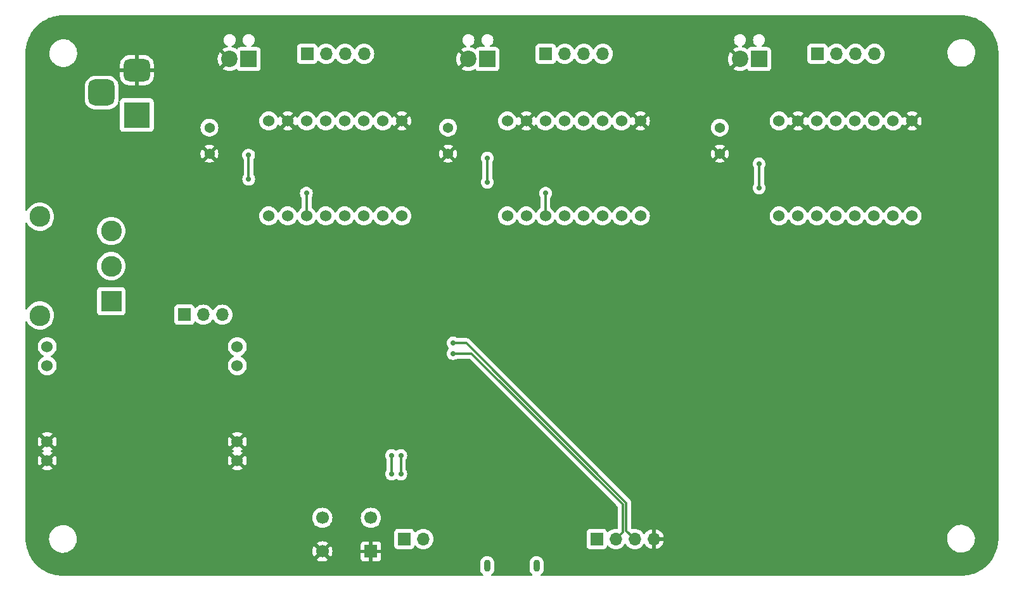
<source format=gbr>
%TF.GenerationSoftware,KiCad,Pcbnew,7.0.11+dfsg-1build4*%
%TF.CreationDate,2025-03-22T04:05:15-07:00*%
%TF.ProjectId,STM-32 PCB,53544d2d-3332-4205-9043-422e6b696361,rev?*%
%TF.SameCoordinates,Original*%
%TF.FileFunction,Copper,L2,Bot*%
%TF.FilePolarity,Positive*%
%FSLAX46Y46*%
G04 Gerber Fmt 4.6, Leading zero omitted, Abs format (unit mm)*
G04 Created by KiCad (PCBNEW 7.0.11+dfsg-1build4) date 2025-03-22 04:05:15*
%MOMM*%
%LPD*%
G01*
G04 APERTURE LIST*
G04 Aperture macros list*
%AMRoundRect*
0 Rectangle with rounded corners*
0 $1 Rounding radius*
0 $2 $3 $4 $5 $6 $7 $8 $9 X,Y pos of 4 corners*
0 Add a 4 corners polygon primitive as box body*
4,1,4,$2,$3,$4,$5,$6,$7,$8,$9,$2,$3,0*
0 Add four circle primitives for the rounded corners*
1,1,$1+$1,$2,$3*
1,1,$1+$1,$4,$5*
1,1,$1+$1,$6,$7*
1,1,$1+$1,$8,$9*
0 Add four rect primitives between the rounded corners*
20,1,$1+$1,$2,$3,$4,$5,0*
20,1,$1+$1,$4,$5,$6,$7,0*
20,1,$1+$1,$6,$7,$8,$9,0*
20,1,$1+$1,$8,$9,$2,$3,0*%
G04 Aperture macros list end*
%TA.AperFunction,ComponentPad*%
%ADD10C,1.524000*%
%TD*%
%TA.AperFunction,ComponentPad*%
%ADD11R,1.700000X1.700000*%
%TD*%
%TA.AperFunction,ComponentPad*%
%ADD12C,1.700000*%
%TD*%
%TA.AperFunction,ComponentPad*%
%ADD13C,1.371600*%
%TD*%
%TA.AperFunction,ComponentPad*%
%ADD14O,1.700000X1.700000*%
%TD*%
%TA.AperFunction,ComponentPad*%
%ADD15O,0.900000X1.600000*%
%TD*%
%TA.AperFunction,ComponentPad*%
%ADD16R,2.200000X2.200000*%
%TD*%
%TA.AperFunction,ComponentPad*%
%ADD17C,2.200000*%
%TD*%
%TA.AperFunction,ComponentPad*%
%ADD18R,3.500000X3.500000*%
%TD*%
%TA.AperFunction,ComponentPad*%
%ADD19RoundRect,0.750000X-1.000000X0.750000X-1.000000X-0.750000X1.000000X-0.750000X1.000000X0.750000X0*%
%TD*%
%TA.AperFunction,ComponentPad*%
%ADD20RoundRect,0.875000X-0.875000X0.875000X-0.875000X-0.875000X0.875000X-0.875000X0.875000X0.875000X0*%
%TD*%
%TA.AperFunction,ComponentPad*%
%ADD21R,2.775000X2.775000*%
%TD*%
%TA.AperFunction,ComponentPad*%
%ADD22C,2.775000*%
%TD*%
%TA.AperFunction,ViaPad*%
%ADD23C,0.700000*%
%TD*%
%TA.AperFunction,Conductor*%
%ADD24C,0.300000*%
%TD*%
G04 APERTURE END LIST*
D10*
%TO.P,U0,1,In+*%
%TO.N,Net-(J1-Pin_2)*%
X89900000Y-104340000D03*
X89900000Y-106880000D03*
%TO.P,U0,2,In-*%
%TO.N,GND*%
X89900000Y-117040000D03*
X89900000Y-119580000D03*
%TO.P,U0,3,Out+*%
%TO.N,+3.3V*%
X115300000Y-104340000D03*
X115300000Y-106880000D03*
%TO.P,U0,4,Out-*%
%TO.N,GND*%
X115300000Y-117040000D03*
X115300000Y-119580000D03*
%TD*%
D11*
%TO.P,SW2,1,A*%
%TO.N,GND*%
X133150000Y-131740000D03*
D12*
X126650000Y-131740000D03*
%TO.P,SW2,2,B*%
%TO.N,/NRST*%
X133150000Y-127240000D03*
X126650000Y-127240000D03*
%TD*%
D13*
%TO.P,C6,1*%
%TO.N,+12V*%
X111580000Y-75025000D03*
%TO.P,C6,2*%
%TO.N,GND*%
X111580000Y-78525001D03*
%TD*%
D11*
%TO.P,J5,1,Pin_1*%
%TO.N,Net-(J5-Pin_1)*%
X156520000Y-65160000D03*
D14*
%TO.P,J5,2,Pin_2*%
%TO.N,Net-(J5-Pin_2)*%
X159060000Y-65160000D03*
%TO.P,J5,3,Pin_3*%
%TO.N,Net-(J5-Pin_3)*%
X161600000Y-65160000D03*
%TO.P,J5,4,Pin_4*%
%TO.N,Net-(J5-Pin_4)*%
X164140000Y-65160000D03*
%TD*%
D10*
%TO.P,U4,1,EN*%
%TO.N,/M3_EN*%
X187687500Y-86840000D03*
%TO.P,U4,2,MS1*%
%TO.N,/MS1*%
X190227500Y-86840000D03*
%TO.P,U4,3,MS2*%
%TO.N,/MS2*%
X192767500Y-86840000D03*
%TO.P,U4,4,SPREAD*%
%TO.N,unconnected-(U4-SPREAD-Pad4)*%
X195307500Y-86840000D03*
%TO.P,U4,5,PDN_UART*%
%TO.N,unconnected-(U4-PDN_UART-Pad5)*%
X197847500Y-86840000D03*
%TO.P,U4,6,PDN_UART*%
%TO.N,unconnected-(U4-PDN_UART-Pad6)*%
X200387500Y-86840000D03*
%TO.P,U4,7,STEP*%
%TO.N,/M3_STEP*%
X202927500Y-86840000D03*
%TO.P,U4,8,DIR*%
%TO.N,/M3_DIR*%
X205467500Y-86840000D03*
%TO.P,U4,9,GND*%
%TO.N,GND*%
X205467500Y-74140000D03*
%TO.P,U4,10,VIO*%
%TO.N,+3.3V*%
X202927500Y-74140000D03*
%TO.P,U4,11,M1B*%
%TO.N,Net-(J6-Pin_4)*%
X200387500Y-74140000D03*
%TO.P,U4,12,M1A*%
%TO.N,Net-(J6-Pin_3)*%
X197847500Y-74140000D03*
%TO.P,U4,13,M2A*%
%TO.N,Net-(J6-Pin_2)*%
X195307500Y-74140000D03*
%TO.P,U4,14,M2B*%
%TO.N,Net-(J6-Pin_1)*%
X192767500Y-74140000D03*
%TO.P,U4,15,GND*%
%TO.N,GND*%
X190227500Y-74140000D03*
%TO.P,U4,16,VM*%
%TO.N,+12V*%
X187687500Y-74140000D03*
%TD*%
D15*
%TO.P,J10,6,Shield*%
%TO.N,Net-(J10-Shield)*%
X148690000Y-133675000D03*
X155290000Y-133675000D03*
%TD*%
D16*
%TO.P,J7,1,Pin_1*%
%TO.N,/END_SW1*%
X116817500Y-65860000D03*
D17*
%TO.P,J7,2,Pin_2*%
%TO.N,GND*%
X114277500Y-65860000D03*
%TD*%
D11*
%TO.P,J4,1,Pin_1*%
%TO.N,Net-(J4-Pin_1)*%
X124630000Y-65160000D03*
D14*
%TO.P,J4,2,Pin_2*%
%TO.N,Net-(J4-Pin_2)*%
X127170000Y-65160000D03*
%TO.P,J4,3,Pin_3*%
%TO.N,Net-(J4-Pin_3)*%
X129710000Y-65160000D03*
%TO.P,J4,4,Pin_4*%
%TO.N,Net-(J4-Pin_4)*%
X132250000Y-65160000D03*
%TD*%
D10*
%TO.P,U2,1,EN*%
%TO.N,/M1_EN*%
X119497500Y-86840000D03*
%TO.P,U2,2,MS1*%
%TO.N,/MS1*%
X122037500Y-86840000D03*
%TO.P,U2,3,MS2*%
%TO.N,/MS2*%
X124577500Y-86840000D03*
%TO.P,U2,4,SPREAD*%
%TO.N,unconnected-(U2-SPREAD-Pad4)*%
X127117500Y-86840000D03*
%TO.P,U2,5,PDN_UART*%
%TO.N,unconnected-(U2-PDN_UART-Pad5)*%
X129657500Y-86840000D03*
%TO.P,U2,6,PDN_UART*%
%TO.N,unconnected-(U2-PDN_UART-Pad6)*%
X132197500Y-86840000D03*
%TO.P,U2,7,STEP*%
%TO.N,/M1_STEP*%
X134737500Y-86840000D03*
%TO.P,U2,8,DIR*%
%TO.N,/M1_DIR*%
X137277500Y-86840000D03*
%TO.P,U2,9,GND*%
%TO.N,GND*%
X137277500Y-74140000D03*
%TO.P,U2,10,VIO*%
%TO.N,+3.3V*%
X134737500Y-74140000D03*
%TO.P,U2,11,M1B*%
%TO.N,Net-(J4-Pin_4)*%
X132197500Y-74140000D03*
%TO.P,U2,12,M1A*%
%TO.N,Net-(J4-Pin_3)*%
X129657500Y-74140000D03*
%TO.P,U2,13,M2A*%
%TO.N,Net-(J4-Pin_2)*%
X127117500Y-74140000D03*
%TO.P,U2,14,M2B*%
%TO.N,Net-(J4-Pin_1)*%
X124577500Y-74140000D03*
%TO.P,U2,15,GND*%
%TO.N,GND*%
X122037500Y-74140000D03*
%TO.P,U2,16,VM*%
%TO.N,+12V*%
X119497500Y-74140000D03*
%TD*%
D18*
%TO.P,J0,1*%
%TO.N,Net-(J0-Pad1)*%
X101877500Y-73350000D03*
D19*
%TO.P,J0,2*%
%TO.N,GND*%
X101877500Y-67350000D03*
D20*
%TO.P,J0,3*%
%TO.N,N/C*%
X97177500Y-70350000D03*
%TD*%
D11*
%TO.P,J6,1,Pin_1*%
%TO.N,Net-(J6-Pin_1)*%
X192820000Y-65160000D03*
D14*
%TO.P,J6,2,Pin_2*%
%TO.N,Net-(J6-Pin_2)*%
X195360000Y-65160000D03*
%TO.P,J6,3,Pin_3*%
%TO.N,Net-(J6-Pin_3)*%
X197900000Y-65160000D03*
%TO.P,J6,4,Pin_4*%
%TO.N,Net-(J6-Pin_4)*%
X200440000Y-65160000D03*
%TD*%
D10*
%TO.P,U3,1,EN*%
%TO.N,/M2_EN*%
X151387500Y-86840000D03*
%TO.P,U3,2,MS1*%
%TO.N,/MS1*%
X153927500Y-86840000D03*
%TO.P,U3,3,MS2*%
%TO.N,/MS2*%
X156467500Y-86840000D03*
%TO.P,U3,4,SPREAD*%
%TO.N,unconnected-(U3-SPREAD-Pad4)*%
X159007500Y-86840000D03*
%TO.P,U3,5,PDN_UART*%
%TO.N,unconnected-(U3-PDN_UART-Pad5)*%
X161547500Y-86840000D03*
%TO.P,U3,6,PDN_UART*%
%TO.N,unconnected-(U3-PDN_UART-Pad6)*%
X164087500Y-86840000D03*
%TO.P,U3,7,STEP*%
%TO.N,/M2_STEP*%
X166627500Y-86840000D03*
%TO.P,U3,8,DIR*%
%TO.N,/M2_DIR*%
X169167500Y-86840000D03*
%TO.P,U3,9,GND*%
%TO.N,GND*%
X169167500Y-74140000D03*
%TO.P,U3,10,VIO*%
%TO.N,+3.3V*%
X166627500Y-74140000D03*
%TO.P,U3,11,M1B*%
%TO.N,Net-(J5-Pin_4)*%
X164087500Y-74140000D03*
%TO.P,U3,12,M1A*%
%TO.N,Net-(J5-Pin_3)*%
X161547500Y-74140000D03*
%TO.P,U3,13,M2A*%
%TO.N,Net-(J5-Pin_2)*%
X159007500Y-74140000D03*
%TO.P,U3,14,M2B*%
%TO.N,Net-(J5-Pin_1)*%
X156467500Y-74140000D03*
%TO.P,U3,15,GND*%
%TO.N,GND*%
X153927500Y-74140000D03*
%TO.P,U3,16,VM*%
%TO.N,+12V*%
X151387500Y-74140000D03*
%TD*%
D13*
%TO.P,C9,1*%
%TO.N,+12V*%
X143470000Y-75025000D03*
%TO.P,C9,2*%
%TO.N,GND*%
X143470000Y-78525001D03*
%TD*%
D16*
%TO.P,J8,1,Pin_1*%
%TO.N,/END_SW2*%
X148707500Y-65860000D03*
D17*
%TO.P,J8,2,Pin_2*%
%TO.N,GND*%
X146167500Y-65860000D03*
%TD*%
D11*
%TO.P,J3,1,Pin_1*%
%TO.N,+3.3V*%
X163320000Y-130070000D03*
D14*
%TO.P,J3,2,Pin_2*%
%TO.N,/DEBUG_SWDIO*%
X165860000Y-130070000D03*
%TO.P,J3,3,Pin_3*%
%TO.N,/DEBUG_SWCLK*%
X168400000Y-130070000D03*
%TO.P,J3,4,Pin_4*%
%TO.N,GND*%
X170940000Y-130070000D03*
%TD*%
D11*
%TO.P,J2,1,Pin_1*%
%TO.N,/USART2_TX*%
X137610000Y-130070000D03*
D14*
%TO.P,J2,2,Pin_2*%
%TO.N,/USART2_RX*%
X140150000Y-130070000D03*
%TD*%
D21*
%TO.P,SW1,1*%
%TO.N,unconnected-(SW1-Pad1)*%
X98456600Y-98256700D03*
D22*
%TO.P,SW1,2*%
%TO.N,Net-(J0-Pad1)*%
X98456600Y-93556700D03*
%TO.P,SW1,3*%
%TO.N,+12V*%
X98456600Y-88856700D03*
%TO.P,SW1,S1*%
%TO.N,N/C*%
X88926600Y-100161700D03*
%TO.P,SW1,S2*%
X88926600Y-86951700D03*
%TD*%
D16*
%TO.P,J9,1,Pin_1*%
%TO.N,/END_SW3*%
X185007500Y-65860000D03*
D17*
%TO.P,J9,2,Pin_2*%
%TO.N,GND*%
X182467500Y-65860000D03*
%TD*%
D11*
%TO.P,J1,1,Pin_1*%
%TO.N,+12V*%
X108225000Y-100060000D03*
D14*
%TO.P,J1,2,Pin_2*%
%TO.N,Net-(J1-Pin_2)*%
X110765000Y-100060000D03*
%TO.P,J1,3,Pin_3*%
%TO.N,unconnected-(J1-Pin_3-Pad3)*%
X113305000Y-100060000D03*
%TD*%
D13*
%TO.P,C12,1*%
%TO.N,+12V*%
X179770000Y-75025000D03*
%TO.P,C12,2*%
%TO.N,GND*%
X179770000Y-78525001D03*
%TD*%
D23*
%TO.N,GND*%
X124499000Y-108470000D03*
X192700000Y-88740000D03*
X158410000Y-128350000D03*
X174530000Y-88740000D03*
X144050000Y-88740000D03*
X132120000Y-88740000D03*
X121760000Y-106622500D03*
X145420000Y-128350000D03*
X144120000Y-101420000D03*
X129590000Y-88740000D03*
X195240000Y-88740000D03*
X146150000Y-122600000D03*
X161490000Y-88740000D03*
X171990000Y-88740000D03*
X158950000Y-88740000D03*
X141510000Y-88740000D03*
X197780000Y-88740000D03*
X146590000Y-88740000D03*
X127050000Y-88740000D03*
X125805000Y-119180000D03*
X156410000Y-88740000D03*
X146660000Y-101420000D03*
X141580000Y-101420000D03*
X179610000Y-88740000D03*
X149240000Y-113690000D03*
X182150000Y-88740000D03*
X153870000Y-88740000D03*
X177070000Y-88740000D03*
X190160000Y-88740000D03*
%TO.N,/END_SW3*%
X185000000Y-79880000D03*
X185010000Y-83110000D03*
%TO.N,/END_SW2*%
X148700000Y-82330000D03*
X148710000Y-79100000D03*
%TO.N,/END_SW1*%
X116810000Y-78710000D03*
X116820000Y-81940000D03*
%TO.N,/MS2*%
X124532500Y-83812500D03*
X156472500Y-83812500D03*
%TO.N,/DEBUG_SWDIO*%
X144120000Y-105270000D03*
%TO.N,/DEBUG_SWCLK*%
X144120000Y-103850000D03*
%TO.N,/USART2_RX*%
X137150000Y-118890000D03*
X137150000Y-121400000D03*
%TO.N,/USART2_TX*%
X135910000Y-118890000D03*
X135910000Y-121400000D03*
%TD*%
D24*
%TO.N,/END_SW3*%
X185010000Y-83110000D02*
X185010000Y-79890000D01*
X185010000Y-79890000D02*
X185000000Y-79880000D01*
%TO.N,/END_SW2*%
X148710000Y-79100000D02*
X148710000Y-82320000D01*
X148710000Y-82320000D02*
X148700000Y-82330000D01*
X148692000Y-79120000D02*
X148682000Y-79110000D01*
%TO.N,/END_SW1*%
X116820000Y-81940000D02*
X116820000Y-78720000D01*
X116820000Y-78720000D02*
X116810000Y-78710000D01*
%TO.N,/MS2*%
X156467500Y-83817500D02*
X156467500Y-86840000D01*
X156472500Y-83812500D02*
X156460000Y-83825000D01*
X124577500Y-83857500D02*
X124577500Y-86840000D01*
X124532500Y-83812500D02*
X124577500Y-83857500D01*
X156472500Y-83812500D02*
X156467500Y-83817500D01*
%TO.N,/DEBUG_SWDIO*%
X146612844Y-105270000D02*
X166780000Y-125437156D01*
X144120000Y-105270000D02*
X146612844Y-105270000D01*
X166780000Y-125437156D02*
X166780000Y-129150000D01*
X166780000Y-129150000D02*
X165860000Y-130070000D01*
%TO.N,/DEBUG_SWCLK*%
X167280000Y-125230050D02*
X167280000Y-128950000D01*
X167280000Y-128950000D02*
X168400000Y-130070000D01*
X144120000Y-103850000D02*
X145899950Y-103850000D01*
X145899950Y-103850000D02*
X167280000Y-125230050D01*
%TO.N,/USART2_RX*%
X137150000Y-118890000D02*
X137150000Y-121400000D01*
%TO.N,/USART2_TX*%
X135910000Y-118890000D02*
X135910000Y-121400000D01*
%TD*%
%TA.AperFunction,Conductor*%
%TO.N,GND*%
G36*
X212002562Y-60000605D02*
G01*
X212217600Y-60009500D01*
X212413455Y-60018052D01*
X212423330Y-60018881D01*
X212636706Y-60045479D01*
X212636793Y-60045490D01*
X212834945Y-60071577D01*
X212844192Y-60073153D01*
X213053521Y-60117044D01*
X213054765Y-60117312D01*
X213250386Y-60160680D01*
X213258901Y-60162889D01*
X213463665Y-60223850D01*
X213465325Y-60224359D01*
X213656696Y-60284698D01*
X213664453Y-60287431D01*
X213863363Y-60365046D01*
X213865513Y-60365911D01*
X214051024Y-60442752D01*
X214057972Y-60445886D01*
X214225903Y-60527982D01*
X214249587Y-60539561D01*
X214252383Y-60540972D01*
X214430420Y-60633652D01*
X214436636Y-60637118D01*
X214619793Y-60746255D01*
X214622929Y-60748187D01*
X214686491Y-60788681D01*
X214792282Y-60856078D01*
X214797710Y-60859741D01*
X214971184Y-60983599D01*
X214974616Y-60986140D01*
X215133912Y-61108372D01*
X215138567Y-61112126D01*
X215301226Y-61249891D01*
X215304838Y-61253072D01*
X215452925Y-61388769D01*
X215456807Y-61392486D01*
X215607512Y-61543191D01*
X215611232Y-61547076D01*
X215746921Y-61695155D01*
X215750107Y-61698772D01*
X215887872Y-61861431D01*
X215891626Y-61866086D01*
X216013858Y-62025382D01*
X216016399Y-62028814D01*
X216140257Y-62202288D01*
X216143920Y-62207716D01*
X216251800Y-62377052D01*
X216253743Y-62380205D01*
X216362880Y-62563362D01*
X216366346Y-62569578D01*
X216459026Y-62747615D01*
X216460437Y-62750411D01*
X216554099Y-62941997D01*
X216557260Y-62949005D01*
X216634051Y-63134395D01*
X216634991Y-63136734D01*
X216669169Y-63224323D01*
X216712559Y-63335523D01*
X216715302Y-63343309D01*
X216775602Y-63534554D01*
X216776186Y-63536460D01*
X216837105Y-63741084D01*
X216839321Y-63749627D01*
X216882671Y-63945166D01*
X216882971Y-63946559D01*
X216926844Y-64155802D01*
X216928422Y-64165062D01*
X216954459Y-64362829D01*
X216954568Y-64363677D01*
X216981114Y-64576641D01*
X216981948Y-64586570D01*
X216990513Y-64782728D01*
X216990525Y-64783013D01*
X216999394Y-64997438D01*
X216999500Y-65002562D01*
X216999500Y-129997437D01*
X216999394Y-130002561D01*
X216990525Y-130216986D01*
X216990513Y-130217271D01*
X216981948Y-130413428D01*
X216981114Y-130423357D01*
X216954568Y-130636321D01*
X216954459Y-130637169D01*
X216928422Y-130834936D01*
X216926844Y-130844196D01*
X216882971Y-131053439D01*
X216882671Y-131054832D01*
X216839321Y-131250371D01*
X216837105Y-131258914D01*
X216776186Y-131463538D01*
X216775602Y-131465444D01*
X216715302Y-131656689D01*
X216712559Y-131664475D01*
X216635008Y-131863224D01*
X216634051Y-131865603D01*
X216557260Y-132050993D01*
X216554099Y-132058001D01*
X216460437Y-132249587D01*
X216459026Y-132252383D01*
X216366346Y-132430420D01*
X216362880Y-132436636D01*
X216253743Y-132619793D01*
X216251800Y-132622946D01*
X216143920Y-132792282D01*
X216140257Y-132797710D01*
X216016399Y-132971184D01*
X216013858Y-132974616D01*
X215891626Y-133133912D01*
X215887872Y-133138567D01*
X215750107Y-133301226D01*
X215746908Y-133304858D01*
X215611254Y-133452899D01*
X215607512Y-133456807D01*
X215456807Y-133607512D01*
X215452899Y-133611254D01*
X215304858Y-133746908D01*
X215301226Y-133750107D01*
X215138567Y-133887872D01*
X215133912Y-133891626D01*
X214974616Y-134013858D01*
X214971184Y-134016399D01*
X214797710Y-134140257D01*
X214792282Y-134143920D01*
X214622946Y-134251800D01*
X214619793Y-134253743D01*
X214436636Y-134362880D01*
X214430420Y-134366346D01*
X214252383Y-134459026D01*
X214249587Y-134460437D01*
X214058001Y-134554099D01*
X214050993Y-134557260D01*
X213865603Y-134634051D01*
X213863224Y-134635008D01*
X213664475Y-134712559D01*
X213656689Y-134715302D01*
X213465444Y-134775602D01*
X213463538Y-134776186D01*
X213258914Y-134837105D01*
X213250371Y-134839321D01*
X213054832Y-134882671D01*
X213053439Y-134882971D01*
X212844196Y-134926844D01*
X212834936Y-134928422D01*
X212637169Y-134954459D01*
X212636321Y-134954568D01*
X212423357Y-134981114D01*
X212413428Y-134981948D01*
X212217381Y-134990508D01*
X212217097Y-134990520D01*
X212002563Y-134999394D01*
X211997438Y-134999500D01*
X155954668Y-134999500D01*
X155887629Y-134979815D01*
X155841874Y-134927011D01*
X155831930Y-134857853D01*
X155860955Y-134794297D01*
X155870580Y-134785189D01*
X155870249Y-134784841D01*
X155874804Y-134780510D01*
X155874807Y-134780509D01*
X156014919Y-134647323D01*
X156125353Y-134488658D01*
X156201587Y-134311012D01*
X156240500Y-134121656D01*
X156240500Y-133276794D01*
X156236208Y-133234582D01*
X156225845Y-133132677D01*
X156167977Y-132948240D01*
X156167975Y-132948236D01*
X156167974Y-132948232D01*
X156074159Y-132779209D01*
X156074158Y-132779208D01*
X156074157Y-132779206D01*
X155948241Y-132632533D01*
X155948240Y-132632531D01*
X155795375Y-132514205D01*
X155795371Y-132514203D01*
X155769215Y-132501373D01*
X155621816Y-132429070D01*
X155621814Y-132429069D01*
X155621811Y-132429068D01*
X155621813Y-132429068D01*
X155434682Y-132380616D01*
X155434676Y-132380615D01*
X155305964Y-132374087D01*
X155241610Y-132370824D01*
X155241609Y-132370824D01*
X155241607Y-132370824D01*
X155050533Y-132400095D01*
X155050521Y-132400098D01*
X154869251Y-132467234D01*
X154869242Y-132467238D01*
X154705196Y-132569488D01*
X154565080Y-132702677D01*
X154454646Y-132861342D01*
X154378413Y-133038987D01*
X154339500Y-133228343D01*
X154339500Y-134073207D01*
X154354154Y-134217322D01*
X154412022Y-134401759D01*
X154412029Y-134401774D01*
X154505839Y-134570788D01*
X154505842Y-134570793D01*
X154631756Y-134717464D01*
X154631757Y-134717465D01*
X154631760Y-134717468D01*
X154709245Y-134777446D01*
X154750207Y-134834045D01*
X154754068Y-134903807D01*
X154719599Y-134964583D01*
X154657744Y-134997075D01*
X154633342Y-134999500D01*
X149354668Y-134999500D01*
X149287629Y-134979815D01*
X149241874Y-134927011D01*
X149231930Y-134857853D01*
X149260955Y-134794297D01*
X149270580Y-134785189D01*
X149270249Y-134784841D01*
X149274804Y-134780510D01*
X149274807Y-134780509D01*
X149414919Y-134647323D01*
X149525353Y-134488658D01*
X149601587Y-134311012D01*
X149640500Y-134121656D01*
X149640500Y-133276794D01*
X149636208Y-133234582D01*
X149625845Y-133132677D01*
X149567977Y-132948240D01*
X149567975Y-132948236D01*
X149567974Y-132948232D01*
X149474159Y-132779209D01*
X149474158Y-132779208D01*
X149474157Y-132779206D01*
X149348241Y-132632533D01*
X149348240Y-132632531D01*
X149195375Y-132514205D01*
X149195371Y-132514203D01*
X149169215Y-132501373D01*
X149021816Y-132429070D01*
X149021814Y-132429069D01*
X149021811Y-132429068D01*
X149021813Y-132429068D01*
X148834682Y-132380616D01*
X148834676Y-132380615D01*
X148705964Y-132374087D01*
X148641610Y-132370824D01*
X148641609Y-132370824D01*
X148641607Y-132370824D01*
X148450533Y-132400095D01*
X148450521Y-132400098D01*
X148269251Y-132467234D01*
X148269242Y-132467238D01*
X148105196Y-132569488D01*
X147965080Y-132702677D01*
X147854646Y-132861342D01*
X147778413Y-133038987D01*
X147739500Y-133228343D01*
X147739500Y-134073207D01*
X147754154Y-134217322D01*
X147812022Y-134401759D01*
X147812029Y-134401774D01*
X147905839Y-134570788D01*
X147905842Y-134570793D01*
X148031756Y-134717464D01*
X148031757Y-134717465D01*
X148031760Y-134717468D01*
X148109245Y-134777446D01*
X148150207Y-134834045D01*
X148154068Y-134903807D01*
X148119599Y-134964583D01*
X148057744Y-134997075D01*
X148033342Y-134999500D01*
X92002562Y-134999500D01*
X91997437Y-134999394D01*
X91782901Y-134990520D01*
X91782617Y-134990508D01*
X91586570Y-134981948D01*
X91576641Y-134981114D01*
X91363677Y-134954568D01*
X91362829Y-134954459D01*
X91165062Y-134928422D01*
X91155802Y-134926844D01*
X90946559Y-134882971D01*
X90945166Y-134882671D01*
X90749627Y-134839321D01*
X90741084Y-134837105D01*
X90536460Y-134776186D01*
X90534554Y-134775602D01*
X90343309Y-134715302D01*
X90335523Y-134712559D01*
X90206985Y-134662404D01*
X90136734Y-134634991D01*
X90134395Y-134634051D01*
X89949005Y-134557260D01*
X89941997Y-134554099D01*
X89750411Y-134460437D01*
X89747615Y-134459026D01*
X89569578Y-134366346D01*
X89563362Y-134362880D01*
X89380205Y-134253743D01*
X89377052Y-134251800D01*
X89207716Y-134143920D01*
X89202288Y-134140257D01*
X89028814Y-134016399D01*
X89025382Y-134013858D01*
X88866086Y-133891626D01*
X88861431Y-133887872D01*
X88698772Y-133750107D01*
X88695155Y-133746921D01*
X88547076Y-133611232D01*
X88543191Y-133607512D01*
X88392486Y-133456807D01*
X88388769Y-133452925D01*
X88253072Y-133304838D01*
X88249891Y-133301226D01*
X88112126Y-133138567D01*
X88108372Y-133133912D01*
X87986140Y-132974616D01*
X87983599Y-132971184D01*
X87859741Y-132797710D01*
X87856078Y-132792282D01*
X87757689Y-132637844D01*
X87748187Y-132622929D01*
X87746255Y-132619793D01*
X87637118Y-132436636D01*
X87633652Y-132430420D01*
X87540972Y-132252383D01*
X87539561Y-132249587D01*
X87517022Y-132203483D01*
X87445886Y-132057972D01*
X87442752Y-132051024D01*
X87365911Y-131865513D01*
X87365046Y-131863363D01*
X87287431Y-131664453D01*
X87284696Y-131656689D01*
X87281970Y-131648042D01*
X87224359Y-131465325D01*
X87223850Y-131463665D01*
X87162889Y-131258901D01*
X87160680Y-131250386D01*
X87117312Y-131054765D01*
X87117027Y-131053439D01*
X87111495Y-131027057D01*
X87073153Y-130844192D01*
X87071576Y-130834936D01*
X87065093Y-130785690D01*
X87045490Y-130636793D01*
X87045483Y-130636743D01*
X87018881Y-130423330D01*
X87018052Y-130413455D01*
X87009486Y-130217271D01*
X87005784Y-130127763D01*
X90145787Y-130127763D01*
X90175413Y-130397013D01*
X90175415Y-130397024D01*
X90241006Y-130647913D01*
X90243928Y-130659088D01*
X90349870Y-130908390D01*
X90471755Y-131108105D01*
X90490979Y-131139605D01*
X90490986Y-131139615D01*
X90664253Y-131347819D01*
X90664259Y-131347824D01*
X90769240Y-131441887D01*
X90865998Y-131528582D01*
X91091910Y-131678044D01*
X91337176Y-131793020D01*
X91337183Y-131793022D01*
X91337185Y-131793023D01*
X91596557Y-131871057D01*
X91596564Y-131871058D01*
X91596569Y-131871060D01*
X91864561Y-131910500D01*
X91864566Y-131910500D01*
X92067629Y-131910500D01*
X92067631Y-131910500D01*
X92067636Y-131910499D01*
X92067648Y-131910499D01*
X92105191Y-131907750D01*
X92270156Y-131895677D01*
X92382758Y-131870593D01*
X92534546Y-131836782D01*
X92534548Y-131836781D01*
X92534553Y-131836780D01*
X92787558Y-131740014D01*
X92787581Y-131740001D01*
X125294843Y-131740001D01*
X125315430Y-131975315D01*
X125315432Y-131975326D01*
X125376566Y-132203483D01*
X125376570Y-132203492D01*
X125476400Y-132417579D01*
X125476402Y-132417583D01*
X125535072Y-132501373D01*
X125535073Y-132501373D01*
X126166923Y-131869523D01*
X126190507Y-131949844D01*
X126268239Y-132070798D01*
X126376900Y-132164952D01*
X126507685Y-132224680D01*
X126517466Y-132226086D01*
X125888625Y-132854925D01*
X125972421Y-132913599D01*
X126186507Y-133013429D01*
X126186516Y-133013433D01*
X126414673Y-133074567D01*
X126414684Y-133074569D01*
X126649998Y-133095157D01*
X126650002Y-133095157D01*
X126885315Y-133074569D01*
X126885326Y-133074567D01*
X127113483Y-133013433D01*
X127113492Y-133013429D01*
X127327578Y-132913600D01*
X127327582Y-132913598D01*
X127411373Y-132854926D01*
X127411373Y-132854925D01*
X127194292Y-132637844D01*
X131800000Y-132637844D01*
X131806401Y-132697372D01*
X131806403Y-132697379D01*
X131856645Y-132832086D01*
X131856649Y-132832093D01*
X131942809Y-132947187D01*
X131942812Y-132947190D01*
X132057906Y-133033350D01*
X132057913Y-133033354D01*
X132192620Y-133083596D01*
X132192627Y-133083598D01*
X132252155Y-133089999D01*
X132252172Y-133090000D01*
X132900000Y-133090000D01*
X132900000Y-132175501D01*
X133007685Y-132224680D01*
X133114237Y-132240000D01*
X133185763Y-132240000D01*
X133292315Y-132224680D01*
X133400000Y-132175501D01*
X133400000Y-133090000D01*
X134047828Y-133090000D01*
X134047844Y-133089999D01*
X134107372Y-133083598D01*
X134107379Y-133083596D01*
X134242086Y-133033354D01*
X134242093Y-133033350D01*
X134357187Y-132947190D01*
X134357190Y-132947187D01*
X134443350Y-132832093D01*
X134443354Y-132832086D01*
X134493596Y-132697379D01*
X134493598Y-132697372D01*
X134499999Y-132637844D01*
X134500000Y-132637827D01*
X134500000Y-131990000D01*
X133583686Y-131990000D01*
X133609493Y-131949844D01*
X133650000Y-131811889D01*
X133650000Y-131668111D01*
X133609493Y-131530156D01*
X133583686Y-131490000D01*
X134500000Y-131490000D01*
X134500000Y-130967870D01*
X136259500Y-130967870D01*
X136259501Y-130967876D01*
X136265908Y-131027483D01*
X136316202Y-131162328D01*
X136316206Y-131162335D01*
X136402452Y-131277544D01*
X136402455Y-131277547D01*
X136517664Y-131363793D01*
X136517671Y-131363797D01*
X136652517Y-131414091D01*
X136652516Y-131414091D01*
X136659444Y-131414835D01*
X136712127Y-131420500D01*
X138507872Y-131420499D01*
X138567483Y-131414091D01*
X138702331Y-131363796D01*
X138817546Y-131277546D01*
X138903796Y-131162331D01*
X138952810Y-131030916D01*
X138994681Y-130974984D01*
X139060145Y-130950566D01*
X139128418Y-130965417D01*
X139156673Y-130986569D01*
X139278599Y-131108495D01*
X139375384Y-131176265D01*
X139472165Y-131244032D01*
X139472167Y-131244033D01*
X139472170Y-131244035D01*
X139686337Y-131343903D01*
X139686343Y-131343904D01*
X139686344Y-131343905D01*
X139741285Y-131358626D01*
X139914592Y-131405063D01*
X140091034Y-131420500D01*
X140149999Y-131425659D01*
X140150000Y-131425659D01*
X140150001Y-131425659D01*
X140208966Y-131420500D01*
X140385408Y-131405063D01*
X140613663Y-131343903D01*
X140827830Y-131244035D01*
X141021401Y-131108495D01*
X141188495Y-130941401D01*
X141324035Y-130747830D01*
X141423903Y-130533663D01*
X141485063Y-130305408D01*
X141505659Y-130070000D01*
X141485063Y-129834592D01*
X141423903Y-129606337D01*
X141324035Y-129392171D01*
X141318731Y-129384595D01*
X141188494Y-129198597D01*
X141021402Y-129031506D01*
X141021395Y-129031501D01*
X140827834Y-128895967D01*
X140827830Y-128895965D01*
X140827828Y-128895964D01*
X140613663Y-128796097D01*
X140613659Y-128796096D01*
X140613655Y-128796094D01*
X140385413Y-128734938D01*
X140385403Y-128734936D01*
X140150001Y-128714341D01*
X140149999Y-128714341D01*
X139914596Y-128734936D01*
X139914586Y-128734938D01*
X139686344Y-128796094D01*
X139686335Y-128796098D01*
X139472171Y-128895964D01*
X139472169Y-128895965D01*
X139278600Y-129031503D01*
X139156673Y-129153430D01*
X139095350Y-129186914D01*
X139025658Y-129181930D01*
X138969725Y-129140058D01*
X138952810Y-129109081D01*
X138903797Y-128977671D01*
X138903793Y-128977664D01*
X138817547Y-128862455D01*
X138817544Y-128862452D01*
X138702335Y-128776206D01*
X138702328Y-128776202D01*
X138567482Y-128725908D01*
X138567483Y-128725908D01*
X138507883Y-128719501D01*
X138507881Y-128719500D01*
X138507873Y-128719500D01*
X138507864Y-128719500D01*
X136712129Y-128719500D01*
X136712123Y-128719501D01*
X136652516Y-128725908D01*
X136517671Y-128776202D01*
X136517664Y-128776206D01*
X136402455Y-128862452D01*
X136402452Y-128862455D01*
X136316206Y-128977664D01*
X136316202Y-128977671D01*
X136265908Y-129112517D01*
X136259501Y-129172116D01*
X136259500Y-129172135D01*
X136259500Y-130967870D01*
X134500000Y-130967870D01*
X134500000Y-130842172D01*
X134499999Y-130842155D01*
X134493598Y-130782627D01*
X134493596Y-130782620D01*
X134443354Y-130647913D01*
X134443350Y-130647906D01*
X134357190Y-130532812D01*
X134357187Y-130532809D01*
X134242093Y-130446649D01*
X134242086Y-130446645D01*
X134107379Y-130396403D01*
X134107372Y-130396401D01*
X134047844Y-130390000D01*
X133400000Y-130390000D01*
X133400000Y-131304498D01*
X133292315Y-131255320D01*
X133185763Y-131240000D01*
X133114237Y-131240000D01*
X133007685Y-131255320D01*
X132900000Y-131304498D01*
X132900000Y-130390000D01*
X132252155Y-130390000D01*
X132192627Y-130396401D01*
X132192620Y-130396403D01*
X132057913Y-130446645D01*
X132057906Y-130446649D01*
X131942812Y-130532809D01*
X131942809Y-130532812D01*
X131856649Y-130647906D01*
X131856645Y-130647913D01*
X131806403Y-130782620D01*
X131806401Y-130782627D01*
X131800000Y-130842155D01*
X131800000Y-131490000D01*
X132716314Y-131490000D01*
X132690507Y-131530156D01*
X132650000Y-131668111D01*
X132650000Y-131811889D01*
X132690507Y-131949844D01*
X132716314Y-131990000D01*
X131800000Y-131990000D01*
X131800000Y-132637844D01*
X127194292Y-132637844D01*
X126782533Y-132226086D01*
X126792315Y-132224680D01*
X126923100Y-132164952D01*
X127031761Y-132070798D01*
X127109493Y-131949844D01*
X127133076Y-131869524D01*
X127764925Y-132501373D01*
X127764926Y-132501373D01*
X127823598Y-132417582D01*
X127823600Y-132417578D01*
X127923429Y-132203492D01*
X127923433Y-132203483D01*
X127984567Y-131975326D01*
X127984569Y-131975315D01*
X128005157Y-131740001D01*
X128005157Y-131739998D01*
X127984569Y-131504684D01*
X127984567Y-131504673D01*
X127923433Y-131276516D01*
X127923429Y-131276507D01*
X127823600Y-131062423D01*
X127823599Y-131062421D01*
X127764925Y-130978626D01*
X127764925Y-130978625D01*
X127133076Y-131610475D01*
X127109493Y-131530156D01*
X127031761Y-131409202D01*
X126923100Y-131315048D01*
X126792315Y-131255320D01*
X126782533Y-131253913D01*
X127411373Y-130625073D01*
X127411373Y-130625072D01*
X127327583Y-130566402D01*
X127327579Y-130566400D01*
X127113492Y-130466570D01*
X127113483Y-130466566D01*
X126885326Y-130405432D01*
X126885315Y-130405430D01*
X126650002Y-130384843D01*
X126649998Y-130384843D01*
X126414684Y-130405430D01*
X126414673Y-130405432D01*
X126186516Y-130466566D01*
X126186507Y-130466570D01*
X125972419Y-130566401D01*
X125888625Y-130625072D01*
X126517466Y-131253913D01*
X126507685Y-131255320D01*
X126376900Y-131315048D01*
X126268239Y-131409202D01*
X126190507Y-131530156D01*
X126166923Y-131610476D01*
X125535072Y-130978625D01*
X125476401Y-131062419D01*
X125376570Y-131276507D01*
X125376566Y-131276516D01*
X125315432Y-131504673D01*
X125315430Y-131504684D01*
X125294843Y-131739998D01*
X125294843Y-131740001D01*
X92787581Y-131740001D01*
X93023777Y-131607441D01*
X93238177Y-131441888D01*
X93426186Y-131246881D01*
X93583799Y-131026579D01*
X93659989Y-130878389D01*
X93707649Y-130785690D01*
X93707651Y-130785684D01*
X93707656Y-130785675D01*
X93795118Y-130529305D01*
X93844319Y-130262933D01*
X93854212Y-129992235D01*
X93824586Y-129722982D01*
X93756072Y-129460912D01*
X93650130Y-129211610D01*
X93509018Y-128980390D01*
X93484047Y-128950384D01*
X93335746Y-128772180D01*
X93335740Y-128772175D01*
X93134002Y-128591418D01*
X92908092Y-128441957D01*
X92848527Y-128414034D01*
X92662824Y-128326980D01*
X92662819Y-128326978D01*
X92662814Y-128326976D01*
X92403442Y-128248942D01*
X92403428Y-128248939D01*
X92287791Y-128231921D01*
X92135439Y-128209500D01*
X91932369Y-128209500D01*
X91932351Y-128209500D01*
X91729844Y-128224323D01*
X91729831Y-128224325D01*
X91465453Y-128283217D01*
X91465446Y-128283220D01*
X91212439Y-128379987D01*
X90976226Y-128512557D01*
X90976224Y-128512558D01*
X90976223Y-128512559D01*
X90974480Y-128513905D01*
X90761822Y-128678112D01*
X90573822Y-128873109D01*
X90573816Y-128873116D01*
X90416202Y-129093419D01*
X90416199Y-129093424D01*
X90292350Y-129334309D01*
X90292343Y-129334327D01*
X90204884Y-129590685D01*
X90204881Y-129590699D01*
X90185990Y-129692975D01*
X90159834Y-129834586D01*
X90155681Y-129857068D01*
X90155680Y-129857075D01*
X90145787Y-130127763D01*
X87005784Y-130127763D01*
X87000606Y-130002561D01*
X87000500Y-129997438D01*
X87000500Y-127240000D01*
X125294341Y-127240000D01*
X125314936Y-127475403D01*
X125314938Y-127475413D01*
X125376094Y-127703655D01*
X125376096Y-127703659D01*
X125376097Y-127703663D01*
X125475965Y-127917830D01*
X125475967Y-127917834D01*
X125584281Y-128072521D01*
X125611505Y-128111401D01*
X125778599Y-128278495D01*
X125847837Y-128326976D01*
X125972165Y-128414032D01*
X125972167Y-128414033D01*
X125972170Y-128414035D01*
X126186337Y-128513903D01*
X126414592Y-128575063D01*
X126601526Y-128591418D01*
X126649999Y-128595659D01*
X126650000Y-128595659D01*
X126650001Y-128595659D01*
X126698474Y-128591418D01*
X126885408Y-128575063D01*
X127113663Y-128513903D01*
X127327830Y-128414035D01*
X127521401Y-128278495D01*
X127688495Y-128111401D01*
X127824035Y-127917830D01*
X127923903Y-127703663D01*
X127985063Y-127475408D01*
X128005659Y-127240000D01*
X131794341Y-127240000D01*
X131814936Y-127475403D01*
X131814938Y-127475413D01*
X131876094Y-127703655D01*
X131876096Y-127703659D01*
X131876097Y-127703663D01*
X131975965Y-127917830D01*
X131975967Y-127917834D01*
X132084281Y-128072521D01*
X132111505Y-128111401D01*
X132278599Y-128278495D01*
X132347837Y-128326976D01*
X132472165Y-128414032D01*
X132472167Y-128414033D01*
X132472170Y-128414035D01*
X132686337Y-128513903D01*
X132914592Y-128575063D01*
X133101526Y-128591418D01*
X133149999Y-128595659D01*
X133150000Y-128595659D01*
X133150001Y-128595659D01*
X133198474Y-128591418D01*
X133385408Y-128575063D01*
X133613663Y-128513903D01*
X133827830Y-128414035D01*
X134021401Y-128278495D01*
X134188495Y-128111401D01*
X134324035Y-127917830D01*
X134423903Y-127703663D01*
X134485063Y-127475408D01*
X134505659Y-127240000D01*
X134485063Y-127004592D01*
X134423903Y-126776337D01*
X134324035Y-126562171D01*
X134188495Y-126368599D01*
X134188494Y-126368597D01*
X134021402Y-126201506D01*
X134021395Y-126201501D01*
X133827834Y-126065967D01*
X133827830Y-126065965D01*
X133827828Y-126065964D01*
X133613663Y-125966097D01*
X133613659Y-125966096D01*
X133613655Y-125966094D01*
X133385413Y-125904938D01*
X133385403Y-125904936D01*
X133150001Y-125884341D01*
X133149999Y-125884341D01*
X132914596Y-125904936D01*
X132914586Y-125904938D01*
X132686344Y-125966094D01*
X132686335Y-125966098D01*
X132472171Y-126065964D01*
X132472169Y-126065965D01*
X132278597Y-126201505D01*
X132111505Y-126368597D01*
X131975965Y-126562169D01*
X131975964Y-126562171D01*
X131876098Y-126776335D01*
X131876094Y-126776344D01*
X131814938Y-127004586D01*
X131814936Y-127004596D01*
X131794341Y-127239999D01*
X131794341Y-127240000D01*
X128005659Y-127240000D01*
X127985063Y-127004592D01*
X127923903Y-126776337D01*
X127824035Y-126562171D01*
X127688495Y-126368599D01*
X127688494Y-126368597D01*
X127521402Y-126201506D01*
X127521395Y-126201501D01*
X127327834Y-126065967D01*
X127327830Y-126065965D01*
X127327828Y-126065964D01*
X127113663Y-125966097D01*
X127113659Y-125966096D01*
X127113655Y-125966094D01*
X126885413Y-125904938D01*
X126885403Y-125904936D01*
X126650001Y-125884341D01*
X126649999Y-125884341D01*
X126414596Y-125904936D01*
X126414586Y-125904938D01*
X126186344Y-125966094D01*
X126186335Y-125966098D01*
X125972171Y-126065964D01*
X125972169Y-126065965D01*
X125778597Y-126201505D01*
X125611505Y-126368597D01*
X125475965Y-126562169D01*
X125475964Y-126562171D01*
X125376098Y-126776335D01*
X125376094Y-126776344D01*
X125314938Y-127004586D01*
X125314936Y-127004596D01*
X125294341Y-127239999D01*
X125294341Y-127240000D01*
X87000500Y-127240000D01*
X87000500Y-121400000D01*
X135054815Y-121400000D01*
X135073503Y-121577805D01*
X135073504Y-121577807D01*
X135128747Y-121747829D01*
X135128750Y-121747835D01*
X135218141Y-121902665D01*
X135259812Y-121948946D01*
X135337764Y-122035521D01*
X135337767Y-122035523D01*
X135337770Y-122035526D01*
X135482407Y-122140612D01*
X135645733Y-122213329D01*
X135820609Y-122250500D01*
X135820610Y-122250500D01*
X135999389Y-122250500D01*
X135999391Y-122250500D01*
X136174267Y-122213329D01*
X136337593Y-122140612D01*
X136457114Y-122053773D01*
X136522920Y-122030293D01*
X136590974Y-122046118D01*
X136602886Y-122053774D01*
X136722401Y-122140608D01*
X136722402Y-122140609D01*
X136722404Y-122140610D01*
X136722407Y-122140612D01*
X136885733Y-122213329D01*
X137060609Y-122250500D01*
X137060610Y-122250500D01*
X137239389Y-122250500D01*
X137239391Y-122250500D01*
X137414267Y-122213329D01*
X137577593Y-122140612D01*
X137722230Y-122035526D01*
X137841859Y-121902665D01*
X137931250Y-121747835D01*
X137986497Y-121577803D01*
X138005185Y-121400000D01*
X137986497Y-121222197D01*
X137931250Y-121052165D01*
X137841859Y-120897335D01*
X137832349Y-120886773D01*
X137802120Y-120823782D01*
X137800500Y-120803802D01*
X137800500Y-119486197D01*
X137820185Y-119419158D01*
X137832352Y-119403223D01*
X137841859Y-119392665D01*
X137931250Y-119237835D01*
X137986497Y-119067803D01*
X138005185Y-118890000D01*
X137986497Y-118712197D01*
X137931250Y-118542165D01*
X137841859Y-118387335D01*
X137771341Y-118309017D01*
X137722235Y-118254478D01*
X137722232Y-118254476D01*
X137722231Y-118254475D01*
X137722230Y-118254474D01*
X137577593Y-118149388D01*
X137414267Y-118076671D01*
X137414265Y-118076670D01*
X137286594Y-118049533D01*
X137239391Y-118039500D01*
X137060609Y-118039500D01*
X137029954Y-118046015D01*
X136885733Y-118076670D01*
X136885728Y-118076672D01*
X136722408Y-118149388D01*
X136722403Y-118149390D01*
X136602885Y-118236226D01*
X136537079Y-118259706D01*
X136469025Y-118243881D01*
X136457114Y-118236226D01*
X136403975Y-118197618D01*
X136337593Y-118149388D01*
X136174267Y-118076671D01*
X136174265Y-118076670D01*
X136046594Y-118049533D01*
X135999391Y-118039500D01*
X135820609Y-118039500D01*
X135789954Y-118046015D01*
X135645733Y-118076670D01*
X135645728Y-118076672D01*
X135482408Y-118149387D01*
X135337768Y-118254475D01*
X135218140Y-118387336D01*
X135128750Y-118542164D01*
X135128747Y-118542170D01*
X135073504Y-118712192D01*
X135073503Y-118712194D01*
X135054815Y-118890000D01*
X135073503Y-119067805D01*
X135073504Y-119067807D01*
X135128747Y-119237829D01*
X135128750Y-119237835D01*
X135218141Y-119392665D01*
X135227648Y-119403223D01*
X135257879Y-119466213D01*
X135259500Y-119486197D01*
X135259500Y-120803802D01*
X135239815Y-120870841D01*
X135227651Y-120886773D01*
X135218140Y-120897336D01*
X135128750Y-121052164D01*
X135128747Y-121052170D01*
X135073504Y-121222192D01*
X135073503Y-121222194D01*
X135054815Y-121400000D01*
X87000500Y-121400000D01*
X87000500Y-119580000D01*
X88633179Y-119580000D01*
X88652424Y-119799976D01*
X88652426Y-119799986D01*
X88709575Y-120013270D01*
X88709580Y-120013284D01*
X88802898Y-120213405D01*
X88802901Y-120213411D01*
X88848258Y-120278187D01*
X88848259Y-120278188D01*
X89515096Y-119611350D01*
X89515051Y-119611898D01*
X89546266Y-119735162D01*
X89615813Y-119841612D01*
X89716157Y-119919713D01*
X89836422Y-119961000D01*
X89872553Y-119961000D01*
X89201810Y-120631740D01*
X89266590Y-120677099D01*
X89266592Y-120677100D01*
X89466715Y-120770419D01*
X89466729Y-120770424D01*
X89680013Y-120827573D01*
X89680023Y-120827575D01*
X89899999Y-120846821D01*
X89900001Y-120846821D01*
X90119976Y-120827575D01*
X90119986Y-120827573D01*
X90333270Y-120770424D01*
X90333284Y-120770419D01*
X90533407Y-120677100D01*
X90533417Y-120677094D01*
X90598188Y-120631741D01*
X89927448Y-119961000D01*
X89931569Y-119961000D01*
X90025421Y-119945339D01*
X90137251Y-119884820D01*
X90223371Y-119791269D01*
X90274448Y-119674823D01*
X90280105Y-119606552D01*
X90951741Y-120278188D01*
X90997094Y-120213417D01*
X90997100Y-120213407D01*
X91090419Y-120013284D01*
X91090424Y-120013270D01*
X91147573Y-119799986D01*
X91147575Y-119799976D01*
X91166821Y-119580000D01*
X114033179Y-119580000D01*
X114052424Y-119799976D01*
X114052426Y-119799986D01*
X114109575Y-120013270D01*
X114109580Y-120013284D01*
X114202898Y-120213405D01*
X114202901Y-120213411D01*
X114248258Y-120278187D01*
X114248259Y-120278188D01*
X114915096Y-119611350D01*
X114915051Y-119611898D01*
X114946266Y-119735162D01*
X115015813Y-119841612D01*
X115116157Y-119919713D01*
X115236422Y-119961000D01*
X115272553Y-119961000D01*
X114601810Y-120631740D01*
X114666590Y-120677099D01*
X114666592Y-120677100D01*
X114866715Y-120770419D01*
X114866729Y-120770424D01*
X115080013Y-120827573D01*
X115080023Y-120827575D01*
X115299999Y-120846821D01*
X115300001Y-120846821D01*
X115519976Y-120827575D01*
X115519986Y-120827573D01*
X115733270Y-120770424D01*
X115733284Y-120770419D01*
X115933407Y-120677100D01*
X115933417Y-120677094D01*
X115998188Y-120631741D01*
X115327448Y-119961000D01*
X115331569Y-119961000D01*
X115425421Y-119945339D01*
X115537251Y-119884820D01*
X115623371Y-119791269D01*
X115674448Y-119674823D01*
X115680105Y-119606552D01*
X116351741Y-120278188D01*
X116397094Y-120213417D01*
X116397100Y-120213407D01*
X116490419Y-120013284D01*
X116490424Y-120013270D01*
X116547573Y-119799986D01*
X116547575Y-119799976D01*
X116566821Y-119580000D01*
X116566821Y-119579999D01*
X116547575Y-119360023D01*
X116547573Y-119360013D01*
X116490424Y-119146729D01*
X116490420Y-119146720D01*
X116397096Y-118946586D01*
X116351741Y-118881811D01*
X116351740Y-118881810D01*
X115684903Y-119548648D01*
X115684949Y-119548102D01*
X115653734Y-119424838D01*
X115584187Y-119318388D01*
X115483843Y-119240287D01*
X115363578Y-119199000D01*
X115327448Y-119199000D01*
X115998188Y-118528259D01*
X115998187Y-118528258D01*
X115933411Y-118482901D01*
X115933405Y-118482898D01*
X115803627Y-118422382D01*
X115751187Y-118376210D01*
X115732035Y-118309017D01*
X115752251Y-118242135D01*
X115803627Y-118197618D01*
X115933407Y-118137100D01*
X115933417Y-118137094D01*
X115998188Y-118091741D01*
X115327448Y-117421000D01*
X115331569Y-117421000D01*
X115425421Y-117405339D01*
X115537251Y-117344820D01*
X115623371Y-117251269D01*
X115674448Y-117134823D01*
X115680105Y-117066552D01*
X116351741Y-117738188D01*
X116397094Y-117673417D01*
X116397100Y-117673407D01*
X116490419Y-117473284D01*
X116490424Y-117473270D01*
X116547573Y-117259986D01*
X116547575Y-117259976D01*
X116566821Y-117040000D01*
X116566821Y-117039999D01*
X116547575Y-116820023D01*
X116547573Y-116820013D01*
X116490424Y-116606729D01*
X116490420Y-116606720D01*
X116397096Y-116406586D01*
X116351741Y-116341811D01*
X116351740Y-116341810D01*
X115684903Y-117008648D01*
X115684949Y-117008102D01*
X115653734Y-116884838D01*
X115584187Y-116778388D01*
X115483843Y-116700287D01*
X115363578Y-116659000D01*
X115327448Y-116659000D01*
X115998188Y-115988259D01*
X115998187Y-115988258D01*
X115933411Y-115942901D01*
X115933405Y-115942898D01*
X115733284Y-115849580D01*
X115733270Y-115849575D01*
X115519986Y-115792426D01*
X115519976Y-115792424D01*
X115300001Y-115773179D01*
X115299999Y-115773179D01*
X115080023Y-115792424D01*
X115080013Y-115792426D01*
X114866729Y-115849575D01*
X114866720Y-115849579D01*
X114666590Y-115942901D01*
X114601811Y-115988258D01*
X115272553Y-116659000D01*
X115268431Y-116659000D01*
X115174579Y-116674661D01*
X115062749Y-116735180D01*
X114976629Y-116828731D01*
X114925552Y-116945177D01*
X114919894Y-117013446D01*
X114248258Y-116341811D01*
X114202901Y-116406590D01*
X114109579Y-116606720D01*
X114109575Y-116606729D01*
X114052426Y-116820013D01*
X114052424Y-116820023D01*
X114033179Y-117039999D01*
X114033179Y-117040000D01*
X114052424Y-117259976D01*
X114052426Y-117259986D01*
X114109575Y-117473270D01*
X114109580Y-117473284D01*
X114202898Y-117673405D01*
X114202901Y-117673411D01*
X114248258Y-117738187D01*
X114248259Y-117738188D01*
X114915096Y-117071350D01*
X114915051Y-117071898D01*
X114946266Y-117195162D01*
X115015813Y-117301612D01*
X115116157Y-117379713D01*
X115236422Y-117421000D01*
X115272553Y-117421000D01*
X114601810Y-118091740D01*
X114666589Y-118137098D01*
X114796373Y-118197618D01*
X114848812Y-118243790D01*
X114867964Y-118310984D01*
X114847748Y-118377865D01*
X114796373Y-118422382D01*
X114666590Y-118482901D01*
X114601811Y-118528258D01*
X115272553Y-119199000D01*
X115268431Y-119199000D01*
X115174579Y-119214661D01*
X115062749Y-119275180D01*
X114976629Y-119368731D01*
X114925552Y-119485177D01*
X114919894Y-119553446D01*
X114248258Y-118881811D01*
X114202901Y-118946590D01*
X114109579Y-119146720D01*
X114109575Y-119146729D01*
X114052426Y-119360013D01*
X114052424Y-119360023D01*
X114033179Y-119579999D01*
X114033179Y-119580000D01*
X91166821Y-119580000D01*
X91166821Y-119579999D01*
X91147575Y-119360023D01*
X91147573Y-119360013D01*
X91090424Y-119146729D01*
X91090420Y-119146720D01*
X90997096Y-118946586D01*
X90951741Y-118881811D01*
X90951740Y-118881810D01*
X90284903Y-119548648D01*
X90284949Y-119548102D01*
X90253734Y-119424838D01*
X90184187Y-119318388D01*
X90083843Y-119240287D01*
X89963578Y-119199000D01*
X89927448Y-119199000D01*
X90598188Y-118528259D01*
X90598187Y-118528258D01*
X90533411Y-118482901D01*
X90533405Y-118482898D01*
X90403627Y-118422382D01*
X90351187Y-118376210D01*
X90332035Y-118309017D01*
X90352251Y-118242135D01*
X90403627Y-118197618D01*
X90533407Y-118137100D01*
X90533417Y-118137094D01*
X90598188Y-118091741D01*
X89927448Y-117421000D01*
X89931569Y-117421000D01*
X90025421Y-117405339D01*
X90137251Y-117344820D01*
X90223371Y-117251269D01*
X90274448Y-117134823D01*
X90280105Y-117066552D01*
X90951741Y-117738188D01*
X90997094Y-117673417D01*
X90997100Y-117673407D01*
X91090419Y-117473284D01*
X91090424Y-117473270D01*
X91147573Y-117259986D01*
X91147575Y-117259976D01*
X91166821Y-117040000D01*
X91166821Y-117039999D01*
X91147575Y-116820023D01*
X91147573Y-116820013D01*
X91090424Y-116606729D01*
X91090420Y-116606720D01*
X90997096Y-116406586D01*
X90951741Y-116341811D01*
X90951740Y-116341810D01*
X90284903Y-117008648D01*
X90284949Y-117008102D01*
X90253734Y-116884838D01*
X90184187Y-116778388D01*
X90083843Y-116700287D01*
X89963578Y-116659000D01*
X89927448Y-116659000D01*
X90598188Y-115988259D01*
X90598187Y-115988258D01*
X90533411Y-115942901D01*
X90533405Y-115942898D01*
X90333284Y-115849580D01*
X90333270Y-115849575D01*
X90119986Y-115792426D01*
X90119976Y-115792424D01*
X89900001Y-115773179D01*
X89899999Y-115773179D01*
X89680023Y-115792424D01*
X89680013Y-115792426D01*
X89466729Y-115849575D01*
X89466720Y-115849579D01*
X89266590Y-115942901D01*
X89201811Y-115988258D01*
X89872553Y-116659000D01*
X89868431Y-116659000D01*
X89774579Y-116674661D01*
X89662749Y-116735180D01*
X89576629Y-116828731D01*
X89525552Y-116945177D01*
X89519894Y-117013447D01*
X88848258Y-116341811D01*
X88802901Y-116406590D01*
X88709579Y-116606720D01*
X88709575Y-116606729D01*
X88652426Y-116820013D01*
X88652424Y-116820023D01*
X88633179Y-117039999D01*
X88633179Y-117040000D01*
X88652424Y-117259976D01*
X88652426Y-117259986D01*
X88709575Y-117473270D01*
X88709580Y-117473284D01*
X88802898Y-117673405D01*
X88802901Y-117673411D01*
X88848258Y-117738187D01*
X88848259Y-117738188D01*
X89515096Y-117071350D01*
X89515051Y-117071898D01*
X89546266Y-117195162D01*
X89615813Y-117301612D01*
X89716157Y-117379713D01*
X89836422Y-117421000D01*
X89872553Y-117421000D01*
X89201810Y-118091740D01*
X89266589Y-118137098D01*
X89396373Y-118197618D01*
X89448812Y-118243790D01*
X89467964Y-118310984D01*
X89447748Y-118377865D01*
X89396373Y-118422382D01*
X89266590Y-118482901D01*
X89201811Y-118528258D01*
X89872553Y-119199000D01*
X89868431Y-119199000D01*
X89774579Y-119214661D01*
X89662749Y-119275180D01*
X89576629Y-119368731D01*
X89525552Y-119485177D01*
X89519894Y-119553447D01*
X88848258Y-118881811D01*
X88802901Y-118946590D01*
X88709579Y-119146720D01*
X88709575Y-119146729D01*
X88652426Y-119360013D01*
X88652424Y-119360023D01*
X88633179Y-119579999D01*
X88633179Y-119580000D01*
X87000500Y-119580000D01*
X87000500Y-106880002D01*
X88632677Y-106880002D01*
X88651929Y-107100062D01*
X88651930Y-107100070D01*
X88709104Y-107313445D01*
X88709105Y-107313447D01*
X88709106Y-107313450D01*
X88802466Y-107513662D01*
X88802468Y-107513666D01*
X88929170Y-107694615D01*
X88929175Y-107694621D01*
X89085378Y-107850824D01*
X89085384Y-107850829D01*
X89266333Y-107977531D01*
X89266335Y-107977532D01*
X89266338Y-107977534D01*
X89466550Y-108070894D01*
X89679932Y-108128070D01*
X89837123Y-108141822D01*
X89899998Y-108147323D01*
X89900000Y-108147323D01*
X89900002Y-108147323D01*
X89955017Y-108142509D01*
X90120068Y-108128070D01*
X90333450Y-108070894D01*
X90533662Y-107977534D01*
X90714620Y-107850826D01*
X90870826Y-107694620D01*
X90997534Y-107513662D01*
X91090894Y-107313450D01*
X91148070Y-107100068D01*
X91167323Y-106880002D01*
X114032677Y-106880002D01*
X114051929Y-107100062D01*
X114051930Y-107100070D01*
X114109104Y-107313445D01*
X114109105Y-107313447D01*
X114109106Y-107313450D01*
X114202466Y-107513662D01*
X114202468Y-107513666D01*
X114329170Y-107694615D01*
X114329175Y-107694621D01*
X114485378Y-107850824D01*
X114485384Y-107850829D01*
X114666333Y-107977531D01*
X114666335Y-107977532D01*
X114666338Y-107977534D01*
X114866550Y-108070894D01*
X115079932Y-108128070D01*
X115237123Y-108141822D01*
X115299998Y-108147323D01*
X115300000Y-108147323D01*
X115300002Y-108147323D01*
X115355017Y-108142509D01*
X115520068Y-108128070D01*
X115733450Y-108070894D01*
X115933662Y-107977534D01*
X116114620Y-107850826D01*
X116270826Y-107694620D01*
X116397534Y-107513662D01*
X116490894Y-107313450D01*
X116548070Y-107100068D01*
X116567323Y-106880000D01*
X116548070Y-106659932D01*
X116490894Y-106446550D01*
X116397534Y-106246339D01*
X116270826Y-106065380D01*
X116114620Y-105909174D01*
X116114616Y-105909171D01*
X116114615Y-105909170D01*
X115933666Y-105782468D01*
X115933658Y-105782464D01*
X115804811Y-105722382D01*
X115752371Y-105676210D01*
X115733219Y-105609017D01*
X115753435Y-105542135D01*
X115804811Y-105497618D01*
X115810802Y-105494824D01*
X115933662Y-105437534D01*
X116114620Y-105310826D01*
X116155446Y-105270000D01*
X143264815Y-105270000D01*
X143283503Y-105447805D01*
X143283504Y-105447807D01*
X143338747Y-105617829D01*
X143338750Y-105617835D01*
X143428141Y-105772665D01*
X143436968Y-105782468D01*
X143547764Y-105905521D01*
X143547767Y-105905523D01*
X143547770Y-105905526D01*
X143692407Y-106010612D01*
X143855733Y-106083329D01*
X144030609Y-106120500D01*
X144030610Y-106120500D01*
X144209389Y-106120500D01*
X144209391Y-106120500D01*
X144384267Y-106083329D01*
X144547593Y-106010612D01*
X144639025Y-105944182D01*
X144704831Y-105920702D01*
X144711911Y-105920500D01*
X146292036Y-105920500D01*
X146359075Y-105940185D01*
X146379717Y-105956819D01*
X166093181Y-125670283D01*
X166126666Y-125731606D01*
X166129500Y-125757964D01*
X166129500Y-128602597D01*
X166109815Y-128669636D01*
X166057011Y-128715391D01*
X165994693Y-128726125D01*
X165860002Y-128714341D01*
X165859999Y-128714341D01*
X165624596Y-128734936D01*
X165624586Y-128734938D01*
X165396344Y-128796094D01*
X165396335Y-128796098D01*
X165182171Y-128895964D01*
X165182169Y-128895965D01*
X164988600Y-129031503D01*
X164866673Y-129153430D01*
X164805350Y-129186914D01*
X164735658Y-129181930D01*
X164679725Y-129140058D01*
X164662810Y-129109081D01*
X164613797Y-128977671D01*
X164613793Y-128977664D01*
X164527547Y-128862455D01*
X164527544Y-128862452D01*
X164412335Y-128776206D01*
X164412328Y-128776202D01*
X164277482Y-128725908D01*
X164277483Y-128725908D01*
X164217883Y-128719501D01*
X164217881Y-128719500D01*
X164217873Y-128719500D01*
X164217864Y-128719500D01*
X162422129Y-128719500D01*
X162422123Y-128719501D01*
X162362516Y-128725908D01*
X162227671Y-128776202D01*
X162227664Y-128776206D01*
X162112455Y-128862452D01*
X162112452Y-128862455D01*
X162026206Y-128977664D01*
X162026202Y-128977671D01*
X161975908Y-129112517D01*
X161969501Y-129172116D01*
X161969500Y-129172135D01*
X161969500Y-130967870D01*
X161969501Y-130967876D01*
X161975908Y-131027483D01*
X162026202Y-131162328D01*
X162026206Y-131162335D01*
X162112452Y-131277544D01*
X162112455Y-131277547D01*
X162227664Y-131363793D01*
X162227671Y-131363797D01*
X162362517Y-131414091D01*
X162362516Y-131414091D01*
X162369444Y-131414835D01*
X162422127Y-131420500D01*
X164217872Y-131420499D01*
X164277483Y-131414091D01*
X164412331Y-131363796D01*
X164527546Y-131277546D01*
X164613796Y-131162331D01*
X164662810Y-131030916D01*
X164704681Y-130974984D01*
X164770145Y-130950566D01*
X164838418Y-130965417D01*
X164866673Y-130986569D01*
X164988599Y-131108495D01*
X165085384Y-131176265D01*
X165182165Y-131244032D01*
X165182167Y-131244033D01*
X165182170Y-131244035D01*
X165396337Y-131343903D01*
X165396343Y-131343904D01*
X165396344Y-131343905D01*
X165451285Y-131358626D01*
X165624592Y-131405063D01*
X165801034Y-131420500D01*
X165859999Y-131425659D01*
X165860000Y-131425659D01*
X165860001Y-131425659D01*
X165918966Y-131420500D01*
X166095408Y-131405063D01*
X166323663Y-131343903D01*
X166537830Y-131244035D01*
X166731401Y-131108495D01*
X166898495Y-130941401D01*
X167028425Y-130755842D01*
X167083002Y-130712217D01*
X167152500Y-130705023D01*
X167214855Y-130736546D01*
X167231575Y-130755842D01*
X167361500Y-130941395D01*
X167361505Y-130941401D01*
X167528599Y-131108495D01*
X167625384Y-131176265D01*
X167722165Y-131244032D01*
X167722167Y-131244033D01*
X167722170Y-131244035D01*
X167936337Y-131343903D01*
X167936343Y-131343904D01*
X167936344Y-131343905D01*
X167991285Y-131358626D01*
X168164592Y-131405063D01*
X168341034Y-131420500D01*
X168399999Y-131425659D01*
X168400000Y-131425659D01*
X168400001Y-131425659D01*
X168458966Y-131420500D01*
X168635408Y-131405063D01*
X168863663Y-131343903D01*
X169077830Y-131244035D01*
X169271401Y-131108495D01*
X169438495Y-130941401D01*
X169568730Y-130755405D01*
X169623307Y-130711781D01*
X169692805Y-130704587D01*
X169755160Y-130736110D01*
X169771879Y-130755405D01*
X169901890Y-130941078D01*
X170068917Y-131108105D01*
X170262421Y-131243600D01*
X170476507Y-131343429D01*
X170476516Y-131343433D01*
X170690000Y-131400634D01*
X170690000Y-130505501D01*
X170797685Y-130554680D01*
X170904237Y-130570000D01*
X170975763Y-130570000D01*
X171082315Y-130554680D01*
X171190000Y-130505501D01*
X171190000Y-131400633D01*
X171403483Y-131343433D01*
X171403492Y-131343429D01*
X171617578Y-131243600D01*
X171811082Y-131108105D01*
X171978105Y-130941082D01*
X172113600Y-130747578D01*
X172213429Y-130533492D01*
X172213432Y-130533486D01*
X172270636Y-130320000D01*
X171373686Y-130320000D01*
X171399493Y-130279844D01*
X171440000Y-130141889D01*
X171440000Y-130097763D01*
X210145787Y-130097763D01*
X210175413Y-130367013D01*
X210175415Y-130367024D01*
X210242878Y-130625072D01*
X210243928Y-130629088D01*
X210349870Y-130878390D01*
X210462182Y-131062419D01*
X210490979Y-131109605D01*
X210490986Y-131109615D01*
X210664253Y-131317819D01*
X210664259Y-131317824D01*
X210825649Y-131462429D01*
X210865998Y-131498582D01*
X211091910Y-131648044D01*
X211337176Y-131763020D01*
X211337183Y-131763022D01*
X211337185Y-131763023D01*
X211596557Y-131841057D01*
X211596564Y-131841058D01*
X211596569Y-131841060D01*
X211864561Y-131880500D01*
X211864566Y-131880500D01*
X212067629Y-131880500D01*
X212067631Y-131880500D01*
X212067636Y-131880499D01*
X212067648Y-131880499D01*
X212105191Y-131877750D01*
X212270156Y-131865677D01*
X212399883Y-131836779D01*
X212534546Y-131806782D01*
X212534548Y-131806781D01*
X212534553Y-131806780D01*
X212787558Y-131710014D01*
X213023777Y-131577441D01*
X213238177Y-131411888D01*
X213426186Y-131216881D01*
X213583799Y-130996579D01*
X213673098Y-130822891D01*
X213707649Y-130755690D01*
X213707651Y-130755684D01*
X213707656Y-130755675D01*
X213795118Y-130499305D01*
X213844319Y-130232933D01*
X213854212Y-129962235D01*
X213824586Y-129692982D01*
X213756072Y-129430912D01*
X213650130Y-129181610D01*
X213509018Y-128950390D01*
X213507845Y-128948981D01*
X213335746Y-128742180D01*
X213335740Y-128742175D01*
X213134002Y-128561418D01*
X212908092Y-128411957D01*
X212908090Y-128411956D01*
X212662824Y-128296980D01*
X212662819Y-128296978D01*
X212662814Y-128296976D01*
X212403442Y-128218942D01*
X212403428Y-128218939D01*
X212287791Y-128201921D01*
X212135439Y-128179500D01*
X211932369Y-128179500D01*
X211932351Y-128179500D01*
X211729844Y-128194323D01*
X211729831Y-128194325D01*
X211465453Y-128253217D01*
X211465446Y-128253220D01*
X211212439Y-128349987D01*
X210976226Y-128482557D01*
X210976224Y-128482558D01*
X210976223Y-128482559D01*
X210935631Y-128513903D01*
X210761822Y-128648112D01*
X210573822Y-128843109D01*
X210573816Y-128843116D01*
X210416202Y-129063419D01*
X210416199Y-129063424D01*
X210292350Y-129304309D01*
X210292343Y-129304327D01*
X210204884Y-129560685D01*
X210204881Y-129560699D01*
X210196450Y-129606344D01*
X210156987Y-129820000D01*
X210155681Y-129827068D01*
X210155680Y-129827075D01*
X210145787Y-130097763D01*
X171440000Y-130097763D01*
X171440000Y-129998111D01*
X171399493Y-129860156D01*
X171373686Y-129820000D01*
X172270636Y-129820000D01*
X172270635Y-129819999D01*
X172213432Y-129606513D01*
X172213429Y-129606507D01*
X172113600Y-129392422D01*
X172113599Y-129392420D01*
X171978113Y-129198926D01*
X171978108Y-129198920D01*
X171811082Y-129031894D01*
X171617578Y-128896399D01*
X171403492Y-128796570D01*
X171403486Y-128796567D01*
X171190000Y-128739364D01*
X171190000Y-129634498D01*
X171082315Y-129585320D01*
X170975763Y-129570000D01*
X170904237Y-129570000D01*
X170797685Y-129585320D01*
X170690000Y-129634498D01*
X170690000Y-128739364D01*
X170689999Y-128739364D01*
X170476513Y-128796567D01*
X170476507Y-128796570D01*
X170262422Y-128896399D01*
X170262420Y-128896400D01*
X170068926Y-129031886D01*
X170068920Y-129031891D01*
X169901891Y-129198920D01*
X169901890Y-129198922D01*
X169771880Y-129384595D01*
X169717303Y-129428219D01*
X169647804Y-129435412D01*
X169585450Y-129403890D01*
X169568730Y-129384594D01*
X169438494Y-129198597D01*
X169271402Y-129031506D01*
X169271395Y-129031501D01*
X169077834Y-128895967D01*
X169077830Y-128895965D01*
X169077828Y-128895964D01*
X168863663Y-128796097D01*
X168863659Y-128796096D01*
X168863655Y-128796094D01*
X168635413Y-128734938D01*
X168635403Y-128734936D01*
X168400001Y-128714341D01*
X168399999Y-128714341D01*
X168164590Y-128734937D01*
X168164589Y-128734937D01*
X168092008Y-128754384D01*
X168022158Y-128752720D01*
X167972236Y-128722290D01*
X167966819Y-128716873D01*
X167933334Y-128655550D01*
X167930500Y-128629192D01*
X167930500Y-125315553D01*
X167932268Y-125299541D01*
X167932026Y-125299519D01*
X167932760Y-125291756D01*
X167930561Y-125221772D01*
X167930500Y-125217878D01*
X167930500Y-125189128D01*
X167930499Y-125189121D01*
X167929950Y-125184775D01*
X167929031Y-125173112D01*
X167927598Y-125127481D01*
X167921676Y-125107100D01*
X167917731Y-125088045D01*
X167915072Y-125066999D01*
X167915071Y-125066997D01*
X167915071Y-125066992D01*
X167898267Y-125024551D01*
X167894484Y-125013502D01*
X167881745Y-124969652D01*
X167881142Y-124968633D01*
X167870936Y-124951374D01*
X167862378Y-124933905D01*
X167854568Y-124914179D01*
X167827721Y-124877229D01*
X167821331Y-124867499D01*
X167798081Y-124828185D01*
X167783075Y-124813179D01*
X167770435Y-124798380D01*
X167757961Y-124781210D01*
X167722780Y-124752106D01*
X167714140Y-124744244D01*
X146420384Y-103450488D01*
X146410311Y-103437914D01*
X146410124Y-103438070D01*
X146405148Y-103432054D01*
X146354117Y-103384134D01*
X146351319Y-103381423D01*
X146330985Y-103361089D01*
X146327498Y-103358384D01*
X146318619Y-103350800D01*
X146285346Y-103319554D01*
X146285338Y-103319548D01*
X146266742Y-103309325D01*
X146250481Y-103298644D01*
X146233713Y-103285637D01*
X146217359Y-103278560D01*
X146191803Y-103267501D01*
X146181344Y-103262377D01*
X146141318Y-103240373D01*
X146141315Y-103240372D01*
X146120751Y-103235092D01*
X146102346Y-103228790D01*
X146082877Y-103220365D01*
X146082871Y-103220363D01*
X146037787Y-103213223D01*
X146026348Y-103210854D01*
X145982130Y-103199500D01*
X145982127Y-103199500D01*
X145960905Y-103199500D01*
X145941505Y-103197973D01*
X145920546Y-103194653D01*
X145920545Y-103194653D01*
X145885425Y-103197973D01*
X145875090Y-103198950D01*
X145863420Y-103199500D01*
X144711911Y-103199500D01*
X144644872Y-103179815D01*
X144639025Y-103175818D01*
X144547594Y-103109389D01*
X144547593Y-103109388D01*
X144384267Y-103036671D01*
X144384265Y-103036670D01*
X144256594Y-103009533D01*
X144209391Y-102999500D01*
X144030609Y-102999500D01*
X143999954Y-103006015D01*
X143855733Y-103036670D01*
X143855728Y-103036672D01*
X143692408Y-103109387D01*
X143547768Y-103214475D01*
X143428140Y-103347336D01*
X143338750Y-103502164D01*
X143338747Y-103502170D01*
X143283504Y-103672192D01*
X143283503Y-103672194D01*
X143264815Y-103850000D01*
X143283503Y-104027805D01*
X143283504Y-104027807D01*
X143338747Y-104197829D01*
X143338750Y-104197835D01*
X143428140Y-104352664D01*
X143540117Y-104477028D01*
X143570347Y-104540020D01*
X143561721Y-104609355D01*
X143540117Y-104642972D01*
X143428140Y-104767335D01*
X143338750Y-104922164D01*
X143338747Y-104922170D01*
X143283504Y-105092192D01*
X143283503Y-105092194D01*
X143264815Y-105270000D01*
X116155446Y-105270000D01*
X116270826Y-105154620D01*
X116397534Y-104973662D01*
X116490894Y-104773450D01*
X116548070Y-104560068D01*
X116567323Y-104340000D01*
X116548070Y-104119932D01*
X116490894Y-103906550D01*
X116397534Y-103706339D01*
X116270826Y-103525380D01*
X116114620Y-103369174D01*
X116114616Y-103369171D01*
X116114615Y-103369170D01*
X115933666Y-103242468D01*
X115933662Y-103242466D01*
X115912646Y-103232666D01*
X115733450Y-103149106D01*
X115733447Y-103149105D01*
X115733445Y-103149104D01*
X115520070Y-103091930D01*
X115520062Y-103091929D01*
X115300002Y-103072677D01*
X115299998Y-103072677D01*
X115079937Y-103091929D01*
X115079929Y-103091930D01*
X114866554Y-103149104D01*
X114866548Y-103149107D01*
X114666340Y-103242465D01*
X114666338Y-103242466D01*
X114485377Y-103369175D01*
X114329175Y-103525377D01*
X114202466Y-103706338D01*
X114202465Y-103706340D01*
X114109107Y-103906548D01*
X114109104Y-103906554D01*
X114051930Y-104119929D01*
X114051929Y-104119937D01*
X114032677Y-104339997D01*
X114032677Y-104340002D01*
X114051929Y-104560062D01*
X114051930Y-104560070D01*
X114109104Y-104773445D01*
X114109105Y-104773447D01*
X114109106Y-104773450D01*
X114178452Y-104922164D01*
X114202466Y-104973662D01*
X114202468Y-104973666D01*
X114329170Y-105154615D01*
X114329175Y-105154621D01*
X114485378Y-105310824D01*
X114485384Y-105310829D01*
X114666333Y-105437531D01*
X114666335Y-105437532D01*
X114666338Y-105437534D01*
X114785748Y-105493215D01*
X114795189Y-105497618D01*
X114847628Y-105543790D01*
X114866780Y-105610984D01*
X114846564Y-105677865D01*
X114795189Y-105722382D01*
X114666340Y-105782465D01*
X114666338Y-105782466D01*
X114485377Y-105909175D01*
X114329175Y-106065377D01*
X114202466Y-106246338D01*
X114202465Y-106246340D01*
X114109107Y-106446548D01*
X114109104Y-106446554D01*
X114051930Y-106659929D01*
X114051929Y-106659937D01*
X114032677Y-106879997D01*
X114032677Y-106880002D01*
X91167323Y-106880002D01*
X91167323Y-106880000D01*
X91148070Y-106659932D01*
X91090894Y-106446550D01*
X90997534Y-106246339D01*
X90870826Y-106065380D01*
X90714620Y-105909174D01*
X90714616Y-105909171D01*
X90714615Y-105909170D01*
X90533666Y-105782468D01*
X90533658Y-105782464D01*
X90404811Y-105722382D01*
X90352371Y-105676210D01*
X90333219Y-105609017D01*
X90353435Y-105542135D01*
X90404811Y-105497618D01*
X90410802Y-105494824D01*
X90533662Y-105437534D01*
X90714620Y-105310826D01*
X90870826Y-105154620D01*
X90997534Y-104973662D01*
X91090894Y-104773450D01*
X91148070Y-104560068D01*
X91167323Y-104340000D01*
X91148070Y-104119932D01*
X91090894Y-103906550D01*
X90997534Y-103706339D01*
X90870826Y-103525380D01*
X90714620Y-103369174D01*
X90714616Y-103369171D01*
X90714615Y-103369170D01*
X90533666Y-103242468D01*
X90533662Y-103242466D01*
X90512646Y-103232666D01*
X90333450Y-103149106D01*
X90333447Y-103149105D01*
X90333445Y-103149104D01*
X90120070Y-103091930D01*
X90120062Y-103091929D01*
X89900002Y-103072677D01*
X89899998Y-103072677D01*
X89679937Y-103091929D01*
X89679929Y-103091930D01*
X89466554Y-103149104D01*
X89466548Y-103149107D01*
X89266340Y-103242465D01*
X89266338Y-103242466D01*
X89085377Y-103369175D01*
X88929175Y-103525377D01*
X88802466Y-103706338D01*
X88802465Y-103706340D01*
X88709107Y-103906548D01*
X88709104Y-103906554D01*
X88651930Y-104119929D01*
X88651929Y-104119937D01*
X88632677Y-104339997D01*
X88632677Y-104340002D01*
X88651929Y-104560062D01*
X88651930Y-104560070D01*
X88709104Y-104773445D01*
X88709105Y-104773447D01*
X88709106Y-104773450D01*
X88778452Y-104922164D01*
X88802466Y-104973662D01*
X88802468Y-104973666D01*
X88929170Y-105154615D01*
X88929175Y-105154621D01*
X89085378Y-105310824D01*
X89085384Y-105310829D01*
X89266333Y-105437531D01*
X89266335Y-105437532D01*
X89266338Y-105437534D01*
X89385748Y-105493215D01*
X89395189Y-105497618D01*
X89447628Y-105543790D01*
X89466780Y-105610984D01*
X89446564Y-105677865D01*
X89395189Y-105722382D01*
X89266340Y-105782465D01*
X89266338Y-105782466D01*
X89085377Y-105909175D01*
X88929175Y-106065377D01*
X88802466Y-106246338D01*
X88802465Y-106246340D01*
X88709107Y-106446548D01*
X88709104Y-106446554D01*
X88651930Y-106659929D01*
X88651929Y-106659937D01*
X88632677Y-106879997D01*
X88632677Y-106880002D01*
X87000500Y-106880002D01*
X87000500Y-101059636D01*
X87020185Y-100992597D01*
X87072989Y-100946842D01*
X87142147Y-100936898D01*
X87205703Y-100965923D01*
X87233332Y-101000209D01*
X87334252Y-101185031D01*
X87334257Y-101185039D01*
X87496093Y-101401227D01*
X87496109Y-101401245D01*
X87687054Y-101592190D01*
X87687072Y-101592206D01*
X87903260Y-101754042D01*
X87903268Y-101754047D01*
X88140287Y-101883469D01*
X88140291Y-101883471D01*
X88140293Y-101883472D01*
X88393330Y-101977850D01*
X88525276Y-102006553D01*
X88657217Y-102035256D01*
X88657219Y-102035256D01*
X88657223Y-102035257D01*
X88896607Y-102052377D01*
X88926599Y-102054523D01*
X88926600Y-102054523D01*
X88926601Y-102054523D01*
X88953587Y-102052592D01*
X89195977Y-102035257D01*
X89459870Y-101977850D01*
X89712907Y-101883472D01*
X89949937Y-101754044D01*
X90166135Y-101592200D01*
X90357100Y-101401235D01*
X90518944Y-101185037D01*
X90642986Y-100957870D01*
X106874500Y-100957870D01*
X106874501Y-100957876D01*
X106880908Y-101017483D01*
X106931202Y-101152328D01*
X106931206Y-101152335D01*
X107017452Y-101267544D01*
X107017455Y-101267547D01*
X107132664Y-101353793D01*
X107132671Y-101353797D01*
X107267517Y-101404091D01*
X107267516Y-101404091D01*
X107274444Y-101404835D01*
X107327127Y-101410500D01*
X109122872Y-101410499D01*
X109182483Y-101404091D01*
X109317331Y-101353796D01*
X109432546Y-101267546D01*
X109518796Y-101152331D01*
X109567810Y-101020916D01*
X109609681Y-100964984D01*
X109675145Y-100940566D01*
X109743418Y-100955417D01*
X109771673Y-100976569D01*
X109893599Y-101098495D01*
X109990384Y-101166265D01*
X110087165Y-101234032D01*
X110087167Y-101234033D01*
X110087170Y-101234035D01*
X110301337Y-101333903D01*
X110529592Y-101395063D01*
X110706034Y-101410500D01*
X110764999Y-101415659D01*
X110765000Y-101415659D01*
X110765001Y-101415659D01*
X110823966Y-101410500D01*
X111000408Y-101395063D01*
X111228663Y-101333903D01*
X111442830Y-101234035D01*
X111636401Y-101098495D01*
X111803495Y-100931401D01*
X111933425Y-100745842D01*
X111988002Y-100702217D01*
X112057500Y-100695023D01*
X112119855Y-100726546D01*
X112136575Y-100745842D01*
X112266500Y-100931395D01*
X112266505Y-100931401D01*
X112433599Y-101098495D01*
X112530384Y-101166265D01*
X112627165Y-101234032D01*
X112627167Y-101234033D01*
X112627170Y-101234035D01*
X112841337Y-101333903D01*
X113069592Y-101395063D01*
X113246034Y-101410500D01*
X113304999Y-101415659D01*
X113305000Y-101415659D01*
X113305001Y-101415659D01*
X113363966Y-101410500D01*
X113540408Y-101395063D01*
X113768663Y-101333903D01*
X113982830Y-101234035D01*
X114176401Y-101098495D01*
X114343495Y-100931401D01*
X114479035Y-100737830D01*
X114578903Y-100523663D01*
X114640063Y-100295408D01*
X114660659Y-100060000D01*
X114640063Y-99824592D01*
X114578903Y-99596337D01*
X114479035Y-99382171D01*
X114473425Y-99374158D01*
X114343494Y-99188597D01*
X114176402Y-99021506D01*
X114176395Y-99021501D01*
X113982834Y-98885967D01*
X113982830Y-98885965D01*
X113982828Y-98885964D01*
X113768663Y-98786097D01*
X113768659Y-98786096D01*
X113768655Y-98786094D01*
X113540413Y-98724938D01*
X113540403Y-98724936D01*
X113305001Y-98704341D01*
X113304999Y-98704341D01*
X113069596Y-98724936D01*
X113069586Y-98724938D01*
X112841344Y-98786094D01*
X112841335Y-98786098D01*
X112627171Y-98885964D01*
X112627169Y-98885965D01*
X112433597Y-99021505D01*
X112266505Y-99188597D01*
X112136575Y-99374158D01*
X112081998Y-99417783D01*
X112012500Y-99424977D01*
X111950145Y-99393454D01*
X111933425Y-99374158D01*
X111803494Y-99188597D01*
X111636402Y-99021506D01*
X111636395Y-99021501D01*
X111442834Y-98885967D01*
X111442830Y-98885965D01*
X111442828Y-98885964D01*
X111228663Y-98786097D01*
X111228659Y-98786096D01*
X111228655Y-98786094D01*
X111000413Y-98724938D01*
X111000403Y-98724936D01*
X110765001Y-98704341D01*
X110764999Y-98704341D01*
X110529596Y-98724936D01*
X110529586Y-98724938D01*
X110301344Y-98786094D01*
X110301335Y-98786098D01*
X110087171Y-98885964D01*
X110087169Y-98885965D01*
X109893600Y-99021503D01*
X109771673Y-99143430D01*
X109710350Y-99176914D01*
X109640658Y-99171930D01*
X109584725Y-99130058D01*
X109567810Y-99099081D01*
X109518797Y-98967671D01*
X109518793Y-98967664D01*
X109432547Y-98852455D01*
X109432544Y-98852452D01*
X109317335Y-98766206D01*
X109317328Y-98766202D01*
X109182482Y-98715908D01*
X109182483Y-98715908D01*
X109122883Y-98709501D01*
X109122881Y-98709500D01*
X109122873Y-98709500D01*
X109122864Y-98709500D01*
X107327129Y-98709500D01*
X107327123Y-98709501D01*
X107267516Y-98715908D01*
X107132671Y-98766202D01*
X107132664Y-98766206D01*
X107017455Y-98852452D01*
X107017452Y-98852455D01*
X106931206Y-98967664D01*
X106931202Y-98967671D01*
X106880908Y-99102517D01*
X106874501Y-99162116D01*
X106874500Y-99162135D01*
X106874500Y-100957870D01*
X90642986Y-100957870D01*
X90648372Y-100948007D01*
X90742750Y-100694970D01*
X90800157Y-100431077D01*
X90819423Y-100161700D01*
X90800157Y-99892323D01*
X90798896Y-99886528D01*
X90756595Y-99692073D01*
X90756594Y-99692070D01*
X96568600Y-99692070D01*
X96568601Y-99692076D01*
X96575008Y-99751683D01*
X96625302Y-99886528D01*
X96625306Y-99886535D01*
X96711552Y-100001744D01*
X96711555Y-100001747D01*
X96826764Y-100087993D01*
X96826771Y-100087997D01*
X96961617Y-100138291D01*
X96961616Y-100138291D01*
X96968544Y-100139035D01*
X97021227Y-100144700D01*
X99891972Y-100144699D01*
X99951583Y-100138291D01*
X100086431Y-100087996D01*
X100201646Y-100001746D01*
X100287896Y-99886531D01*
X100338191Y-99751683D01*
X100344600Y-99692073D01*
X100344599Y-96821328D01*
X100338191Y-96761717D01*
X100287896Y-96626869D01*
X100287895Y-96626868D01*
X100287893Y-96626864D01*
X100201647Y-96511655D01*
X100201644Y-96511652D01*
X100086435Y-96425406D01*
X100086428Y-96425402D01*
X99951582Y-96375108D01*
X99951583Y-96375108D01*
X99891983Y-96368701D01*
X99891981Y-96368700D01*
X99891973Y-96368700D01*
X99891964Y-96368700D01*
X97021229Y-96368700D01*
X97021223Y-96368701D01*
X96961616Y-96375108D01*
X96826771Y-96425402D01*
X96826764Y-96425406D01*
X96711555Y-96511652D01*
X96711552Y-96511655D01*
X96625306Y-96626864D01*
X96625302Y-96626871D01*
X96575008Y-96761717D01*
X96568601Y-96821316D01*
X96568601Y-96821323D01*
X96568600Y-96821335D01*
X96568600Y-99692070D01*
X90756594Y-99692070D01*
X90742750Y-99628430D01*
X90648372Y-99375393D01*
X90641621Y-99363030D01*
X90518947Y-99138368D01*
X90518942Y-99138360D01*
X90357106Y-98922172D01*
X90357090Y-98922154D01*
X90166145Y-98731209D01*
X90166127Y-98731193D01*
X89949939Y-98569357D01*
X89949931Y-98569352D01*
X89712912Y-98439930D01*
X89712908Y-98439928D01*
X89616977Y-98404148D01*
X89459870Y-98345550D01*
X89459866Y-98345549D01*
X89459863Y-98345548D01*
X89195982Y-98288143D01*
X88926601Y-98268877D01*
X88926599Y-98268877D01*
X88657217Y-98288143D01*
X88393336Y-98345548D01*
X88393331Y-98345549D01*
X88393330Y-98345550D01*
X88332151Y-98368368D01*
X88140291Y-98439928D01*
X88140287Y-98439930D01*
X87903268Y-98569352D01*
X87903260Y-98569357D01*
X87687072Y-98731193D01*
X87687054Y-98731209D01*
X87496109Y-98922154D01*
X87496093Y-98922172D01*
X87334257Y-99138360D01*
X87334252Y-99138368D01*
X87233332Y-99323190D01*
X87183927Y-99372595D01*
X87115654Y-99387447D01*
X87050189Y-99363030D01*
X87008318Y-99307096D01*
X87000500Y-99263763D01*
X87000500Y-93556701D01*
X96563777Y-93556701D01*
X96583043Y-93826082D01*
X96640448Y-94089963D01*
X96640450Y-94089970D01*
X96699048Y-94247077D01*
X96734828Y-94343008D01*
X96734830Y-94343012D01*
X96864252Y-94580031D01*
X96864257Y-94580039D01*
X97026093Y-94796227D01*
X97026109Y-94796245D01*
X97217054Y-94987190D01*
X97217072Y-94987206D01*
X97433260Y-95149042D01*
X97433268Y-95149047D01*
X97670287Y-95278469D01*
X97670291Y-95278471D01*
X97670293Y-95278472D01*
X97923330Y-95372850D01*
X98055276Y-95401553D01*
X98187217Y-95430256D01*
X98187219Y-95430256D01*
X98187223Y-95430257D01*
X98426607Y-95447377D01*
X98456599Y-95449523D01*
X98456600Y-95449523D01*
X98456601Y-95449523D01*
X98483587Y-95447592D01*
X98725977Y-95430257D01*
X98989870Y-95372850D01*
X99242907Y-95278472D01*
X99479937Y-95149044D01*
X99696135Y-94987200D01*
X99887100Y-94796235D01*
X100048944Y-94580037D01*
X100178372Y-94343007D01*
X100272750Y-94089970D01*
X100330157Y-93826077D01*
X100349423Y-93556700D01*
X100330157Y-93287323D01*
X100272750Y-93023430D01*
X100178372Y-92770393D01*
X100048944Y-92533363D01*
X100048942Y-92533360D01*
X99887106Y-92317172D01*
X99887090Y-92317154D01*
X99696145Y-92126209D01*
X99696127Y-92126193D01*
X99479939Y-91964357D01*
X99479931Y-91964352D01*
X99242912Y-91834930D01*
X99242908Y-91834928D01*
X99146977Y-91799148D01*
X98989870Y-91740550D01*
X98989866Y-91740549D01*
X98989863Y-91740548D01*
X98725982Y-91683143D01*
X98456601Y-91663877D01*
X98456599Y-91663877D01*
X98187217Y-91683143D01*
X97923336Y-91740548D01*
X97923331Y-91740549D01*
X97923330Y-91740550D01*
X97862151Y-91763368D01*
X97670291Y-91834928D01*
X97670287Y-91834930D01*
X97433268Y-91964352D01*
X97433260Y-91964357D01*
X97217072Y-92126193D01*
X97217054Y-92126209D01*
X97026109Y-92317154D01*
X97026093Y-92317172D01*
X96864257Y-92533360D01*
X96864252Y-92533368D01*
X96734830Y-92770387D01*
X96734828Y-92770391D01*
X96640448Y-93023436D01*
X96583043Y-93287317D01*
X96563777Y-93556698D01*
X96563777Y-93556701D01*
X87000500Y-93556701D01*
X87000500Y-88856701D01*
X96563777Y-88856701D01*
X96583043Y-89126082D01*
X96640448Y-89389963D01*
X96640450Y-89389970D01*
X96699048Y-89547077D01*
X96734828Y-89643008D01*
X96734830Y-89643012D01*
X96864252Y-89880031D01*
X96864257Y-89880039D01*
X97026093Y-90096227D01*
X97026109Y-90096245D01*
X97217054Y-90287190D01*
X97217072Y-90287206D01*
X97433260Y-90449042D01*
X97433268Y-90449047D01*
X97670287Y-90578469D01*
X97670291Y-90578471D01*
X97670293Y-90578472D01*
X97923330Y-90672850D01*
X98055276Y-90701553D01*
X98187217Y-90730256D01*
X98187219Y-90730256D01*
X98187223Y-90730257D01*
X98426607Y-90747377D01*
X98456599Y-90749523D01*
X98456600Y-90749523D01*
X98456601Y-90749523D01*
X98483587Y-90747592D01*
X98725977Y-90730257D01*
X98989870Y-90672850D01*
X99242907Y-90578472D01*
X99479937Y-90449044D01*
X99696135Y-90287200D01*
X99887100Y-90096235D01*
X100048944Y-89880037D01*
X100178372Y-89643007D01*
X100272750Y-89389970D01*
X100330157Y-89126077D01*
X100349423Y-88856700D01*
X100330157Y-88587323D01*
X100272750Y-88323430D01*
X100178372Y-88070393D01*
X100156804Y-88030895D01*
X100048947Y-87833368D01*
X100048942Y-87833360D01*
X99887106Y-87617172D01*
X99887090Y-87617154D01*
X99696145Y-87426209D01*
X99696127Y-87426193D01*
X99479939Y-87264357D01*
X99479931Y-87264352D01*
X99242912Y-87134930D01*
X99242908Y-87134928D01*
X99146977Y-87099148D01*
X98989870Y-87040550D01*
X98989866Y-87040549D01*
X98989863Y-87040548D01*
X98725982Y-86983143D01*
X98456601Y-86963877D01*
X98456599Y-86963877D01*
X98187217Y-86983143D01*
X97923336Y-87040548D01*
X97923331Y-87040549D01*
X97923330Y-87040550D01*
X97871016Y-87060062D01*
X97670291Y-87134928D01*
X97670287Y-87134930D01*
X97433268Y-87264352D01*
X97433260Y-87264357D01*
X97217072Y-87426193D01*
X97217054Y-87426209D01*
X97026109Y-87617154D01*
X97026093Y-87617172D01*
X96864257Y-87833360D01*
X96864252Y-87833368D01*
X96734830Y-88070387D01*
X96734828Y-88070391D01*
X96640448Y-88323436D01*
X96583043Y-88587317D01*
X96563777Y-88856698D01*
X96563777Y-88856701D01*
X87000500Y-88856701D01*
X87000500Y-87849636D01*
X87020185Y-87782597D01*
X87072989Y-87736842D01*
X87142147Y-87726898D01*
X87205703Y-87755923D01*
X87233332Y-87790209D01*
X87334252Y-87975031D01*
X87334257Y-87975039D01*
X87496093Y-88191227D01*
X87496109Y-88191245D01*
X87687054Y-88382190D01*
X87687072Y-88382206D01*
X87903260Y-88544042D01*
X87903268Y-88544047D01*
X88140287Y-88673469D01*
X88140291Y-88673471D01*
X88140293Y-88673472D01*
X88393330Y-88767850D01*
X88525276Y-88796553D01*
X88657217Y-88825256D01*
X88657219Y-88825256D01*
X88657223Y-88825257D01*
X88896607Y-88842377D01*
X88926599Y-88844523D01*
X88926600Y-88844523D01*
X88926601Y-88844523D01*
X88953587Y-88842592D01*
X89195977Y-88825257D01*
X89459870Y-88767850D01*
X89712907Y-88673472D01*
X89949937Y-88544044D01*
X90166135Y-88382200D01*
X90357100Y-88191235D01*
X90518944Y-87975037D01*
X90648372Y-87738007D01*
X90742750Y-87484970D01*
X90800157Y-87221077D01*
X90819423Y-86951700D01*
X90811434Y-86840002D01*
X118230177Y-86840002D01*
X118249429Y-87060062D01*
X118249430Y-87060070D01*
X118306604Y-87273445D01*
X118306605Y-87273447D01*
X118306606Y-87273450D01*
X118399964Y-87473658D01*
X118399966Y-87473662D01*
X118399968Y-87473666D01*
X118526670Y-87654615D01*
X118526675Y-87654621D01*
X118682878Y-87810824D01*
X118682884Y-87810829D01*
X118863833Y-87937531D01*
X118863835Y-87937532D01*
X118863838Y-87937534D01*
X119064050Y-88030894D01*
X119277432Y-88088070D01*
X119434623Y-88101822D01*
X119497498Y-88107323D01*
X119497500Y-88107323D01*
X119497502Y-88107323D01*
X119552517Y-88102509D01*
X119717568Y-88088070D01*
X119930950Y-88030894D01*
X120131162Y-87937534D01*
X120312120Y-87810826D01*
X120468326Y-87654620D01*
X120595034Y-87473662D01*
X120655118Y-87344811D01*
X120701290Y-87292371D01*
X120768483Y-87273219D01*
X120835365Y-87293435D01*
X120879882Y-87344811D01*
X120939964Y-87473658D01*
X120939968Y-87473666D01*
X121066670Y-87654615D01*
X121066675Y-87654621D01*
X121222878Y-87810824D01*
X121222884Y-87810829D01*
X121403833Y-87937531D01*
X121403835Y-87937532D01*
X121403838Y-87937534D01*
X121604050Y-88030894D01*
X121817432Y-88088070D01*
X121974623Y-88101822D01*
X122037498Y-88107323D01*
X122037500Y-88107323D01*
X122037502Y-88107323D01*
X122092517Y-88102509D01*
X122257568Y-88088070D01*
X122470950Y-88030894D01*
X122671162Y-87937534D01*
X122852120Y-87810826D01*
X123008326Y-87654620D01*
X123135034Y-87473662D01*
X123195118Y-87344811D01*
X123241290Y-87292371D01*
X123308483Y-87273219D01*
X123375365Y-87293435D01*
X123419882Y-87344811D01*
X123479964Y-87473658D01*
X123479968Y-87473666D01*
X123606670Y-87654615D01*
X123606675Y-87654621D01*
X123762878Y-87810824D01*
X123762884Y-87810829D01*
X123943833Y-87937531D01*
X123943835Y-87937532D01*
X123943838Y-87937534D01*
X124144050Y-88030894D01*
X124357432Y-88088070D01*
X124514623Y-88101822D01*
X124577498Y-88107323D01*
X124577500Y-88107323D01*
X124577502Y-88107323D01*
X124632517Y-88102509D01*
X124797568Y-88088070D01*
X125010950Y-88030894D01*
X125211162Y-87937534D01*
X125392120Y-87810826D01*
X125548326Y-87654620D01*
X125675034Y-87473662D01*
X125735118Y-87344811D01*
X125781290Y-87292371D01*
X125848483Y-87273219D01*
X125915365Y-87293435D01*
X125959882Y-87344811D01*
X126019964Y-87473658D01*
X126019968Y-87473666D01*
X126146670Y-87654615D01*
X126146675Y-87654621D01*
X126302878Y-87810824D01*
X126302884Y-87810829D01*
X126483833Y-87937531D01*
X126483835Y-87937532D01*
X126483838Y-87937534D01*
X126684050Y-88030894D01*
X126897432Y-88088070D01*
X127054623Y-88101822D01*
X127117498Y-88107323D01*
X127117500Y-88107323D01*
X127117502Y-88107323D01*
X127172517Y-88102509D01*
X127337568Y-88088070D01*
X127550950Y-88030894D01*
X127751162Y-87937534D01*
X127932120Y-87810826D01*
X128088326Y-87654620D01*
X128215034Y-87473662D01*
X128275118Y-87344811D01*
X128321290Y-87292371D01*
X128388483Y-87273219D01*
X128455365Y-87293435D01*
X128499882Y-87344811D01*
X128559964Y-87473658D01*
X128559968Y-87473666D01*
X128686670Y-87654615D01*
X128686675Y-87654621D01*
X128842878Y-87810824D01*
X128842884Y-87810829D01*
X129023833Y-87937531D01*
X129023835Y-87937532D01*
X129023838Y-87937534D01*
X129224050Y-88030894D01*
X129437432Y-88088070D01*
X129594623Y-88101822D01*
X129657498Y-88107323D01*
X129657500Y-88107323D01*
X129657502Y-88107323D01*
X129712517Y-88102509D01*
X129877568Y-88088070D01*
X130090950Y-88030894D01*
X130291162Y-87937534D01*
X130472120Y-87810826D01*
X130628326Y-87654620D01*
X130755034Y-87473662D01*
X130815118Y-87344811D01*
X130861290Y-87292371D01*
X130928483Y-87273219D01*
X130995365Y-87293435D01*
X131039882Y-87344811D01*
X131099964Y-87473658D01*
X131099968Y-87473666D01*
X131226670Y-87654615D01*
X131226675Y-87654621D01*
X131382878Y-87810824D01*
X131382884Y-87810829D01*
X131563833Y-87937531D01*
X131563835Y-87937532D01*
X131563838Y-87937534D01*
X131764050Y-88030894D01*
X131977432Y-88088070D01*
X132134623Y-88101822D01*
X132197498Y-88107323D01*
X132197500Y-88107323D01*
X132197502Y-88107323D01*
X132252517Y-88102509D01*
X132417568Y-88088070D01*
X132630950Y-88030894D01*
X132831162Y-87937534D01*
X133012120Y-87810826D01*
X133168326Y-87654620D01*
X133295034Y-87473662D01*
X133355118Y-87344811D01*
X133401290Y-87292371D01*
X133468483Y-87273219D01*
X133535365Y-87293435D01*
X133579882Y-87344811D01*
X133639964Y-87473658D01*
X133639968Y-87473666D01*
X133766670Y-87654615D01*
X133766675Y-87654621D01*
X133922878Y-87810824D01*
X133922884Y-87810829D01*
X134103833Y-87937531D01*
X134103835Y-87937532D01*
X134103838Y-87937534D01*
X134304050Y-88030894D01*
X134517432Y-88088070D01*
X134674623Y-88101822D01*
X134737498Y-88107323D01*
X134737500Y-88107323D01*
X134737502Y-88107323D01*
X134792517Y-88102509D01*
X134957568Y-88088070D01*
X135170950Y-88030894D01*
X135371162Y-87937534D01*
X135552120Y-87810826D01*
X135708326Y-87654620D01*
X135835034Y-87473662D01*
X135895118Y-87344811D01*
X135941290Y-87292371D01*
X136008483Y-87273219D01*
X136075365Y-87293435D01*
X136119882Y-87344811D01*
X136179964Y-87473658D01*
X136179968Y-87473666D01*
X136306670Y-87654615D01*
X136306675Y-87654621D01*
X136462878Y-87810824D01*
X136462884Y-87810829D01*
X136643833Y-87937531D01*
X136643835Y-87937532D01*
X136643838Y-87937534D01*
X136844050Y-88030894D01*
X137057432Y-88088070D01*
X137214623Y-88101822D01*
X137277498Y-88107323D01*
X137277500Y-88107323D01*
X137277502Y-88107323D01*
X137332517Y-88102509D01*
X137497568Y-88088070D01*
X137710950Y-88030894D01*
X137911162Y-87937534D01*
X138092120Y-87810826D01*
X138248326Y-87654620D01*
X138375034Y-87473662D01*
X138468394Y-87273450D01*
X138525570Y-87060068D01*
X138544823Y-86840002D01*
X150120177Y-86840002D01*
X150139429Y-87060062D01*
X150139430Y-87060070D01*
X150196604Y-87273445D01*
X150196605Y-87273447D01*
X150196606Y-87273450D01*
X150289964Y-87473658D01*
X150289966Y-87473662D01*
X150289968Y-87473666D01*
X150416670Y-87654615D01*
X150416675Y-87654621D01*
X150572878Y-87810824D01*
X150572884Y-87810829D01*
X150753833Y-87937531D01*
X150753835Y-87937532D01*
X150753838Y-87937534D01*
X150954050Y-88030894D01*
X151167432Y-88088070D01*
X151324623Y-88101822D01*
X151387498Y-88107323D01*
X151387500Y-88107323D01*
X151387502Y-88107323D01*
X151442517Y-88102509D01*
X151607568Y-88088070D01*
X151820950Y-88030894D01*
X152021162Y-87937534D01*
X152202120Y-87810826D01*
X152358326Y-87654620D01*
X152485034Y-87473662D01*
X152545118Y-87344811D01*
X152591290Y-87292371D01*
X152658483Y-87273219D01*
X152725365Y-87293435D01*
X152769882Y-87344811D01*
X152829964Y-87473658D01*
X152829968Y-87473666D01*
X152956670Y-87654615D01*
X152956675Y-87654621D01*
X153112878Y-87810824D01*
X153112884Y-87810829D01*
X153293833Y-87937531D01*
X153293835Y-87937532D01*
X153293838Y-87937534D01*
X153494050Y-88030894D01*
X153707432Y-88088070D01*
X153864623Y-88101822D01*
X153927498Y-88107323D01*
X153927500Y-88107323D01*
X153927502Y-88107323D01*
X153982517Y-88102509D01*
X154147568Y-88088070D01*
X154360950Y-88030894D01*
X154561162Y-87937534D01*
X154742120Y-87810826D01*
X154898326Y-87654620D01*
X155025034Y-87473662D01*
X155085118Y-87344811D01*
X155131290Y-87292371D01*
X155198483Y-87273219D01*
X155265365Y-87293435D01*
X155309882Y-87344811D01*
X155369964Y-87473658D01*
X155369968Y-87473666D01*
X155496670Y-87654615D01*
X155496675Y-87654621D01*
X155652878Y-87810824D01*
X155652884Y-87810829D01*
X155833833Y-87937531D01*
X155833835Y-87937532D01*
X155833838Y-87937534D01*
X156034050Y-88030894D01*
X156247432Y-88088070D01*
X156404623Y-88101822D01*
X156467498Y-88107323D01*
X156467500Y-88107323D01*
X156467502Y-88107323D01*
X156522517Y-88102509D01*
X156687568Y-88088070D01*
X156900950Y-88030894D01*
X157101162Y-87937534D01*
X157282120Y-87810826D01*
X157438326Y-87654620D01*
X157565034Y-87473662D01*
X157625118Y-87344811D01*
X157671290Y-87292371D01*
X157738483Y-87273219D01*
X157805365Y-87293435D01*
X157849882Y-87344811D01*
X157909964Y-87473658D01*
X157909968Y-87473666D01*
X158036670Y-87654615D01*
X158036675Y-87654621D01*
X158192878Y-87810824D01*
X158192884Y-87810829D01*
X158373833Y-87937531D01*
X158373835Y-87937532D01*
X158373838Y-87937534D01*
X158574050Y-88030894D01*
X158787432Y-88088070D01*
X158944623Y-88101822D01*
X159007498Y-88107323D01*
X159007500Y-88107323D01*
X159007502Y-88107323D01*
X159062517Y-88102509D01*
X159227568Y-88088070D01*
X159440950Y-88030894D01*
X159641162Y-87937534D01*
X159822120Y-87810826D01*
X159978326Y-87654620D01*
X160105034Y-87473662D01*
X160165118Y-87344811D01*
X160211290Y-87292371D01*
X160278483Y-87273219D01*
X160345365Y-87293435D01*
X160389882Y-87344811D01*
X160449964Y-87473658D01*
X160449968Y-87473666D01*
X160576670Y-87654615D01*
X160576675Y-87654621D01*
X160732878Y-87810824D01*
X160732884Y-87810829D01*
X160913833Y-87937531D01*
X160913835Y-87937532D01*
X160913838Y-87937534D01*
X161114050Y-88030894D01*
X161327432Y-88088070D01*
X161484623Y-88101822D01*
X161547498Y-88107323D01*
X161547500Y-88107323D01*
X161547502Y-88107323D01*
X161602517Y-88102509D01*
X161767568Y-88088070D01*
X161980950Y-88030894D01*
X162181162Y-87937534D01*
X162362120Y-87810826D01*
X162518326Y-87654620D01*
X162645034Y-87473662D01*
X162705118Y-87344811D01*
X162751290Y-87292371D01*
X162818483Y-87273219D01*
X162885365Y-87293435D01*
X162929882Y-87344811D01*
X162989964Y-87473658D01*
X162989968Y-87473666D01*
X163116670Y-87654615D01*
X163116675Y-87654621D01*
X163272878Y-87810824D01*
X163272884Y-87810829D01*
X163453833Y-87937531D01*
X163453835Y-87937532D01*
X163453838Y-87937534D01*
X163654050Y-88030894D01*
X163867432Y-88088070D01*
X164024623Y-88101822D01*
X164087498Y-88107323D01*
X164087500Y-88107323D01*
X164087502Y-88107323D01*
X164142517Y-88102509D01*
X164307568Y-88088070D01*
X164520950Y-88030894D01*
X164721162Y-87937534D01*
X164902120Y-87810826D01*
X165058326Y-87654620D01*
X165185034Y-87473662D01*
X165245118Y-87344811D01*
X165291290Y-87292371D01*
X165358483Y-87273219D01*
X165425365Y-87293435D01*
X165469882Y-87344811D01*
X165529964Y-87473658D01*
X165529968Y-87473666D01*
X165656670Y-87654615D01*
X165656675Y-87654621D01*
X165812878Y-87810824D01*
X165812884Y-87810829D01*
X165993833Y-87937531D01*
X165993835Y-87937532D01*
X165993838Y-87937534D01*
X166194050Y-88030894D01*
X166407432Y-88088070D01*
X166564623Y-88101822D01*
X166627498Y-88107323D01*
X166627500Y-88107323D01*
X166627502Y-88107323D01*
X166682517Y-88102509D01*
X166847568Y-88088070D01*
X167060950Y-88030894D01*
X167261162Y-87937534D01*
X167442120Y-87810826D01*
X167598326Y-87654620D01*
X167725034Y-87473662D01*
X167785118Y-87344811D01*
X167831290Y-87292371D01*
X167898483Y-87273219D01*
X167965365Y-87293435D01*
X168009882Y-87344811D01*
X168069964Y-87473658D01*
X168069968Y-87473666D01*
X168196670Y-87654615D01*
X168196675Y-87654621D01*
X168352878Y-87810824D01*
X168352884Y-87810829D01*
X168533833Y-87937531D01*
X168533835Y-87937532D01*
X168533838Y-87937534D01*
X168734050Y-88030894D01*
X168947432Y-88088070D01*
X169104623Y-88101822D01*
X169167498Y-88107323D01*
X169167500Y-88107323D01*
X169167502Y-88107323D01*
X169222517Y-88102509D01*
X169387568Y-88088070D01*
X169600950Y-88030894D01*
X169801162Y-87937534D01*
X169982120Y-87810826D01*
X170138326Y-87654620D01*
X170265034Y-87473662D01*
X170358394Y-87273450D01*
X170415570Y-87060068D01*
X170434823Y-86840002D01*
X186420177Y-86840002D01*
X186439429Y-87060062D01*
X186439430Y-87060070D01*
X186496604Y-87273445D01*
X186496605Y-87273447D01*
X186496606Y-87273450D01*
X186589964Y-87473658D01*
X186589966Y-87473662D01*
X186589968Y-87473666D01*
X186716670Y-87654615D01*
X186716675Y-87654621D01*
X186872878Y-87810824D01*
X186872884Y-87810829D01*
X187053833Y-87937531D01*
X187053835Y-87937532D01*
X187053838Y-87937534D01*
X187254050Y-88030894D01*
X187467432Y-88088070D01*
X187624623Y-88101822D01*
X187687498Y-88107323D01*
X187687500Y-88107323D01*
X187687502Y-88107323D01*
X187742517Y-88102509D01*
X187907568Y-88088070D01*
X188120950Y-88030894D01*
X188321162Y-87937534D01*
X188502120Y-87810826D01*
X188658326Y-87654620D01*
X188785034Y-87473662D01*
X188845118Y-87344811D01*
X188891290Y-87292371D01*
X188958483Y-87273219D01*
X189025365Y-87293435D01*
X189069882Y-87344811D01*
X189129964Y-87473658D01*
X189129968Y-87473666D01*
X189256670Y-87654615D01*
X189256675Y-87654621D01*
X189412878Y-87810824D01*
X189412884Y-87810829D01*
X189593833Y-87937531D01*
X189593835Y-87937532D01*
X189593838Y-87937534D01*
X189794050Y-88030894D01*
X190007432Y-88088070D01*
X190164623Y-88101822D01*
X190227498Y-88107323D01*
X190227500Y-88107323D01*
X190227502Y-88107323D01*
X190282517Y-88102509D01*
X190447568Y-88088070D01*
X190660950Y-88030894D01*
X190861162Y-87937534D01*
X191042120Y-87810826D01*
X191198326Y-87654620D01*
X191325034Y-87473662D01*
X191385118Y-87344811D01*
X191431290Y-87292371D01*
X191498483Y-87273219D01*
X191565365Y-87293435D01*
X191609882Y-87344811D01*
X191669964Y-87473658D01*
X191669968Y-87473666D01*
X191796670Y-87654615D01*
X191796675Y-87654621D01*
X191952878Y-87810824D01*
X191952884Y-87810829D01*
X192133833Y-87937531D01*
X192133835Y-87937532D01*
X192133838Y-87937534D01*
X192334050Y-88030894D01*
X192547432Y-88088070D01*
X192704623Y-88101822D01*
X192767498Y-88107323D01*
X192767500Y-88107323D01*
X192767502Y-88107323D01*
X192822517Y-88102509D01*
X192987568Y-88088070D01*
X193200950Y-88030894D01*
X193401162Y-87937534D01*
X193582120Y-87810826D01*
X193738326Y-87654620D01*
X193865034Y-87473662D01*
X193925118Y-87344811D01*
X193971290Y-87292371D01*
X194038483Y-87273219D01*
X194105365Y-87293435D01*
X194149882Y-87344811D01*
X194209964Y-87473658D01*
X194209968Y-87473666D01*
X194336670Y-87654615D01*
X194336675Y-87654621D01*
X194492878Y-87810824D01*
X194492884Y-87810829D01*
X194673833Y-87937531D01*
X194673835Y-87937532D01*
X194673838Y-87937534D01*
X194874050Y-88030894D01*
X195087432Y-88088070D01*
X195244623Y-88101822D01*
X195307498Y-88107323D01*
X195307500Y-88107323D01*
X195307502Y-88107323D01*
X195362517Y-88102509D01*
X195527568Y-88088070D01*
X195740950Y-88030894D01*
X195941162Y-87937534D01*
X196122120Y-87810826D01*
X196278326Y-87654620D01*
X196405034Y-87473662D01*
X196465118Y-87344811D01*
X196511290Y-87292371D01*
X196578483Y-87273219D01*
X196645365Y-87293435D01*
X196689882Y-87344811D01*
X196749964Y-87473658D01*
X196749968Y-87473666D01*
X196876670Y-87654615D01*
X196876675Y-87654621D01*
X197032878Y-87810824D01*
X197032884Y-87810829D01*
X197213833Y-87937531D01*
X197213835Y-87937532D01*
X197213838Y-87937534D01*
X197414050Y-88030894D01*
X197627432Y-88088070D01*
X197784623Y-88101822D01*
X197847498Y-88107323D01*
X197847500Y-88107323D01*
X197847502Y-88107323D01*
X197902517Y-88102509D01*
X198067568Y-88088070D01*
X198280950Y-88030894D01*
X198481162Y-87937534D01*
X198662120Y-87810826D01*
X198818326Y-87654620D01*
X198945034Y-87473662D01*
X199005118Y-87344811D01*
X199051290Y-87292371D01*
X199118483Y-87273219D01*
X199185365Y-87293435D01*
X199229882Y-87344811D01*
X199289964Y-87473658D01*
X199289968Y-87473666D01*
X199416670Y-87654615D01*
X199416675Y-87654621D01*
X199572878Y-87810824D01*
X199572884Y-87810829D01*
X199753833Y-87937531D01*
X199753835Y-87937532D01*
X199753838Y-87937534D01*
X199954050Y-88030894D01*
X200167432Y-88088070D01*
X200324623Y-88101822D01*
X200387498Y-88107323D01*
X200387500Y-88107323D01*
X200387502Y-88107323D01*
X200442517Y-88102509D01*
X200607568Y-88088070D01*
X200820950Y-88030894D01*
X201021162Y-87937534D01*
X201202120Y-87810826D01*
X201358326Y-87654620D01*
X201485034Y-87473662D01*
X201545118Y-87344811D01*
X201591290Y-87292371D01*
X201658483Y-87273219D01*
X201725365Y-87293435D01*
X201769882Y-87344811D01*
X201829964Y-87473658D01*
X201829968Y-87473666D01*
X201956670Y-87654615D01*
X201956675Y-87654621D01*
X202112878Y-87810824D01*
X202112884Y-87810829D01*
X202293833Y-87937531D01*
X202293835Y-87937532D01*
X202293838Y-87937534D01*
X202494050Y-88030894D01*
X202707432Y-88088070D01*
X202864623Y-88101822D01*
X202927498Y-88107323D01*
X202927500Y-88107323D01*
X202927502Y-88107323D01*
X202982517Y-88102509D01*
X203147568Y-88088070D01*
X203360950Y-88030894D01*
X203561162Y-87937534D01*
X203742120Y-87810826D01*
X203898326Y-87654620D01*
X204025034Y-87473662D01*
X204085118Y-87344811D01*
X204131290Y-87292371D01*
X204198483Y-87273219D01*
X204265365Y-87293435D01*
X204309882Y-87344811D01*
X204369964Y-87473658D01*
X204369968Y-87473666D01*
X204496670Y-87654615D01*
X204496675Y-87654621D01*
X204652878Y-87810824D01*
X204652884Y-87810829D01*
X204833833Y-87937531D01*
X204833835Y-87937532D01*
X204833838Y-87937534D01*
X205034050Y-88030894D01*
X205247432Y-88088070D01*
X205404623Y-88101822D01*
X205467498Y-88107323D01*
X205467500Y-88107323D01*
X205467502Y-88107323D01*
X205522517Y-88102509D01*
X205687568Y-88088070D01*
X205900950Y-88030894D01*
X206101162Y-87937534D01*
X206282120Y-87810826D01*
X206438326Y-87654620D01*
X206565034Y-87473662D01*
X206658394Y-87273450D01*
X206715570Y-87060068D01*
X206734823Y-86840000D01*
X206715570Y-86619932D01*
X206658394Y-86406550D01*
X206565034Y-86206339D01*
X206438326Y-86025380D01*
X206282120Y-85869174D01*
X206282116Y-85869171D01*
X206282115Y-85869170D01*
X206101166Y-85742468D01*
X206101162Y-85742466D01*
X205988015Y-85689705D01*
X205900950Y-85649106D01*
X205900947Y-85649105D01*
X205900945Y-85649104D01*
X205687570Y-85591930D01*
X205687562Y-85591929D01*
X205467502Y-85572677D01*
X205467498Y-85572677D01*
X205247437Y-85591929D01*
X205247429Y-85591930D01*
X205034054Y-85649104D01*
X205034048Y-85649107D01*
X204833840Y-85742465D01*
X204833838Y-85742466D01*
X204652877Y-85869175D01*
X204496675Y-86025377D01*
X204369966Y-86206338D01*
X204369965Y-86206340D01*
X204309882Y-86335189D01*
X204263709Y-86387628D01*
X204196516Y-86406780D01*
X204129635Y-86386564D01*
X204085118Y-86335189D01*
X204025034Y-86206340D01*
X204025033Y-86206338D01*
X203898327Y-86025381D01*
X203898323Y-86025377D01*
X203742120Y-85869174D01*
X203742116Y-85869171D01*
X203742115Y-85869170D01*
X203561166Y-85742468D01*
X203561162Y-85742466D01*
X203448015Y-85689705D01*
X203360950Y-85649106D01*
X203360947Y-85649105D01*
X203360945Y-85649104D01*
X203147570Y-85591930D01*
X203147562Y-85591929D01*
X202927502Y-85572677D01*
X202927498Y-85572677D01*
X202707437Y-85591929D01*
X202707429Y-85591930D01*
X202494054Y-85649104D01*
X202494048Y-85649107D01*
X202293840Y-85742465D01*
X202293838Y-85742466D01*
X202112877Y-85869175D01*
X201956675Y-86025377D01*
X201829966Y-86206338D01*
X201829965Y-86206340D01*
X201769882Y-86335189D01*
X201723709Y-86387628D01*
X201656516Y-86406780D01*
X201589635Y-86386564D01*
X201545118Y-86335189D01*
X201485034Y-86206340D01*
X201485033Y-86206338D01*
X201358327Y-86025381D01*
X201358323Y-86025377D01*
X201202120Y-85869174D01*
X201202116Y-85869171D01*
X201202115Y-85869170D01*
X201021166Y-85742468D01*
X201021162Y-85742466D01*
X200908015Y-85689705D01*
X200820950Y-85649106D01*
X200820947Y-85649105D01*
X200820945Y-85649104D01*
X200607570Y-85591930D01*
X200607562Y-85591929D01*
X200387502Y-85572677D01*
X200387498Y-85572677D01*
X200167437Y-85591929D01*
X200167429Y-85591930D01*
X199954054Y-85649104D01*
X199954048Y-85649107D01*
X199753840Y-85742465D01*
X199753838Y-85742466D01*
X199572877Y-85869175D01*
X199416675Y-86025377D01*
X199289966Y-86206338D01*
X199289965Y-86206340D01*
X199229882Y-86335189D01*
X199183709Y-86387628D01*
X199116516Y-86406780D01*
X199049635Y-86386564D01*
X199005118Y-86335189D01*
X198945034Y-86206340D01*
X198945033Y-86206338D01*
X198818327Y-86025381D01*
X198818323Y-86025377D01*
X198662120Y-85869174D01*
X198662116Y-85869171D01*
X198662115Y-85869170D01*
X198481166Y-85742468D01*
X198481162Y-85742466D01*
X198368015Y-85689705D01*
X198280950Y-85649106D01*
X198280947Y-85649105D01*
X198280945Y-85649104D01*
X198067570Y-85591930D01*
X198067562Y-85591929D01*
X197847502Y-85572677D01*
X197847498Y-85572677D01*
X197627437Y-85591929D01*
X197627429Y-85591930D01*
X197414054Y-85649104D01*
X197414048Y-85649107D01*
X197213840Y-85742465D01*
X197213838Y-85742466D01*
X197032877Y-85869175D01*
X196876675Y-86025377D01*
X196749966Y-86206338D01*
X196749965Y-86206340D01*
X196689882Y-86335189D01*
X196643709Y-86387628D01*
X196576516Y-86406780D01*
X196509635Y-86386564D01*
X196465118Y-86335189D01*
X196405034Y-86206340D01*
X196405033Y-86206338D01*
X196278327Y-86025381D01*
X196278323Y-86025377D01*
X196122120Y-85869174D01*
X196122116Y-85869171D01*
X196122115Y-85869170D01*
X195941166Y-85742468D01*
X195941162Y-85742466D01*
X195828015Y-85689705D01*
X195740950Y-85649106D01*
X195740947Y-85649105D01*
X195740945Y-85649104D01*
X195527570Y-85591930D01*
X195527562Y-85591929D01*
X195307502Y-85572677D01*
X195307498Y-85572677D01*
X195087437Y-85591929D01*
X195087429Y-85591930D01*
X194874054Y-85649104D01*
X194874048Y-85649107D01*
X194673840Y-85742465D01*
X194673838Y-85742466D01*
X194492877Y-85869175D01*
X194336675Y-86025377D01*
X194209966Y-86206338D01*
X194209965Y-86206340D01*
X194149882Y-86335189D01*
X194103709Y-86387628D01*
X194036516Y-86406780D01*
X193969635Y-86386564D01*
X193925118Y-86335189D01*
X193865034Y-86206340D01*
X193865033Y-86206338D01*
X193738327Y-86025381D01*
X193738323Y-86025377D01*
X193582120Y-85869174D01*
X193582116Y-85869171D01*
X193582115Y-85869170D01*
X193401166Y-85742468D01*
X193401162Y-85742466D01*
X193288015Y-85689705D01*
X193200950Y-85649106D01*
X193200947Y-85649105D01*
X193200945Y-85649104D01*
X192987570Y-85591930D01*
X192987562Y-85591929D01*
X192767502Y-85572677D01*
X192767498Y-85572677D01*
X192547437Y-85591929D01*
X192547429Y-85591930D01*
X192334054Y-85649104D01*
X192334048Y-85649107D01*
X192133840Y-85742465D01*
X192133838Y-85742466D01*
X191952877Y-85869175D01*
X191796675Y-86025377D01*
X191669966Y-86206338D01*
X191669965Y-86206340D01*
X191609882Y-86335189D01*
X191563709Y-86387628D01*
X191496516Y-86406780D01*
X191429635Y-86386564D01*
X191385118Y-86335189D01*
X191325034Y-86206340D01*
X191325033Y-86206338D01*
X191198327Y-86025381D01*
X191198323Y-86025377D01*
X191042120Y-85869174D01*
X191042116Y-85869171D01*
X191042115Y-85869170D01*
X190861166Y-85742468D01*
X190861162Y-85742466D01*
X190748015Y-85689705D01*
X190660950Y-85649106D01*
X190660947Y-85649105D01*
X190660945Y-85649104D01*
X190447570Y-85591930D01*
X190447562Y-85591929D01*
X190227502Y-85572677D01*
X190227498Y-85572677D01*
X190007437Y-85591929D01*
X190007429Y-85591930D01*
X189794054Y-85649104D01*
X189794048Y-85649107D01*
X189593840Y-85742465D01*
X189593838Y-85742466D01*
X189412877Y-85869175D01*
X189256675Y-86025377D01*
X189129966Y-86206338D01*
X189129965Y-86206340D01*
X189069882Y-86335189D01*
X189023709Y-86387628D01*
X188956516Y-86406780D01*
X188889635Y-86386564D01*
X188845118Y-86335189D01*
X188785034Y-86206340D01*
X188785033Y-86206338D01*
X188658327Y-86025381D01*
X188658323Y-86025377D01*
X188502120Y-85869174D01*
X188502116Y-85869171D01*
X188502115Y-85869170D01*
X188321166Y-85742468D01*
X188321162Y-85742466D01*
X188208015Y-85689705D01*
X188120950Y-85649106D01*
X188120947Y-85649105D01*
X188120945Y-85649104D01*
X187907570Y-85591930D01*
X187907562Y-85591929D01*
X187687502Y-85572677D01*
X187687498Y-85572677D01*
X187467437Y-85591929D01*
X187467429Y-85591930D01*
X187254054Y-85649104D01*
X187254048Y-85649107D01*
X187053840Y-85742465D01*
X187053838Y-85742466D01*
X186872877Y-85869175D01*
X186716675Y-86025377D01*
X186589966Y-86206338D01*
X186589965Y-86206340D01*
X186496607Y-86406548D01*
X186496604Y-86406554D01*
X186439430Y-86619929D01*
X186439429Y-86619937D01*
X186420177Y-86839997D01*
X186420177Y-86840002D01*
X170434823Y-86840002D01*
X170434823Y-86840000D01*
X170415570Y-86619932D01*
X170358394Y-86406550D01*
X170265034Y-86206339D01*
X170138326Y-86025380D01*
X169982120Y-85869174D01*
X169982116Y-85869171D01*
X169982115Y-85869170D01*
X169801166Y-85742468D01*
X169801162Y-85742466D01*
X169688015Y-85689705D01*
X169600950Y-85649106D01*
X169600947Y-85649105D01*
X169600945Y-85649104D01*
X169387570Y-85591930D01*
X169387562Y-85591929D01*
X169167502Y-85572677D01*
X169167498Y-85572677D01*
X168947437Y-85591929D01*
X168947429Y-85591930D01*
X168734054Y-85649104D01*
X168734048Y-85649107D01*
X168533840Y-85742465D01*
X168533838Y-85742466D01*
X168352877Y-85869175D01*
X168196675Y-86025377D01*
X168069966Y-86206338D01*
X168069965Y-86206340D01*
X168009882Y-86335189D01*
X167963709Y-86387628D01*
X167896516Y-86406780D01*
X167829635Y-86386564D01*
X167785118Y-86335189D01*
X167725034Y-86206340D01*
X167725033Y-86206338D01*
X167598327Y-86025381D01*
X167598323Y-86025377D01*
X167442120Y-85869174D01*
X167442116Y-85869171D01*
X167442115Y-85869170D01*
X167261166Y-85742468D01*
X167261162Y-85742466D01*
X167148015Y-85689705D01*
X167060950Y-85649106D01*
X167060947Y-85649105D01*
X167060945Y-85649104D01*
X166847570Y-85591930D01*
X166847562Y-85591929D01*
X166627502Y-85572677D01*
X166627498Y-85572677D01*
X166407437Y-85591929D01*
X166407429Y-85591930D01*
X166194054Y-85649104D01*
X166194048Y-85649107D01*
X165993840Y-85742465D01*
X165993838Y-85742466D01*
X165812877Y-85869175D01*
X165656675Y-86025377D01*
X165529966Y-86206338D01*
X165529965Y-86206340D01*
X165469882Y-86335189D01*
X165423709Y-86387628D01*
X165356516Y-86406780D01*
X165289635Y-86386564D01*
X165245118Y-86335189D01*
X165185034Y-86206340D01*
X165185033Y-86206338D01*
X165058327Y-86025381D01*
X165058323Y-86025377D01*
X164902120Y-85869174D01*
X164902116Y-85869171D01*
X164902115Y-85869170D01*
X164721166Y-85742468D01*
X164721162Y-85742466D01*
X164608015Y-85689705D01*
X164520950Y-85649106D01*
X164520947Y-85649105D01*
X164520945Y-85649104D01*
X164307570Y-85591930D01*
X164307562Y-85591929D01*
X164087502Y-85572677D01*
X164087498Y-85572677D01*
X163867437Y-85591929D01*
X163867429Y-85591930D01*
X163654054Y-85649104D01*
X163654048Y-85649107D01*
X163453840Y-85742465D01*
X163453838Y-85742466D01*
X163272877Y-85869175D01*
X163116675Y-86025377D01*
X162989966Y-86206338D01*
X162989965Y-86206340D01*
X162929882Y-86335189D01*
X162883709Y-86387628D01*
X162816516Y-86406780D01*
X162749635Y-86386564D01*
X162705118Y-86335189D01*
X162645034Y-86206340D01*
X162645033Y-86206338D01*
X162518327Y-86025381D01*
X162518323Y-86025377D01*
X162362120Y-85869174D01*
X162362116Y-85869171D01*
X162362115Y-85869170D01*
X162181166Y-85742468D01*
X162181162Y-85742466D01*
X162068015Y-85689705D01*
X161980950Y-85649106D01*
X161980947Y-85649105D01*
X161980945Y-85649104D01*
X161767570Y-85591930D01*
X161767562Y-85591929D01*
X161547502Y-85572677D01*
X161547498Y-85572677D01*
X161327437Y-85591929D01*
X161327429Y-85591930D01*
X161114054Y-85649104D01*
X161114048Y-85649107D01*
X160913840Y-85742465D01*
X160913838Y-85742466D01*
X160732877Y-85869175D01*
X160576675Y-86025377D01*
X160449966Y-86206338D01*
X160449965Y-86206340D01*
X160389882Y-86335189D01*
X160343709Y-86387628D01*
X160276516Y-86406780D01*
X160209635Y-86386564D01*
X160165118Y-86335189D01*
X160105034Y-86206340D01*
X160105033Y-86206338D01*
X159978327Y-86025381D01*
X159978323Y-86025377D01*
X159822120Y-85869174D01*
X159822116Y-85869171D01*
X159822115Y-85869170D01*
X159641166Y-85742468D01*
X159641162Y-85742466D01*
X159528015Y-85689705D01*
X159440950Y-85649106D01*
X159440947Y-85649105D01*
X159440945Y-85649104D01*
X159227570Y-85591930D01*
X159227562Y-85591929D01*
X159007502Y-85572677D01*
X159007498Y-85572677D01*
X158787437Y-85591929D01*
X158787429Y-85591930D01*
X158574054Y-85649104D01*
X158574048Y-85649107D01*
X158373840Y-85742465D01*
X158373838Y-85742466D01*
X158192877Y-85869175D01*
X158036675Y-86025377D01*
X157909966Y-86206338D01*
X157909965Y-86206340D01*
X157849882Y-86335189D01*
X157803709Y-86387628D01*
X157736516Y-86406780D01*
X157669635Y-86386564D01*
X157625118Y-86335189D01*
X157565034Y-86206340D01*
X157565033Y-86206338D01*
X157438327Y-86025381D01*
X157438323Y-86025377D01*
X157282120Y-85869174D01*
X157170876Y-85791280D01*
X157127252Y-85736703D01*
X157118000Y-85689705D01*
X157118000Y-84414250D01*
X157137685Y-84347211D01*
X157149852Y-84331276D01*
X157159853Y-84320169D01*
X157164359Y-84315165D01*
X157253750Y-84160335D01*
X157308997Y-83990303D01*
X157327685Y-83812500D01*
X157308997Y-83634697D01*
X157253750Y-83464665D01*
X157164359Y-83309835D01*
X157117503Y-83257796D01*
X157044735Y-83176978D01*
X157044732Y-83176976D01*
X157044731Y-83176975D01*
X157044730Y-83176974D01*
X156900093Y-83071888D01*
X156736767Y-82999171D01*
X156736765Y-82999170D01*
X156609094Y-82972033D01*
X156561891Y-82962000D01*
X156383109Y-82962000D01*
X156352454Y-82968515D01*
X156208233Y-82999170D01*
X156208228Y-82999172D01*
X156044908Y-83071887D01*
X155900268Y-83176975D01*
X155780640Y-83309836D01*
X155691250Y-83464664D01*
X155691247Y-83464670D01*
X155636004Y-83634692D01*
X155636003Y-83634694D01*
X155617315Y-83812500D01*
X155636003Y-83990305D01*
X155636004Y-83990307D01*
X155691247Y-84160329D01*
X155691250Y-84160335D01*
X155780641Y-84315165D01*
X155785147Y-84320169D01*
X155815379Y-84383159D01*
X155817000Y-84403144D01*
X155817000Y-85689705D01*
X155797315Y-85756744D01*
X155764124Y-85791280D01*
X155652882Y-85869172D01*
X155496672Y-86025381D01*
X155369966Y-86206338D01*
X155369965Y-86206340D01*
X155309882Y-86335189D01*
X155263709Y-86387628D01*
X155196516Y-86406780D01*
X155129635Y-86386564D01*
X155085118Y-86335189D01*
X155025034Y-86206340D01*
X155025033Y-86206338D01*
X154898327Y-86025381D01*
X154898323Y-86025377D01*
X154742120Y-85869174D01*
X154742116Y-85869171D01*
X154742115Y-85869170D01*
X154561166Y-85742468D01*
X154561162Y-85742466D01*
X154448015Y-85689705D01*
X154360950Y-85649106D01*
X154360947Y-85649105D01*
X154360945Y-85649104D01*
X154147570Y-85591930D01*
X154147562Y-85591929D01*
X153927502Y-85572677D01*
X153927498Y-85572677D01*
X153707437Y-85591929D01*
X153707429Y-85591930D01*
X153494054Y-85649104D01*
X153494048Y-85649107D01*
X153293840Y-85742465D01*
X153293838Y-85742466D01*
X153112877Y-85869175D01*
X152956675Y-86025377D01*
X152829966Y-86206338D01*
X152829965Y-86206340D01*
X152769882Y-86335189D01*
X152723709Y-86387628D01*
X152656516Y-86406780D01*
X152589635Y-86386564D01*
X152545118Y-86335189D01*
X152485034Y-86206340D01*
X152485033Y-86206338D01*
X152358327Y-86025381D01*
X152358323Y-86025377D01*
X152202120Y-85869174D01*
X152202116Y-85869171D01*
X152202115Y-85869170D01*
X152021166Y-85742468D01*
X152021162Y-85742466D01*
X151908015Y-85689705D01*
X151820950Y-85649106D01*
X151820947Y-85649105D01*
X151820945Y-85649104D01*
X151607570Y-85591930D01*
X151607562Y-85591929D01*
X151387502Y-85572677D01*
X151387498Y-85572677D01*
X151167437Y-85591929D01*
X151167429Y-85591930D01*
X150954054Y-85649104D01*
X150954048Y-85649107D01*
X150753840Y-85742465D01*
X150753838Y-85742466D01*
X150572877Y-85869175D01*
X150416675Y-86025377D01*
X150289966Y-86206338D01*
X150289965Y-86206340D01*
X150196607Y-86406548D01*
X150196604Y-86406554D01*
X150139430Y-86619929D01*
X150139429Y-86619937D01*
X150120177Y-86839997D01*
X150120177Y-86840002D01*
X138544823Y-86840002D01*
X138544823Y-86840000D01*
X138525570Y-86619932D01*
X138468394Y-86406550D01*
X138375034Y-86206339D01*
X138248326Y-86025380D01*
X138092120Y-85869174D01*
X138092116Y-85869171D01*
X138092115Y-85869170D01*
X137911166Y-85742468D01*
X137911162Y-85742466D01*
X137798015Y-85689705D01*
X137710950Y-85649106D01*
X137710947Y-85649105D01*
X137710945Y-85649104D01*
X137497570Y-85591930D01*
X137497562Y-85591929D01*
X137277502Y-85572677D01*
X137277498Y-85572677D01*
X137057437Y-85591929D01*
X137057429Y-85591930D01*
X136844054Y-85649104D01*
X136844048Y-85649107D01*
X136643840Y-85742465D01*
X136643838Y-85742466D01*
X136462877Y-85869175D01*
X136306675Y-86025377D01*
X136179966Y-86206338D01*
X136179965Y-86206340D01*
X136119882Y-86335189D01*
X136073709Y-86387628D01*
X136006516Y-86406780D01*
X135939635Y-86386564D01*
X135895118Y-86335189D01*
X135835034Y-86206340D01*
X135835033Y-86206338D01*
X135708327Y-86025381D01*
X135708323Y-86025377D01*
X135552120Y-85869174D01*
X135552116Y-85869171D01*
X135552115Y-85869170D01*
X135371166Y-85742468D01*
X135371162Y-85742466D01*
X135258015Y-85689705D01*
X135170950Y-85649106D01*
X135170947Y-85649105D01*
X135170945Y-85649104D01*
X134957570Y-85591930D01*
X134957562Y-85591929D01*
X134737502Y-85572677D01*
X134737498Y-85572677D01*
X134517437Y-85591929D01*
X134517429Y-85591930D01*
X134304054Y-85649104D01*
X134304048Y-85649107D01*
X134103840Y-85742465D01*
X134103838Y-85742466D01*
X133922877Y-85869175D01*
X133766675Y-86025377D01*
X133639966Y-86206338D01*
X133639965Y-86206340D01*
X133579882Y-86335189D01*
X133533709Y-86387628D01*
X133466516Y-86406780D01*
X133399635Y-86386564D01*
X133355118Y-86335189D01*
X133295034Y-86206340D01*
X133295033Y-86206338D01*
X133168327Y-86025381D01*
X133168323Y-86025377D01*
X133012120Y-85869174D01*
X133012116Y-85869171D01*
X133012115Y-85869170D01*
X132831166Y-85742468D01*
X132831162Y-85742466D01*
X132718015Y-85689705D01*
X132630950Y-85649106D01*
X132630947Y-85649105D01*
X132630945Y-85649104D01*
X132417570Y-85591930D01*
X132417562Y-85591929D01*
X132197502Y-85572677D01*
X132197498Y-85572677D01*
X131977437Y-85591929D01*
X131977429Y-85591930D01*
X131764054Y-85649104D01*
X131764048Y-85649107D01*
X131563840Y-85742465D01*
X131563838Y-85742466D01*
X131382877Y-85869175D01*
X131226675Y-86025377D01*
X131099966Y-86206338D01*
X131099965Y-86206340D01*
X131039882Y-86335189D01*
X130993709Y-86387628D01*
X130926516Y-86406780D01*
X130859635Y-86386564D01*
X130815118Y-86335189D01*
X130755034Y-86206340D01*
X130755033Y-86206338D01*
X130628327Y-86025381D01*
X130628323Y-86025377D01*
X130472120Y-85869174D01*
X130472116Y-85869171D01*
X130472115Y-85869170D01*
X130291166Y-85742468D01*
X130291162Y-85742466D01*
X130178015Y-85689705D01*
X130090950Y-85649106D01*
X130090947Y-85649105D01*
X130090945Y-85649104D01*
X129877570Y-85591930D01*
X129877562Y-85591929D01*
X129657502Y-85572677D01*
X129657498Y-85572677D01*
X129437437Y-85591929D01*
X129437429Y-85591930D01*
X129224054Y-85649104D01*
X129224048Y-85649107D01*
X129023840Y-85742465D01*
X129023838Y-85742466D01*
X128842877Y-85869175D01*
X128686675Y-86025377D01*
X128559966Y-86206338D01*
X128559965Y-86206340D01*
X128499882Y-86335189D01*
X128453709Y-86387628D01*
X128386516Y-86406780D01*
X128319635Y-86386564D01*
X128275118Y-86335189D01*
X128215034Y-86206340D01*
X128215033Y-86206338D01*
X128088327Y-86025381D01*
X128088323Y-86025377D01*
X127932120Y-85869174D01*
X127932116Y-85869171D01*
X127932115Y-85869170D01*
X127751166Y-85742468D01*
X127751162Y-85742466D01*
X127638015Y-85689705D01*
X127550950Y-85649106D01*
X127550947Y-85649105D01*
X127550945Y-85649104D01*
X127337570Y-85591930D01*
X127337562Y-85591929D01*
X127117502Y-85572677D01*
X127117498Y-85572677D01*
X126897437Y-85591929D01*
X126897429Y-85591930D01*
X126684054Y-85649104D01*
X126684048Y-85649107D01*
X126483840Y-85742465D01*
X126483838Y-85742466D01*
X126302877Y-85869175D01*
X126146675Y-86025377D01*
X126019966Y-86206338D01*
X126019965Y-86206340D01*
X125959882Y-86335189D01*
X125913709Y-86387628D01*
X125846516Y-86406780D01*
X125779635Y-86386564D01*
X125735118Y-86335189D01*
X125675034Y-86206340D01*
X125675033Y-86206338D01*
X125548327Y-86025381D01*
X125548323Y-86025377D01*
X125392120Y-85869174D01*
X125280876Y-85791280D01*
X125237252Y-85736703D01*
X125228000Y-85689705D01*
X125228000Y-84342083D01*
X125244613Y-84280083D01*
X125313750Y-84160335D01*
X125368997Y-83990303D01*
X125387685Y-83812500D01*
X125368997Y-83634697D01*
X125313750Y-83464665D01*
X125224359Y-83309835D01*
X125177503Y-83257796D01*
X125104735Y-83176978D01*
X125104732Y-83176976D01*
X125104731Y-83176975D01*
X125104730Y-83176974D01*
X124960093Y-83071888D01*
X124796767Y-82999171D01*
X124796765Y-82999170D01*
X124669094Y-82972033D01*
X124621891Y-82962000D01*
X124443109Y-82962000D01*
X124412454Y-82968515D01*
X124268233Y-82999170D01*
X124268228Y-82999172D01*
X124104908Y-83071887D01*
X123960268Y-83176975D01*
X123840640Y-83309836D01*
X123751250Y-83464664D01*
X123751247Y-83464670D01*
X123696004Y-83634692D01*
X123696003Y-83634694D01*
X123677315Y-83812500D01*
X123696003Y-83990305D01*
X123696004Y-83990307D01*
X123751247Y-84160329D01*
X123751250Y-84160335D01*
X123840641Y-84315165D01*
X123895150Y-84375703D01*
X123925380Y-84438694D01*
X123927000Y-84458675D01*
X123927000Y-85689705D01*
X123907315Y-85756744D01*
X123874124Y-85791280D01*
X123762882Y-85869172D01*
X123606672Y-86025381D01*
X123479966Y-86206338D01*
X123479965Y-86206340D01*
X123419882Y-86335189D01*
X123373709Y-86387628D01*
X123306516Y-86406780D01*
X123239635Y-86386564D01*
X123195118Y-86335189D01*
X123135034Y-86206340D01*
X123135033Y-86206338D01*
X123008327Y-86025381D01*
X123008323Y-86025377D01*
X122852120Y-85869174D01*
X122852116Y-85869171D01*
X122852115Y-85869170D01*
X122671166Y-85742468D01*
X122671162Y-85742466D01*
X122558015Y-85689705D01*
X122470950Y-85649106D01*
X122470947Y-85649105D01*
X122470945Y-85649104D01*
X122257570Y-85591930D01*
X122257562Y-85591929D01*
X122037502Y-85572677D01*
X122037498Y-85572677D01*
X121817437Y-85591929D01*
X121817429Y-85591930D01*
X121604054Y-85649104D01*
X121604048Y-85649107D01*
X121403840Y-85742465D01*
X121403838Y-85742466D01*
X121222877Y-85869175D01*
X121066675Y-86025377D01*
X120939966Y-86206338D01*
X120939965Y-86206340D01*
X120879882Y-86335189D01*
X120833709Y-86387628D01*
X120766516Y-86406780D01*
X120699635Y-86386564D01*
X120655118Y-86335189D01*
X120595034Y-86206340D01*
X120595033Y-86206338D01*
X120468327Y-86025381D01*
X120468323Y-86025377D01*
X120312120Y-85869174D01*
X120312116Y-85869171D01*
X120312115Y-85869170D01*
X120131166Y-85742468D01*
X120131162Y-85742466D01*
X120018015Y-85689705D01*
X119930950Y-85649106D01*
X119930947Y-85649105D01*
X119930945Y-85649104D01*
X119717570Y-85591930D01*
X119717562Y-85591929D01*
X119497502Y-85572677D01*
X119497498Y-85572677D01*
X119277437Y-85591929D01*
X119277429Y-85591930D01*
X119064054Y-85649104D01*
X119064048Y-85649107D01*
X118863840Y-85742465D01*
X118863838Y-85742466D01*
X118682877Y-85869175D01*
X118526675Y-86025377D01*
X118399966Y-86206338D01*
X118399965Y-86206340D01*
X118306607Y-86406548D01*
X118306604Y-86406554D01*
X118249430Y-86619929D01*
X118249429Y-86619937D01*
X118230177Y-86839997D01*
X118230177Y-86840002D01*
X90811434Y-86840002D01*
X90800157Y-86682323D01*
X90742750Y-86418430D01*
X90648372Y-86165393D01*
X90641621Y-86153030D01*
X90518947Y-85928368D01*
X90518942Y-85928360D01*
X90357106Y-85712172D01*
X90357090Y-85712154D01*
X90166145Y-85521209D01*
X90166127Y-85521193D01*
X89949939Y-85359357D01*
X89949931Y-85359352D01*
X89712912Y-85229930D01*
X89712908Y-85229928D01*
X89616977Y-85194148D01*
X89459870Y-85135550D01*
X89459866Y-85135549D01*
X89459863Y-85135548D01*
X89195982Y-85078143D01*
X88926601Y-85058877D01*
X88926599Y-85058877D01*
X88657217Y-85078143D01*
X88393336Y-85135548D01*
X88393331Y-85135549D01*
X88393330Y-85135550D01*
X88332151Y-85158368D01*
X88140291Y-85229928D01*
X88140287Y-85229930D01*
X87903268Y-85359352D01*
X87903260Y-85359357D01*
X87687072Y-85521193D01*
X87687054Y-85521209D01*
X87496109Y-85712154D01*
X87496093Y-85712172D01*
X87334257Y-85928360D01*
X87334252Y-85928368D01*
X87233332Y-86113190D01*
X87183927Y-86162595D01*
X87115654Y-86177447D01*
X87050189Y-86153030D01*
X87008318Y-86097096D01*
X87000500Y-86053763D01*
X87000500Y-78525001D01*
X110389120Y-78525001D01*
X110409396Y-78743820D01*
X110469538Y-78955201D01*
X110469539Y-78955202D01*
X110567487Y-79151909D01*
X110567494Y-79151921D01*
X110581275Y-79170169D01*
X111152528Y-78598918D01*
X111154271Y-78622171D01*
X111201827Y-78743339D01*
X111282984Y-78845108D01*
X111390533Y-78918433D01*
X111504856Y-78953697D01*
X110936986Y-79521566D01*
X110936987Y-79521567D01*
X111049175Y-79591031D01*
X111049181Y-79591033D01*
X111254101Y-79670419D01*
X111470121Y-79710801D01*
X111689879Y-79710801D01*
X111905897Y-79670419D01*
X111905898Y-79670419D01*
X112110820Y-79591033D01*
X112110821Y-79591032D01*
X112223012Y-79521566D01*
X111652237Y-78950790D01*
X111708713Y-78942278D01*
X111825989Y-78885800D01*
X111921408Y-78797265D01*
X111986491Y-78684537D01*
X112006299Y-78597748D01*
X112578722Y-79170169D01*
X112578723Y-79170169D01*
X112592505Y-79151921D01*
X112592507Y-79151916D01*
X112690461Y-78955199D01*
X112750603Y-78743820D01*
X112753737Y-78710000D01*
X115954815Y-78710000D01*
X115973503Y-78887805D01*
X115973504Y-78887807D01*
X116028747Y-79057829D01*
X116028750Y-79057835D01*
X116083063Y-79151909D01*
X116118141Y-79212665D01*
X116137650Y-79234332D01*
X116167879Y-79297320D01*
X116169500Y-79317303D01*
X116169500Y-81343802D01*
X116149815Y-81410841D01*
X116137651Y-81426773D01*
X116128140Y-81437336D01*
X116038750Y-81592164D01*
X116038747Y-81592170D01*
X115983504Y-81762192D01*
X115983503Y-81762194D01*
X115964815Y-81940000D01*
X115983503Y-82117805D01*
X115983504Y-82117807D01*
X116038747Y-82287829D01*
X116038750Y-82287835D01*
X116128141Y-82442665D01*
X116169812Y-82488946D01*
X116247764Y-82575521D01*
X116247767Y-82575523D01*
X116247770Y-82575526D01*
X116392407Y-82680612D01*
X116555733Y-82753329D01*
X116730609Y-82790500D01*
X116730610Y-82790500D01*
X116909389Y-82790500D01*
X116909391Y-82790500D01*
X117084267Y-82753329D01*
X117247593Y-82680612D01*
X117392230Y-82575526D01*
X117404949Y-82561401D01*
X117418148Y-82546741D01*
X117511859Y-82442665D01*
X117576906Y-82330000D01*
X147844815Y-82330000D01*
X147863503Y-82507805D01*
X147863504Y-82507807D01*
X147918747Y-82677829D01*
X147918750Y-82677835D01*
X148008141Y-82832665D01*
X148049812Y-82878946D01*
X148127764Y-82965521D01*
X148127767Y-82965523D01*
X148127770Y-82965526D01*
X148272407Y-83070612D01*
X148435733Y-83143329D01*
X148610609Y-83180500D01*
X148610610Y-83180500D01*
X148789389Y-83180500D01*
X148789391Y-83180500D01*
X148964267Y-83143329D01*
X149127593Y-83070612D01*
X149272230Y-82965526D01*
X149391859Y-82832665D01*
X149481250Y-82677835D01*
X149536497Y-82507803D01*
X149555185Y-82330000D01*
X149536497Y-82152197D01*
X149481250Y-81982165D01*
X149391859Y-81827335D01*
X149391858Y-81827333D01*
X149388040Y-81822079D01*
X149389171Y-81821257D01*
X149362120Y-81764885D01*
X149360500Y-81744908D01*
X149360500Y-79880000D01*
X184144815Y-79880000D01*
X184163503Y-80057805D01*
X184163504Y-80057807D01*
X184218747Y-80227829D01*
X184218750Y-80227835D01*
X184308141Y-80382665D01*
X184327650Y-80404332D01*
X184357879Y-80467320D01*
X184359500Y-80487303D01*
X184359500Y-82513802D01*
X184339815Y-82580841D01*
X184327651Y-82596773D01*
X184318140Y-82607336D01*
X184228750Y-82762164D01*
X184228747Y-82762170D01*
X184173504Y-82932192D01*
X184173503Y-82932194D01*
X184154815Y-83110000D01*
X184173503Y-83287805D01*
X184173504Y-83287807D01*
X184228747Y-83457829D01*
X184228750Y-83457835D01*
X184318141Y-83612665D01*
X184337976Y-83634694D01*
X184437764Y-83745521D01*
X184437767Y-83745523D01*
X184437770Y-83745526D01*
X184582407Y-83850612D01*
X184745733Y-83923329D01*
X184920609Y-83960500D01*
X184920610Y-83960500D01*
X185099389Y-83960500D01*
X185099391Y-83960500D01*
X185274267Y-83923329D01*
X185437593Y-83850612D01*
X185582230Y-83745526D01*
X185701859Y-83612665D01*
X185791250Y-83457835D01*
X185846497Y-83287803D01*
X185865185Y-83110000D01*
X185846497Y-82932197D01*
X185791250Y-82762165D01*
X185701859Y-82607335D01*
X185692349Y-82596773D01*
X185662120Y-82533782D01*
X185660500Y-82513802D01*
X185660500Y-80465092D01*
X185680185Y-80398053D01*
X185690381Y-80384699D01*
X185691855Y-80382669D01*
X185691859Y-80382665D01*
X185781250Y-80227835D01*
X185836497Y-80057803D01*
X185855185Y-79880000D01*
X185836497Y-79702197D01*
X185804156Y-79602663D01*
X185781252Y-79532170D01*
X185781249Y-79532164D01*
X185775131Y-79521567D01*
X185691859Y-79377335D01*
X185617807Y-79295092D01*
X185572235Y-79244478D01*
X185572232Y-79244476D01*
X185572231Y-79244475D01*
X185572230Y-79244474D01*
X185427593Y-79139388D01*
X185264267Y-79066671D01*
X185264265Y-79066670D01*
X185136594Y-79039533D01*
X185089391Y-79029500D01*
X184910609Y-79029500D01*
X184879954Y-79036015D01*
X184735733Y-79066670D01*
X184735728Y-79066672D01*
X184572408Y-79139387D01*
X184427768Y-79244475D01*
X184308140Y-79377336D01*
X184218750Y-79532164D01*
X184218747Y-79532170D01*
X184163504Y-79702192D01*
X184163503Y-79702194D01*
X184144815Y-79880000D01*
X149360500Y-79880000D01*
X149360500Y-79696197D01*
X149380185Y-79629158D01*
X149392352Y-79613223D01*
X149401859Y-79602665D01*
X149491250Y-79447835D01*
X149546497Y-79277803D01*
X149565185Y-79100000D01*
X149546497Y-78922197D01*
X149491250Y-78752165D01*
X149401859Y-78597335D01*
X149355003Y-78545296D01*
X149336730Y-78525001D01*
X178579120Y-78525001D01*
X178599396Y-78743820D01*
X178659538Y-78955201D01*
X178659539Y-78955202D01*
X178757487Y-79151909D01*
X178757494Y-79151921D01*
X178771275Y-79170169D01*
X179342528Y-78598918D01*
X179344271Y-78622171D01*
X179391827Y-78743339D01*
X179472984Y-78845108D01*
X179580533Y-78918433D01*
X179694856Y-78953697D01*
X179126986Y-79521566D01*
X179126987Y-79521567D01*
X179239175Y-79591031D01*
X179239181Y-79591033D01*
X179444101Y-79670419D01*
X179660121Y-79710801D01*
X179879879Y-79710801D01*
X180095897Y-79670419D01*
X180095898Y-79670419D01*
X180300820Y-79591033D01*
X180300821Y-79591032D01*
X180413012Y-79521566D01*
X179842237Y-78950790D01*
X179898713Y-78942278D01*
X180015989Y-78885800D01*
X180111408Y-78797265D01*
X180176491Y-78684537D01*
X180196299Y-78597748D01*
X180768722Y-79170169D01*
X180768723Y-79170169D01*
X180782505Y-79151921D01*
X180782507Y-79151916D01*
X180880461Y-78955199D01*
X180940603Y-78743820D01*
X180960880Y-78525001D01*
X180960880Y-78525000D01*
X180940603Y-78306181D01*
X180880461Y-78094800D01*
X180880460Y-78094799D01*
X180782511Y-77898089D01*
X180782506Y-77898082D01*
X180768722Y-77879830D01*
X180197471Y-78451081D01*
X180195729Y-78427831D01*
X180148173Y-78306663D01*
X180067016Y-78204894D01*
X179959467Y-78131569D01*
X179845143Y-78096304D01*
X180413012Y-77528434D01*
X180413011Y-77528433D01*
X180300824Y-77458971D01*
X180300818Y-77458968D01*
X180095898Y-77379582D01*
X179879879Y-77339201D01*
X179660121Y-77339201D01*
X179444102Y-77379582D01*
X179444101Y-77379582D01*
X179239182Y-77458967D01*
X179126986Y-77528434D01*
X179697764Y-78099211D01*
X179641287Y-78107724D01*
X179524011Y-78164202D01*
X179428592Y-78252737D01*
X179363509Y-78365465D01*
X179343699Y-78452253D01*
X178771276Y-77879830D01*
X178757497Y-77898076D01*
X178757489Y-77898089D01*
X178659538Y-78094802D01*
X178599396Y-78306181D01*
X178579120Y-78525000D01*
X178579120Y-78525001D01*
X149336730Y-78525001D01*
X149282235Y-78464478D01*
X149282232Y-78464476D01*
X149282231Y-78464475D01*
X149282230Y-78464474D01*
X149137593Y-78359388D01*
X148974267Y-78286671D01*
X148974265Y-78286670D01*
X148846594Y-78259533D01*
X148799391Y-78249500D01*
X148620609Y-78249500D01*
X148589954Y-78256015D01*
X148445733Y-78286670D01*
X148445728Y-78286672D01*
X148282408Y-78359387D01*
X148137768Y-78464475D01*
X148018140Y-78597336D01*
X147928750Y-78752164D01*
X147928747Y-78752170D01*
X147873504Y-78922192D01*
X147873503Y-78922194D01*
X147854815Y-79100000D01*
X147873503Y-79277805D01*
X147873504Y-79277807D01*
X147928747Y-79447829D01*
X147928750Y-79447835D01*
X148018141Y-79602665D01*
X148027648Y-79613223D01*
X148057879Y-79676213D01*
X148059500Y-79696197D01*
X148059500Y-81722696D01*
X148039815Y-81789735D01*
X148027650Y-81805668D01*
X148008140Y-81827336D01*
X147918750Y-81982164D01*
X147918747Y-81982170D01*
X147863504Y-82152192D01*
X147863503Y-82152194D01*
X147844815Y-82330000D01*
X117576906Y-82330000D01*
X117601250Y-82287835D01*
X117656497Y-82117803D01*
X117675185Y-81940000D01*
X117656497Y-81762197D01*
X117601250Y-81592165D01*
X117511859Y-81437335D01*
X117502349Y-81426773D01*
X117472120Y-81363782D01*
X117470500Y-81343802D01*
X117470500Y-79295092D01*
X117490185Y-79228053D01*
X117500381Y-79214699D01*
X117501855Y-79212669D01*
X117501859Y-79212665D01*
X117591250Y-79057835D01*
X117646497Y-78887803D01*
X117665185Y-78710000D01*
X117646497Y-78532197D01*
X117644159Y-78525001D01*
X142279120Y-78525001D01*
X142299396Y-78743820D01*
X142359538Y-78955201D01*
X142359539Y-78955202D01*
X142457487Y-79151909D01*
X142457494Y-79151921D01*
X142471275Y-79170169D01*
X143042528Y-78598918D01*
X143044271Y-78622171D01*
X143091827Y-78743339D01*
X143172984Y-78845108D01*
X143280533Y-78918433D01*
X143394856Y-78953697D01*
X142826986Y-79521566D01*
X142826987Y-79521567D01*
X142939175Y-79591031D01*
X142939181Y-79591033D01*
X143144101Y-79670419D01*
X143360121Y-79710801D01*
X143579879Y-79710801D01*
X143795897Y-79670419D01*
X143795898Y-79670419D01*
X144000820Y-79591033D01*
X144000821Y-79591032D01*
X144113012Y-79521566D01*
X143542237Y-78950790D01*
X143598713Y-78942278D01*
X143715989Y-78885800D01*
X143811408Y-78797265D01*
X143876491Y-78684537D01*
X143896300Y-78597748D01*
X144468722Y-79170169D01*
X144468723Y-79170169D01*
X144482505Y-79151921D01*
X144482507Y-79151916D01*
X144580461Y-78955199D01*
X144640603Y-78743820D01*
X144660880Y-78525001D01*
X144660880Y-78525000D01*
X144640603Y-78306181D01*
X144580461Y-78094800D01*
X144580460Y-78094799D01*
X144482511Y-77898089D01*
X144482506Y-77898082D01*
X144468722Y-77879830D01*
X143897471Y-78451082D01*
X143895729Y-78427831D01*
X143848173Y-78306663D01*
X143767016Y-78204894D01*
X143659467Y-78131569D01*
X143545143Y-78096304D01*
X144113012Y-77528434D01*
X144113011Y-77528433D01*
X144000824Y-77458971D01*
X144000818Y-77458968D01*
X143795898Y-77379582D01*
X143579879Y-77339201D01*
X143360121Y-77339201D01*
X143144102Y-77379582D01*
X143144101Y-77379582D01*
X142939182Y-77458967D01*
X142826986Y-77528434D01*
X143397764Y-78099211D01*
X143341287Y-78107724D01*
X143224011Y-78164202D01*
X143128592Y-78252737D01*
X143063509Y-78365465D01*
X143043699Y-78452253D01*
X142471276Y-77879830D01*
X142457497Y-77898076D01*
X142457489Y-77898089D01*
X142359538Y-78094802D01*
X142299396Y-78306181D01*
X142279120Y-78525000D01*
X142279120Y-78525001D01*
X117644159Y-78525001D01*
X117612586Y-78427831D01*
X117591252Y-78362170D01*
X117591249Y-78362164D01*
X117589647Y-78359389D01*
X117501859Y-78207335D01*
X117412169Y-78107724D01*
X117382235Y-78074478D01*
X117382232Y-78074476D01*
X117382231Y-78074475D01*
X117382230Y-78074474D01*
X117237593Y-77969388D01*
X117074267Y-77896671D01*
X117074265Y-77896670D01*
X116946594Y-77869533D01*
X116899391Y-77859500D01*
X116720609Y-77859500D01*
X116689954Y-77866015D01*
X116545733Y-77896670D01*
X116545728Y-77896672D01*
X116382408Y-77969387D01*
X116237768Y-78074475D01*
X116118140Y-78207336D01*
X116028750Y-78362164D01*
X116028747Y-78362170D01*
X115973504Y-78532192D01*
X115973503Y-78532194D01*
X115954815Y-78710000D01*
X112753737Y-78710000D01*
X112770880Y-78525001D01*
X112770880Y-78525000D01*
X112750603Y-78306181D01*
X112690461Y-78094800D01*
X112690460Y-78094799D01*
X112592511Y-77898089D01*
X112592506Y-77898082D01*
X112578722Y-77879830D01*
X112007471Y-78451081D01*
X112005729Y-78427831D01*
X111958173Y-78306663D01*
X111877016Y-78204894D01*
X111769467Y-78131569D01*
X111655143Y-78096304D01*
X112223012Y-77528434D01*
X112223011Y-77528433D01*
X112110824Y-77458971D01*
X112110818Y-77458968D01*
X111905898Y-77379582D01*
X111689879Y-77339201D01*
X111470121Y-77339201D01*
X111254102Y-77379582D01*
X111254101Y-77379582D01*
X111049182Y-77458967D01*
X110936986Y-77528434D01*
X111507764Y-78099211D01*
X111451287Y-78107724D01*
X111334011Y-78164202D01*
X111238592Y-78252737D01*
X111173509Y-78365465D01*
X111153699Y-78452253D01*
X110581276Y-77879830D01*
X110567497Y-77898076D01*
X110567489Y-77898089D01*
X110469538Y-78094802D01*
X110409396Y-78306181D01*
X110389120Y-78525000D01*
X110389120Y-78525001D01*
X87000500Y-78525001D01*
X87000500Y-71318613D01*
X94927000Y-71318613D01*
X94927001Y-71318652D01*
X94929795Y-71371243D01*
X94929795Y-71371244D01*
X94964779Y-71552128D01*
X94974255Y-71601126D01*
X95022826Y-71729832D01*
X95056925Y-71820189D01*
X95175429Y-72022131D01*
X95175434Y-72022138D01*
X95326356Y-72201141D01*
X95326358Y-72201143D01*
X95505361Y-72352065D01*
X95505368Y-72352070D01*
X95707310Y-72470574D01*
X95926374Y-72553245D01*
X96156259Y-72597705D01*
X96208878Y-72600500D01*
X96208886Y-72600500D01*
X98146114Y-72600500D01*
X98146122Y-72600500D01*
X98198741Y-72597705D01*
X98428626Y-72553245D01*
X98647690Y-72470574D01*
X98849632Y-72352070D01*
X99028642Y-72201142D01*
X99179570Y-72022132D01*
X99298074Y-71820190D01*
X99380745Y-71601126D01*
X99381256Y-71598485D01*
X99381781Y-71597467D01*
X99382183Y-71596050D01*
X99382471Y-71596131D01*
X99413312Y-71536403D01*
X99473843Y-71501507D01*
X99543631Y-71504876D01*
X99600519Y-71545440D01*
X99626446Y-71610322D01*
X99627000Y-71622030D01*
X99627000Y-75147870D01*
X99627001Y-75147876D01*
X99633408Y-75207483D01*
X99683702Y-75342328D01*
X99683706Y-75342335D01*
X99769952Y-75457544D01*
X99769955Y-75457547D01*
X99885164Y-75543793D01*
X99885171Y-75543797D01*
X100020017Y-75594091D01*
X100020016Y-75594091D01*
X100026944Y-75594835D01*
X100079627Y-75600500D01*
X103675372Y-75600499D01*
X103734983Y-75594091D01*
X103869831Y-75543796D01*
X103985046Y-75457546D01*
X104071296Y-75342331D01*
X104121591Y-75207483D01*
X104128000Y-75147873D01*
X104128000Y-75025000D01*
X110388618Y-75025000D01*
X110408903Y-75243913D01*
X110469069Y-75455379D01*
X110567063Y-75652176D01*
X110567068Y-75652184D01*
X110633312Y-75739905D01*
X110699558Y-75827629D01*
X110862032Y-75975743D01*
X111048955Y-76091481D01*
X111253963Y-76170902D01*
X111470073Y-76211300D01*
X111470075Y-76211300D01*
X111689925Y-76211300D01*
X111689927Y-76211300D01*
X111906037Y-76170902D01*
X112111045Y-76091481D01*
X112297968Y-75975743D01*
X112460442Y-75827629D01*
X112592933Y-75652182D01*
X112690931Y-75455377D01*
X112751096Y-75243916D01*
X112771382Y-75025000D01*
X112751096Y-74806084D01*
X112690931Y-74594623D01*
X112690930Y-74594620D01*
X112592936Y-74397823D01*
X112592931Y-74397815D01*
X112469845Y-74234823D01*
X112460442Y-74222371D01*
X112370087Y-74140002D01*
X118230177Y-74140002D01*
X118249429Y-74360062D01*
X118249430Y-74360070D01*
X118306604Y-74573445D01*
X118306605Y-74573447D01*
X118306606Y-74573450D01*
X118339606Y-74644218D01*
X118399966Y-74773662D01*
X118399968Y-74773666D01*
X118526670Y-74954615D01*
X118526675Y-74954621D01*
X118682878Y-75110824D01*
X118682884Y-75110829D01*
X118863833Y-75237531D01*
X118863835Y-75237532D01*
X118863838Y-75237534D01*
X119064050Y-75330894D01*
X119277432Y-75388070D01*
X119434623Y-75401822D01*
X119497498Y-75407323D01*
X119497500Y-75407323D01*
X119497502Y-75407323D01*
X119552517Y-75402509D01*
X119717568Y-75388070D01*
X119930950Y-75330894D01*
X120131162Y-75237534D01*
X120312120Y-75110826D01*
X120468326Y-74954620D01*
X120595034Y-74773662D01*
X120655394Y-74644218D01*
X120701566Y-74591779D01*
X120768759Y-74572627D01*
X120835641Y-74592843D01*
X120880158Y-74644219D01*
X120940398Y-74773405D01*
X120940401Y-74773411D01*
X120985758Y-74838187D01*
X120985759Y-74838188D01*
X121652596Y-74171350D01*
X121652551Y-74171898D01*
X121683766Y-74295162D01*
X121753313Y-74401612D01*
X121853657Y-74479713D01*
X121973922Y-74521000D01*
X122010053Y-74521000D01*
X121339310Y-75191740D01*
X121404090Y-75237099D01*
X121404092Y-75237100D01*
X121604215Y-75330419D01*
X121604229Y-75330424D01*
X121817513Y-75387573D01*
X121817523Y-75387575D01*
X122037499Y-75406821D01*
X122037501Y-75406821D01*
X122257476Y-75387575D01*
X122257486Y-75387573D01*
X122470770Y-75330424D01*
X122470784Y-75330419D01*
X122670907Y-75237100D01*
X122670917Y-75237094D01*
X122735688Y-75191741D01*
X122064948Y-74521000D01*
X122069069Y-74521000D01*
X122162921Y-74505339D01*
X122274751Y-74444820D01*
X122360871Y-74351269D01*
X122411948Y-74234823D01*
X122417605Y-74166552D01*
X123089241Y-74838188D01*
X123134594Y-74773417D01*
X123134595Y-74773416D01*
X123194840Y-74644219D01*
X123241012Y-74591780D01*
X123308206Y-74572627D01*
X123375087Y-74592842D01*
X123419605Y-74644218D01*
X123479966Y-74773662D01*
X123479968Y-74773666D01*
X123606670Y-74954615D01*
X123606675Y-74954621D01*
X123762878Y-75110824D01*
X123762884Y-75110829D01*
X123943833Y-75237531D01*
X123943835Y-75237532D01*
X123943838Y-75237534D01*
X124144050Y-75330894D01*
X124357432Y-75388070D01*
X124514623Y-75401822D01*
X124577498Y-75407323D01*
X124577500Y-75407323D01*
X124577502Y-75407323D01*
X124632517Y-75402509D01*
X124797568Y-75388070D01*
X125010950Y-75330894D01*
X125211162Y-75237534D01*
X125392120Y-75110826D01*
X125548326Y-74954620D01*
X125675034Y-74773662D01*
X125735118Y-74644811D01*
X125781290Y-74592371D01*
X125848483Y-74573219D01*
X125915365Y-74593435D01*
X125959882Y-74644811D01*
X126019964Y-74773658D01*
X126019968Y-74773666D01*
X126146670Y-74954615D01*
X126146675Y-74954621D01*
X126302878Y-75110824D01*
X126302884Y-75110829D01*
X126483833Y-75237531D01*
X126483835Y-75237532D01*
X126483838Y-75237534D01*
X126684050Y-75330894D01*
X126897432Y-75388070D01*
X127054623Y-75401822D01*
X127117498Y-75407323D01*
X127117500Y-75407323D01*
X127117502Y-75407323D01*
X127172517Y-75402509D01*
X127337568Y-75388070D01*
X127550950Y-75330894D01*
X127751162Y-75237534D01*
X127932120Y-75110826D01*
X128088326Y-74954620D01*
X128215034Y-74773662D01*
X128275118Y-74644811D01*
X128321290Y-74592371D01*
X128388483Y-74573219D01*
X128455365Y-74593435D01*
X128499882Y-74644811D01*
X128559964Y-74773658D01*
X128559968Y-74773666D01*
X128686670Y-74954615D01*
X128686675Y-74954621D01*
X128842878Y-75110824D01*
X128842884Y-75110829D01*
X129023833Y-75237531D01*
X129023835Y-75237532D01*
X129023838Y-75237534D01*
X129224050Y-75330894D01*
X129437432Y-75388070D01*
X129594623Y-75401822D01*
X129657498Y-75407323D01*
X129657500Y-75407323D01*
X129657502Y-75407323D01*
X129712517Y-75402509D01*
X129877568Y-75388070D01*
X130090950Y-75330894D01*
X130291162Y-75237534D01*
X130472120Y-75110826D01*
X130628326Y-74954620D01*
X130755034Y-74773662D01*
X130815118Y-74644811D01*
X130861290Y-74592371D01*
X130928483Y-74573219D01*
X130995365Y-74593435D01*
X131039882Y-74644811D01*
X131099964Y-74773658D01*
X131099968Y-74773666D01*
X131226670Y-74954615D01*
X131226675Y-74954621D01*
X131382878Y-75110824D01*
X131382884Y-75110829D01*
X131563833Y-75237531D01*
X131563835Y-75237532D01*
X131563838Y-75237534D01*
X131764050Y-75330894D01*
X131977432Y-75388070D01*
X132134623Y-75401822D01*
X132197498Y-75407323D01*
X132197500Y-75407323D01*
X132197502Y-75407323D01*
X132252517Y-75402509D01*
X132417568Y-75388070D01*
X132630950Y-75330894D01*
X132831162Y-75237534D01*
X133012120Y-75110826D01*
X133168326Y-74954620D01*
X133295034Y-74773662D01*
X133355118Y-74644811D01*
X133401290Y-74592371D01*
X133468483Y-74573219D01*
X133535365Y-74593435D01*
X133579882Y-74644811D01*
X133639964Y-74773658D01*
X133639968Y-74773666D01*
X133766670Y-74954615D01*
X133766675Y-74954621D01*
X133922878Y-75110824D01*
X133922884Y-75110829D01*
X134103833Y-75237531D01*
X134103835Y-75237532D01*
X134103838Y-75237534D01*
X134304050Y-75330894D01*
X134517432Y-75388070D01*
X134674623Y-75401822D01*
X134737498Y-75407323D01*
X134737500Y-75407323D01*
X134737502Y-75407323D01*
X134792517Y-75402509D01*
X134957568Y-75388070D01*
X135170950Y-75330894D01*
X135371162Y-75237534D01*
X135552120Y-75110826D01*
X135708326Y-74954620D01*
X135835034Y-74773662D01*
X135895394Y-74644218D01*
X135941566Y-74591779D01*
X136008759Y-74572627D01*
X136075641Y-74592843D01*
X136120158Y-74644219D01*
X136180398Y-74773405D01*
X136180401Y-74773411D01*
X136225758Y-74838187D01*
X136225759Y-74838188D01*
X136892596Y-74171350D01*
X136892551Y-74171898D01*
X136923766Y-74295162D01*
X136993313Y-74401612D01*
X137093657Y-74479713D01*
X137213922Y-74521000D01*
X137250053Y-74521000D01*
X136579310Y-75191740D01*
X136644090Y-75237099D01*
X136644092Y-75237100D01*
X136844215Y-75330419D01*
X136844229Y-75330424D01*
X137057513Y-75387573D01*
X137057523Y-75387575D01*
X137277499Y-75406821D01*
X137277501Y-75406821D01*
X137497476Y-75387575D01*
X137497486Y-75387573D01*
X137710770Y-75330424D01*
X137710784Y-75330419D01*
X137910907Y-75237100D01*
X137910917Y-75237094D01*
X137975688Y-75191741D01*
X137808947Y-75025000D01*
X142278618Y-75025000D01*
X142298903Y-75243913D01*
X142359069Y-75455379D01*
X142457063Y-75652176D01*
X142457068Y-75652184D01*
X142523312Y-75739905D01*
X142589558Y-75827629D01*
X142752032Y-75975743D01*
X142938955Y-76091481D01*
X143143963Y-76170902D01*
X143360073Y-76211300D01*
X143360075Y-76211300D01*
X143579925Y-76211300D01*
X143579927Y-76211300D01*
X143796037Y-76170902D01*
X144001045Y-76091481D01*
X144187968Y-75975743D01*
X144350442Y-75827629D01*
X144482933Y-75652182D01*
X144580931Y-75455377D01*
X144641096Y-75243916D01*
X144661382Y-75025000D01*
X144641096Y-74806084D01*
X144580931Y-74594623D01*
X144580930Y-74594620D01*
X144482936Y-74397823D01*
X144482931Y-74397815D01*
X144359845Y-74234823D01*
X144350442Y-74222371D01*
X144260087Y-74140002D01*
X150120177Y-74140002D01*
X150139429Y-74360062D01*
X150139430Y-74360070D01*
X150196604Y-74573445D01*
X150196605Y-74573447D01*
X150196606Y-74573450D01*
X150229606Y-74644218D01*
X150289966Y-74773662D01*
X150289968Y-74773666D01*
X150416670Y-74954615D01*
X150416675Y-74954621D01*
X150572878Y-75110824D01*
X150572884Y-75110829D01*
X150753833Y-75237531D01*
X150753835Y-75237532D01*
X150753838Y-75237534D01*
X150954050Y-75330894D01*
X151167432Y-75388070D01*
X151324623Y-75401822D01*
X151387498Y-75407323D01*
X151387500Y-75407323D01*
X151387502Y-75407323D01*
X151442517Y-75402509D01*
X151607568Y-75388070D01*
X151820950Y-75330894D01*
X152021162Y-75237534D01*
X152202120Y-75110826D01*
X152358326Y-74954620D01*
X152485034Y-74773662D01*
X152545394Y-74644218D01*
X152591566Y-74591779D01*
X152658759Y-74572627D01*
X152725641Y-74592843D01*
X152770158Y-74644219D01*
X152830398Y-74773405D01*
X152830401Y-74773411D01*
X152875758Y-74838187D01*
X152875759Y-74838188D01*
X153542596Y-74171350D01*
X153542551Y-74171898D01*
X153573766Y-74295162D01*
X153643313Y-74401612D01*
X153743657Y-74479713D01*
X153863922Y-74521000D01*
X153900053Y-74521000D01*
X153229310Y-75191740D01*
X153294090Y-75237099D01*
X153294092Y-75237100D01*
X153494215Y-75330419D01*
X153494229Y-75330424D01*
X153707513Y-75387573D01*
X153707523Y-75387575D01*
X153927499Y-75406821D01*
X153927501Y-75406821D01*
X154147476Y-75387575D01*
X154147486Y-75387573D01*
X154360770Y-75330424D01*
X154360784Y-75330419D01*
X154560907Y-75237100D01*
X154560917Y-75237094D01*
X154625688Y-75191741D01*
X153954948Y-74521000D01*
X153959069Y-74521000D01*
X154052921Y-74505339D01*
X154164751Y-74444820D01*
X154250871Y-74351269D01*
X154301948Y-74234823D01*
X154307605Y-74166552D01*
X154979241Y-74838188D01*
X155024594Y-74773417D01*
X155024595Y-74773416D01*
X155084840Y-74644219D01*
X155131012Y-74591780D01*
X155198206Y-74572627D01*
X155265087Y-74592842D01*
X155309605Y-74644218D01*
X155369966Y-74773662D01*
X155369968Y-74773666D01*
X155496670Y-74954615D01*
X155496675Y-74954621D01*
X155652878Y-75110824D01*
X155652884Y-75110829D01*
X155833833Y-75237531D01*
X155833835Y-75237532D01*
X155833838Y-75237534D01*
X156034050Y-75330894D01*
X156247432Y-75388070D01*
X156404623Y-75401822D01*
X156467498Y-75407323D01*
X156467500Y-75407323D01*
X156467502Y-75407323D01*
X156522517Y-75402509D01*
X156687568Y-75388070D01*
X156900950Y-75330894D01*
X157101162Y-75237534D01*
X157282120Y-75110826D01*
X157438326Y-74954620D01*
X157565034Y-74773662D01*
X157625118Y-74644811D01*
X157671290Y-74592371D01*
X157738483Y-74573219D01*
X157805365Y-74593435D01*
X157849882Y-74644811D01*
X157909964Y-74773658D01*
X157909968Y-74773666D01*
X158036670Y-74954615D01*
X158036675Y-74954621D01*
X158192878Y-75110824D01*
X158192884Y-75110829D01*
X158373833Y-75237531D01*
X158373835Y-75237532D01*
X158373838Y-75237534D01*
X158574050Y-75330894D01*
X158787432Y-75388070D01*
X158944623Y-75401822D01*
X159007498Y-75407323D01*
X159007500Y-75407323D01*
X159007502Y-75407323D01*
X159062517Y-75402509D01*
X159227568Y-75388070D01*
X159440950Y-75330894D01*
X159641162Y-75237534D01*
X159822120Y-75110826D01*
X159978326Y-74954620D01*
X160105034Y-74773662D01*
X160165118Y-74644811D01*
X160211290Y-74592371D01*
X160278483Y-74573219D01*
X160345365Y-74593435D01*
X160389882Y-74644811D01*
X160449964Y-74773658D01*
X160449968Y-74773666D01*
X160576670Y-74954615D01*
X160576675Y-74954621D01*
X160732878Y-75110824D01*
X160732884Y-75110829D01*
X160913833Y-75237531D01*
X160913835Y-75237532D01*
X160913838Y-75237534D01*
X161114050Y-75330894D01*
X161327432Y-75388070D01*
X161484623Y-75401822D01*
X161547498Y-75407323D01*
X161547500Y-75407323D01*
X161547502Y-75407323D01*
X161602517Y-75402509D01*
X161767568Y-75388070D01*
X161980950Y-75330894D01*
X162181162Y-75237534D01*
X162362120Y-75110826D01*
X162518326Y-74954620D01*
X162645034Y-74773662D01*
X162705118Y-74644811D01*
X162751290Y-74592371D01*
X162818483Y-74573219D01*
X162885365Y-74593435D01*
X162929882Y-74644811D01*
X162989964Y-74773658D01*
X162989968Y-74773666D01*
X163116670Y-74954615D01*
X163116675Y-74954621D01*
X163272878Y-75110824D01*
X163272884Y-75110829D01*
X163453833Y-75237531D01*
X163453835Y-75237532D01*
X163453838Y-75237534D01*
X163654050Y-75330894D01*
X163867432Y-75388070D01*
X164024623Y-75401822D01*
X164087498Y-75407323D01*
X164087500Y-75407323D01*
X164087502Y-75407323D01*
X164142517Y-75402509D01*
X164307568Y-75388070D01*
X164520950Y-75330894D01*
X164721162Y-75237534D01*
X164902120Y-75110826D01*
X165058326Y-74954620D01*
X165185034Y-74773662D01*
X165245118Y-74644811D01*
X165291290Y-74592371D01*
X165358483Y-74573219D01*
X165425365Y-74593435D01*
X165469882Y-74644811D01*
X165529964Y-74773658D01*
X165529968Y-74773666D01*
X165656670Y-74954615D01*
X165656675Y-74954621D01*
X165812878Y-75110824D01*
X165812884Y-75110829D01*
X165993833Y-75237531D01*
X165993835Y-75237532D01*
X165993838Y-75237534D01*
X166194050Y-75330894D01*
X166407432Y-75388070D01*
X166564623Y-75401822D01*
X166627498Y-75407323D01*
X166627500Y-75407323D01*
X166627502Y-75407323D01*
X166682517Y-75402509D01*
X166847568Y-75388070D01*
X167060950Y-75330894D01*
X167261162Y-75237534D01*
X167442120Y-75110826D01*
X167598326Y-74954620D01*
X167725034Y-74773662D01*
X167785394Y-74644218D01*
X167831566Y-74591779D01*
X167898759Y-74572627D01*
X167965641Y-74592843D01*
X168010158Y-74644219D01*
X168070398Y-74773405D01*
X168070401Y-74773411D01*
X168115758Y-74838187D01*
X168115759Y-74838188D01*
X168782596Y-74171350D01*
X168782551Y-74171898D01*
X168813766Y-74295162D01*
X168883313Y-74401612D01*
X168983657Y-74479713D01*
X169103922Y-74521000D01*
X169140053Y-74521000D01*
X168469310Y-75191740D01*
X168534090Y-75237099D01*
X168534092Y-75237100D01*
X168734215Y-75330419D01*
X168734229Y-75330424D01*
X168947513Y-75387573D01*
X168947523Y-75387575D01*
X169167499Y-75406821D01*
X169167501Y-75406821D01*
X169387476Y-75387575D01*
X169387486Y-75387573D01*
X169600770Y-75330424D01*
X169600784Y-75330419D01*
X169800907Y-75237100D01*
X169800917Y-75237094D01*
X169865688Y-75191741D01*
X169698947Y-75025000D01*
X178578618Y-75025000D01*
X178598903Y-75243913D01*
X178659069Y-75455379D01*
X178757063Y-75652176D01*
X178757068Y-75652184D01*
X178823312Y-75739905D01*
X178889558Y-75827629D01*
X179052032Y-75975743D01*
X179238955Y-76091481D01*
X179443963Y-76170902D01*
X179660073Y-76211300D01*
X179660075Y-76211300D01*
X179879925Y-76211300D01*
X179879927Y-76211300D01*
X180096037Y-76170902D01*
X180301045Y-76091481D01*
X180487968Y-75975743D01*
X180650442Y-75827629D01*
X180782933Y-75652182D01*
X180880931Y-75455377D01*
X180941096Y-75243916D01*
X180961382Y-75025000D01*
X180941096Y-74806084D01*
X180880931Y-74594623D01*
X180880930Y-74594620D01*
X180782936Y-74397823D01*
X180782931Y-74397815D01*
X180659845Y-74234823D01*
X180650442Y-74222371D01*
X180560087Y-74140002D01*
X186420177Y-74140002D01*
X186439429Y-74360062D01*
X186439430Y-74360070D01*
X186496604Y-74573445D01*
X186496605Y-74573447D01*
X186496606Y-74573450D01*
X186529606Y-74644218D01*
X186589966Y-74773662D01*
X186589968Y-74773666D01*
X186716670Y-74954615D01*
X186716675Y-74954621D01*
X186872878Y-75110824D01*
X186872884Y-75110829D01*
X187053833Y-75237531D01*
X187053835Y-75237532D01*
X187053838Y-75237534D01*
X187254050Y-75330894D01*
X187467432Y-75388070D01*
X187624623Y-75401822D01*
X187687498Y-75407323D01*
X187687500Y-75407323D01*
X187687502Y-75407323D01*
X187742517Y-75402509D01*
X187907568Y-75388070D01*
X188120950Y-75330894D01*
X188321162Y-75237534D01*
X188502120Y-75110826D01*
X188658326Y-74954620D01*
X188785034Y-74773662D01*
X188845394Y-74644218D01*
X188891566Y-74591779D01*
X188958759Y-74572627D01*
X189025641Y-74592843D01*
X189070158Y-74644219D01*
X189130398Y-74773405D01*
X189130401Y-74773411D01*
X189175758Y-74838187D01*
X189175759Y-74838188D01*
X189842596Y-74171350D01*
X189842551Y-74171898D01*
X189873766Y-74295162D01*
X189943313Y-74401612D01*
X190043657Y-74479713D01*
X190163922Y-74521000D01*
X190200053Y-74521000D01*
X189529310Y-75191740D01*
X189594090Y-75237099D01*
X189594092Y-75237100D01*
X189794215Y-75330419D01*
X189794229Y-75330424D01*
X190007513Y-75387573D01*
X190007523Y-75387575D01*
X190227499Y-75406821D01*
X190227501Y-75406821D01*
X190447476Y-75387575D01*
X190447486Y-75387573D01*
X190660770Y-75330424D01*
X190660784Y-75330419D01*
X190860907Y-75237100D01*
X190860917Y-75237094D01*
X190925688Y-75191741D01*
X190254948Y-74521000D01*
X190259069Y-74521000D01*
X190352921Y-74505339D01*
X190464751Y-74444820D01*
X190550871Y-74351269D01*
X190601948Y-74234823D01*
X190607605Y-74166552D01*
X191279241Y-74838188D01*
X191324594Y-74773417D01*
X191324595Y-74773416D01*
X191384840Y-74644219D01*
X191431012Y-74591780D01*
X191498206Y-74572627D01*
X191565087Y-74592842D01*
X191609605Y-74644218D01*
X191669966Y-74773662D01*
X191669968Y-74773666D01*
X191796670Y-74954615D01*
X191796675Y-74954621D01*
X191952878Y-75110824D01*
X191952884Y-75110829D01*
X192133833Y-75237531D01*
X192133835Y-75237532D01*
X192133838Y-75237534D01*
X192334050Y-75330894D01*
X192547432Y-75388070D01*
X192704623Y-75401822D01*
X192767498Y-75407323D01*
X192767500Y-75407323D01*
X192767502Y-75407323D01*
X192822517Y-75402509D01*
X192987568Y-75388070D01*
X193200950Y-75330894D01*
X193401162Y-75237534D01*
X193582120Y-75110826D01*
X193738326Y-74954620D01*
X193865034Y-74773662D01*
X193925118Y-74644811D01*
X193971290Y-74592371D01*
X194038483Y-74573219D01*
X194105365Y-74593435D01*
X194149882Y-74644811D01*
X194209964Y-74773658D01*
X194209968Y-74773666D01*
X194336670Y-74954615D01*
X194336675Y-74954621D01*
X194492878Y-75110824D01*
X194492884Y-75110829D01*
X194673833Y-75237531D01*
X194673835Y-75237532D01*
X194673838Y-75237534D01*
X194874050Y-75330894D01*
X195087432Y-75388070D01*
X195244623Y-75401822D01*
X195307498Y-75407323D01*
X195307500Y-75407323D01*
X195307502Y-75407323D01*
X195362517Y-75402509D01*
X195527568Y-75388070D01*
X195740950Y-75330894D01*
X195941162Y-75237534D01*
X196122120Y-75110826D01*
X196278326Y-74954620D01*
X196405034Y-74773662D01*
X196465118Y-74644811D01*
X196511290Y-74592371D01*
X196578483Y-74573219D01*
X196645365Y-74593435D01*
X196689882Y-74644811D01*
X196749964Y-74773658D01*
X196749968Y-74773666D01*
X196876670Y-74954615D01*
X196876675Y-74954621D01*
X197032878Y-75110824D01*
X197032884Y-75110829D01*
X197213833Y-75237531D01*
X197213835Y-75237532D01*
X197213838Y-75237534D01*
X197414050Y-75330894D01*
X197627432Y-75388070D01*
X197784623Y-75401822D01*
X197847498Y-75407323D01*
X197847500Y-75407323D01*
X197847502Y-75407323D01*
X197902517Y-75402509D01*
X198067568Y-75388070D01*
X198280950Y-75330894D01*
X198481162Y-75237534D01*
X198662120Y-75110826D01*
X198818326Y-74954620D01*
X198945034Y-74773662D01*
X199005118Y-74644811D01*
X199051290Y-74592371D01*
X199118483Y-74573219D01*
X199185365Y-74593435D01*
X199229882Y-74644811D01*
X199289964Y-74773658D01*
X199289968Y-74773666D01*
X199416670Y-74954615D01*
X199416675Y-74954621D01*
X199572878Y-75110824D01*
X199572884Y-75110829D01*
X199753833Y-75237531D01*
X199753835Y-75237532D01*
X199753838Y-75237534D01*
X199954050Y-75330894D01*
X200167432Y-75388070D01*
X200324623Y-75401822D01*
X200387498Y-75407323D01*
X200387500Y-75407323D01*
X200387502Y-75407323D01*
X200442517Y-75402509D01*
X200607568Y-75388070D01*
X200820950Y-75330894D01*
X201021162Y-75237534D01*
X201202120Y-75110826D01*
X201358326Y-74954620D01*
X201485034Y-74773662D01*
X201545118Y-74644811D01*
X201591290Y-74592371D01*
X201658483Y-74573219D01*
X201725365Y-74593435D01*
X201769882Y-74644811D01*
X201829964Y-74773658D01*
X201829968Y-74773666D01*
X201956670Y-74954615D01*
X201956675Y-74954621D01*
X202112878Y-75110824D01*
X202112884Y-75110829D01*
X202293833Y-75237531D01*
X202293835Y-75237532D01*
X202293838Y-75237534D01*
X202494050Y-75330894D01*
X202707432Y-75388070D01*
X202864623Y-75401822D01*
X202927498Y-75407323D01*
X202927500Y-75407323D01*
X202927502Y-75407323D01*
X202982517Y-75402509D01*
X203147568Y-75388070D01*
X203360950Y-75330894D01*
X203561162Y-75237534D01*
X203742120Y-75110826D01*
X203898326Y-74954620D01*
X204025034Y-74773662D01*
X204085394Y-74644218D01*
X204131566Y-74591779D01*
X204198759Y-74572627D01*
X204265641Y-74592843D01*
X204310158Y-74644219D01*
X204370398Y-74773405D01*
X204370401Y-74773411D01*
X204415758Y-74838187D01*
X204415759Y-74838188D01*
X205082596Y-74171350D01*
X205082551Y-74171898D01*
X205113766Y-74295162D01*
X205183313Y-74401612D01*
X205283657Y-74479713D01*
X205403922Y-74521000D01*
X205440053Y-74521000D01*
X204769310Y-75191740D01*
X204834090Y-75237099D01*
X204834092Y-75237100D01*
X205034215Y-75330419D01*
X205034229Y-75330424D01*
X205247513Y-75387573D01*
X205247523Y-75387575D01*
X205467499Y-75406821D01*
X205467501Y-75406821D01*
X205687476Y-75387575D01*
X205687486Y-75387573D01*
X205900770Y-75330424D01*
X205900784Y-75330419D01*
X206100907Y-75237100D01*
X206100917Y-75237094D01*
X206165688Y-75191741D01*
X205494948Y-74521000D01*
X205499069Y-74521000D01*
X205592921Y-74505339D01*
X205704751Y-74444820D01*
X205790871Y-74351269D01*
X205841948Y-74234823D01*
X205847605Y-74166552D01*
X206519241Y-74838188D01*
X206564594Y-74773417D01*
X206564600Y-74773407D01*
X206657919Y-74573284D01*
X206657924Y-74573270D01*
X206715073Y-74359986D01*
X206715075Y-74359976D01*
X206734321Y-74140000D01*
X206734321Y-74139999D01*
X206715075Y-73920023D01*
X206715073Y-73920013D01*
X206657924Y-73706729D01*
X206657920Y-73706720D01*
X206564596Y-73506586D01*
X206519241Y-73441811D01*
X206519240Y-73441810D01*
X205852403Y-74108648D01*
X205852449Y-74108102D01*
X205821234Y-73984838D01*
X205751687Y-73878388D01*
X205651343Y-73800287D01*
X205531078Y-73759000D01*
X205494948Y-73759000D01*
X206165688Y-73088259D01*
X206165687Y-73088258D01*
X206100911Y-73042901D01*
X206100905Y-73042898D01*
X205900784Y-72949580D01*
X205900770Y-72949575D01*
X205687486Y-72892426D01*
X205687476Y-72892424D01*
X205467501Y-72873179D01*
X205467499Y-72873179D01*
X205247523Y-72892424D01*
X205247513Y-72892426D01*
X205034229Y-72949575D01*
X205034220Y-72949579D01*
X204834090Y-73042901D01*
X204769311Y-73088258D01*
X205440053Y-73759000D01*
X205435931Y-73759000D01*
X205342079Y-73774661D01*
X205230249Y-73835180D01*
X205144129Y-73928731D01*
X205093052Y-74045177D01*
X205087394Y-74113446D01*
X204415758Y-73441811D01*
X204370401Y-73506590D01*
X204310158Y-73635781D01*
X204263985Y-73688220D01*
X204196792Y-73707372D01*
X204129911Y-73687156D01*
X204085394Y-73635781D01*
X204025151Y-73506590D01*
X204025034Y-73506339D01*
X203898326Y-73325380D01*
X203742120Y-73169174D01*
X203742116Y-73169171D01*
X203742115Y-73169170D01*
X203561166Y-73042468D01*
X203561162Y-73042466D01*
X203561160Y-73042465D01*
X203360950Y-72949106D01*
X203360947Y-72949105D01*
X203360945Y-72949104D01*
X203147570Y-72891930D01*
X203147562Y-72891929D01*
X202927502Y-72872677D01*
X202927498Y-72872677D01*
X202707437Y-72891929D01*
X202707429Y-72891930D01*
X202494054Y-72949104D01*
X202494048Y-72949107D01*
X202293840Y-73042465D01*
X202293838Y-73042466D01*
X202112877Y-73169175D01*
X201956675Y-73325377D01*
X201829966Y-73506338D01*
X201829965Y-73506340D01*
X201769882Y-73635189D01*
X201723709Y-73687628D01*
X201656516Y-73706780D01*
X201589635Y-73686564D01*
X201545118Y-73635189D01*
X201485151Y-73506590D01*
X201485034Y-73506339D01*
X201358326Y-73325380D01*
X201202120Y-73169174D01*
X201202116Y-73169171D01*
X201202115Y-73169170D01*
X201021166Y-73042468D01*
X201021162Y-73042466D01*
X201021160Y-73042465D01*
X200820950Y-72949106D01*
X200820947Y-72949105D01*
X200820945Y-72949104D01*
X200607570Y-72891930D01*
X200607562Y-72891929D01*
X200387502Y-72872677D01*
X200387498Y-72872677D01*
X200167437Y-72891929D01*
X200167429Y-72891930D01*
X199954054Y-72949104D01*
X199954048Y-72949107D01*
X199753840Y-73042465D01*
X199753838Y-73042466D01*
X199572877Y-73169175D01*
X199416675Y-73325377D01*
X199289966Y-73506338D01*
X199289965Y-73506340D01*
X199229882Y-73635189D01*
X199183709Y-73687628D01*
X199116516Y-73706780D01*
X199049635Y-73686564D01*
X199005118Y-73635189D01*
X198945151Y-73506590D01*
X198945034Y-73506339D01*
X198818326Y-73325380D01*
X198662120Y-73169174D01*
X198662116Y-73169171D01*
X198662115Y-73169170D01*
X198481166Y-73042468D01*
X198481162Y-73042466D01*
X198481160Y-73042465D01*
X198280950Y-72949106D01*
X198280947Y-72949105D01*
X198280945Y-72949104D01*
X198067570Y-72891930D01*
X198067562Y-72891929D01*
X197847502Y-72872677D01*
X197847498Y-72872677D01*
X197627437Y-72891929D01*
X197627429Y-72891930D01*
X197414054Y-72949104D01*
X197414048Y-72949107D01*
X197213840Y-73042465D01*
X197213838Y-73042466D01*
X197032877Y-73169175D01*
X196876675Y-73325377D01*
X196749966Y-73506338D01*
X196749965Y-73506340D01*
X196689882Y-73635189D01*
X196643709Y-73687628D01*
X196576516Y-73706780D01*
X196509635Y-73686564D01*
X196465118Y-73635189D01*
X196405151Y-73506590D01*
X196405034Y-73506339D01*
X196278326Y-73325380D01*
X196122120Y-73169174D01*
X196122116Y-73169171D01*
X196122115Y-73169170D01*
X195941166Y-73042468D01*
X195941162Y-73042466D01*
X195941160Y-73042465D01*
X195740950Y-72949106D01*
X195740947Y-72949105D01*
X195740945Y-72949104D01*
X195527570Y-72891930D01*
X195527562Y-72891929D01*
X195307502Y-72872677D01*
X195307498Y-72872677D01*
X195087437Y-72891929D01*
X195087429Y-72891930D01*
X194874054Y-72949104D01*
X194874048Y-72949107D01*
X194673840Y-73042465D01*
X194673838Y-73042466D01*
X194492877Y-73169175D01*
X194336675Y-73325377D01*
X194209966Y-73506338D01*
X194209965Y-73506340D01*
X194149882Y-73635189D01*
X194103709Y-73687628D01*
X194036516Y-73706780D01*
X193969635Y-73686564D01*
X193925118Y-73635189D01*
X193865151Y-73506590D01*
X193865034Y-73506339D01*
X193738326Y-73325380D01*
X193582120Y-73169174D01*
X193582116Y-73169171D01*
X193582115Y-73169170D01*
X193401166Y-73042468D01*
X193401162Y-73042466D01*
X193401160Y-73042465D01*
X193200950Y-72949106D01*
X193200947Y-72949105D01*
X193200945Y-72949104D01*
X192987570Y-72891930D01*
X192987562Y-72891929D01*
X192767502Y-72872677D01*
X192767498Y-72872677D01*
X192547437Y-72891929D01*
X192547429Y-72891930D01*
X192334054Y-72949104D01*
X192334048Y-72949107D01*
X192133840Y-73042465D01*
X192133838Y-73042466D01*
X191952877Y-73169175D01*
X191796675Y-73325377D01*
X191669967Y-73506337D01*
X191609605Y-73635782D01*
X191563432Y-73688221D01*
X191496238Y-73707372D01*
X191429357Y-73687156D01*
X191384841Y-73635780D01*
X191324598Y-73506589D01*
X191324597Y-73506587D01*
X191279241Y-73441811D01*
X191279240Y-73441810D01*
X190612403Y-74108648D01*
X190612449Y-74108102D01*
X190581234Y-73984838D01*
X190511687Y-73878388D01*
X190411343Y-73800287D01*
X190291078Y-73759000D01*
X190254948Y-73759000D01*
X190925688Y-73088259D01*
X190925687Y-73088258D01*
X190860911Y-73042901D01*
X190860905Y-73042898D01*
X190660784Y-72949580D01*
X190660770Y-72949575D01*
X190447486Y-72892426D01*
X190447476Y-72892424D01*
X190227501Y-72873179D01*
X190227499Y-72873179D01*
X190007523Y-72892424D01*
X190007513Y-72892426D01*
X189794229Y-72949575D01*
X189794220Y-72949579D01*
X189594090Y-73042901D01*
X189529311Y-73088258D01*
X190200053Y-73759000D01*
X190195931Y-73759000D01*
X190102079Y-73774661D01*
X189990249Y-73835180D01*
X189904129Y-73928731D01*
X189853052Y-74045177D01*
X189847394Y-74113447D01*
X189175758Y-73441811D01*
X189130401Y-73506590D01*
X189070158Y-73635781D01*
X189023985Y-73688220D01*
X188956792Y-73707372D01*
X188889911Y-73687156D01*
X188845394Y-73635781D01*
X188785151Y-73506590D01*
X188785034Y-73506339D01*
X188658326Y-73325380D01*
X188502120Y-73169174D01*
X188502116Y-73169171D01*
X188502115Y-73169170D01*
X188321166Y-73042468D01*
X188321162Y-73042466D01*
X188321160Y-73042465D01*
X188120950Y-72949106D01*
X188120947Y-72949105D01*
X188120945Y-72949104D01*
X187907570Y-72891930D01*
X187907562Y-72891929D01*
X187687502Y-72872677D01*
X187687498Y-72872677D01*
X187467437Y-72891929D01*
X187467429Y-72891930D01*
X187254054Y-72949104D01*
X187254048Y-72949107D01*
X187053840Y-73042465D01*
X187053838Y-73042466D01*
X186872877Y-73169175D01*
X186716675Y-73325377D01*
X186589966Y-73506338D01*
X186589965Y-73506340D01*
X186496607Y-73706548D01*
X186496604Y-73706554D01*
X186439430Y-73919929D01*
X186439429Y-73919937D01*
X186420177Y-74139997D01*
X186420177Y-74140002D01*
X180560087Y-74140002D01*
X180487968Y-74074257D01*
X180343552Y-73984838D01*
X180301046Y-73958519D01*
X180301044Y-73958518D01*
X180224154Y-73928731D01*
X180096037Y-73879098D01*
X179879927Y-73838700D01*
X179660073Y-73838700D01*
X179443963Y-73879098D01*
X179386719Y-73901274D01*
X179238955Y-73958518D01*
X179238953Y-73958519D01*
X179052036Y-74074254D01*
X179052034Y-74074255D01*
X179052032Y-74074257D01*
X178889558Y-74222371D01*
X178889557Y-74222372D01*
X178757068Y-74397815D01*
X178757063Y-74397823D01*
X178659069Y-74594620D01*
X178598903Y-74806086D01*
X178578618Y-75025000D01*
X169698947Y-75025000D01*
X169194948Y-74521000D01*
X169199069Y-74521000D01*
X169292921Y-74505339D01*
X169404751Y-74444820D01*
X169490871Y-74351269D01*
X169541948Y-74234823D01*
X169547605Y-74166552D01*
X170219241Y-74838188D01*
X170264594Y-74773417D01*
X170264600Y-74773407D01*
X170357919Y-74573284D01*
X170357924Y-74573270D01*
X170415073Y-74359986D01*
X170415075Y-74359976D01*
X170434321Y-74140000D01*
X170434321Y-74139999D01*
X170415075Y-73920023D01*
X170415073Y-73920013D01*
X170357924Y-73706729D01*
X170357920Y-73706720D01*
X170264596Y-73506586D01*
X170219241Y-73441811D01*
X170219240Y-73441810D01*
X169552403Y-74108648D01*
X169552449Y-74108102D01*
X169521234Y-73984838D01*
X169451687Y-73878388D01*
X169351343Y-73800287D01*
X169231078Y-73759000D01*
X169194948Y-73759000D01*
X169865688Y-73088259D01*
X169865687Y-73088258D01*
X169800911Y-73042901D01*
X169800905Y-73042898D01*
X169600784Y-72949580D01*
X169600770Y-72949575D01*
X169387486Y-72892426D01*
X169387476Y-72892424D01*
X169167501Y-72873179D01*
X169167499Y-72873179D01*
X168947523Y-72892424D01*
X168947513Y-72892426D01*
X168734229Y-72949575D01*
X168734220Y-72949579D01*
X168534090Y-73042901D01*
X168469311Y-73088258D01*
X169140053Y-73759000D01*
X169135931Y-73759000D01*
X169042079Y-73774661D01*
X168930249Y-73835180D01*
X168844129Y-73928731D01*
X168793052Y-74045177D01*
X168787394Y-74113447D01*
X168115758Y-73441811D01*
X168070401Y-73506590D01*
X168010158Y-73635781D01*
X167963985Y-73688220D01*
X167896792Y-73707372D01*
X167829911Y-73687156D01*
X167785394Y-73635781D01*
X167725151Y-73506590D01*
X167725034Y-73506339D01*
X167598326Y-73325380D01*
X167442120Y-73169174D01*
X167442116Y-73169171D01*
X167442115Y-73169170D01*
X167261166Y-73042468D01*
X167261162Y-73042466D01*
X167261160Y-73042465D01*
X167060950Y-72949106D01*
X167060947Y-72949105D01*
X167060945Y-72949104D01*
X166847570Y-72891930D01*
X166847562Y-72891929D01*
X166627502Y-72872677D01*
X166627498Y-72872677D01*
X166407437Y-72891929D01*
X166407429Y-72891930D01*
X166194054Y-72949104D01*
X166194048Y-72949107D01*
X165993840Y-73042465D01*
X165993838Y-73042466D01*
X165812877Y-73169175D01*
X165656675Y-73325377D01*
X165529966Y-73506338D01*
X165529965Y-73506340D01*
X165469882Y-73635189D01*
X165423709Y-73687628D01*
X165356516Y-73706780D01*
X165289635Y-73686564D01*
X165245118Y-73635189D01*
X165185151Y-73506590D01*
X165185034Y-73506339D01*
X165058326Y-73325380D01*
X164902120Y-73169174D01*
X164902116Y-73169171D01*
X164902115Y-73169170D01*
X164721166Y-73042468D01*
X164721162Y-73042466D01*
X164721160Y-73042465D01*
X164520950Y-72949106D01*
X164520947Y-72949105D01*
X164520945Y-72949104D01*
X164307570Y-72891930D01*
X164307562Y-72891929D01*
X164087502Y-72872677D01*
X164087498Y-72872677D01*
X163867437Y-72891929D01*
X163867429Y-72891930D01*
X163654054Y-72949104D01*
X163654048Y-72949107D01*
X163453840Y-73042465D01*
X163453838Y-73042466D01*
X163272877Y-73169175D01*
X163116675Y-73325377D01*
X162989966Y-73506338D01*
X162989965Y-73506340D01*
X162929882Y-73635189D01*
X162883709Y-73687628D01*
X162816516Y-73706780D01*
X162749635Y-73686564D01*
X162705118Y-73635189D01*
X162645151Y-73506590D01*
X162645034Y-73506339D01*
X162518326Y-73325380D01*
X162362120Y-73169174D01*
X162362116Y-73169171D01*
X162362115Y-73169170D01*
X162181166Y-73042468D01*
X162181162Y-73042466D01*
X162181160Y-73042465D01*
X161980950Y-72949106D01*
X161980947Y-72949105D01*
X161980945Y-72949104D01*
X161767570Y-72891930D01*
X161767562Y-72891929D01*
X161547502Y-72872677D01*
X161547498Y-72872677D01*
X161327437Y-72891929D01*
X161327429Y-72891930D01*
X161114054Y-72949104D01*
X161114048Y-72949107D01*
X160913840Y-73042465D01*
X160913838Y-73042466D01*
X160732877Y-73169175D01*
X160576675Y-73325377D01*
X160449966Y-73506338D01*
X160449965Y-73506340D01*
X160389882Y-73635189D01*
X160343709Y-73687628D01*
X160276516Y-73706780D01*
X160209635Y-73686564D01*
X160165118Y-73635189D01*
X160105151Y-73506590D01*
X160105034Y-73506339D01*
X159978326Y-73325380D01*
X159822120Y-73169174D01*
X159822116Y-73169171D01*
X159822115Y-73169170D01*
X159641166Y-73042468D01*
X159641162Y-73042466D01*
X159641160Y-73042465D01*
X159440950Y-72949106D01*
X159440947Y-72949105D01*
X159440945Y-72949104D01*
X159227570Y-72891930D01*
X159227562Y-72891929D01*
X159007502Y-72872677D01*
X159007498Y-72872677D01*
X158787437Y-72891929D01*
X158787429Y-72891930D01*
X158574054Y-72949104D01*
X158574048Y-72949107D01*
X158373840Y-73042465D01*
X158373838Y-73042466D01*
X158192877Y-73169175D01*
X158036675Y-73325377D01*
X157909966Y-73506338D01*
X157909965Y-73506340D01*
X157849882Y-73635189D01*
X157803709Y-73687628D01*
X157736516Y-73706780D01*
X157669635Y-73686564D01*
X157625118Y-73635189D01*
X157565151Y-73506590D01*
X157565034Y-73506339D01*
X157438326Y-73325380D01*
X157282120Y-73169174D01*
X157282116Y-73169171D01*
X157282115Y-73169170D01*
X157101166Y-73042468D01*
X157101162Y-73042466D01*
X157101160Y-73042465D01*
X156900950Y-72949106D01*
X156900947Y-72949105D01*
X156900945Y-72949104D01*
X156687570Y-72891930D01*
X156687562Y-72891929D01*
X156467502Y-72872677D01*
X156467498Y-72872677D01*
X156247437Y-72891929D01*
X156247429Y-72891930D01*
X156034054Y-72949104D01*
X156034048Y-72949107D01*
X155833840Y-73042465D01*
X155833838Y-73042466D01*
X155652877Y-73169175D01*
X155496675Y-73325377D01*
X155369967Y-73506337D01*
X155309605Y-73635782D01*
X155263432Y-73688221D01*
X155196238Y-73707372D01*
X155129357Y-73687156D01*
X155084841Y-73635780D01*
X155024598Y-73506589D01*
X155024597Y-73506587D01*
X154979241Y-73441811D01*
X154979240Y-73441810D01*
X154312403Y-74108648D01*
X154312449Y-74108102D01*
X154281234Y-73984838D01*
X154211687Y-73878388D01*
X154111343Y-73800287D01*
X153991078Y-73759000D01*
X153954948Y-73759000D01*
X154625688Y-73088259D01*
X154625687Y-73088258D01*
X154560911Y-73042901D01*
X154560905Y-73042898D01*
X154360784Y-72949580D01*
X154360770Y-72949575D01*
X154147486Y-72892426D01*
X154147476Y-72892424D01*
X153927501Y-72873179D01*
X153927499Y-72873179D01*
X153707523Y-72892424D01*
X153707513Y-72892426D01*
X153494229Y-72949575D01*
X153494220Y-72949579D01*
X153294090Y-73042901D01*
X153229311Y-73088258D01*
X153900053Y-73759000D01*
X153895931Y-73759000D01*
X153802079Y-73774661D01*
X153690249Y-73835180D01*
X153604129Y-73928731D01*
X153553052Y-74045177D01*
X153547394Y-74113447D01*
X152875758Y-73441811D01*
X152830401Y-73506590D01*
X152770158Y-73635781D01*
X152723985Y-73688220D01*
X152656792Y-73707372D01*
X152589911Y-73687156D01*
X152545394Y-73635781D01*
X152485151Y-73506590D01*
X152485034Y-73506339D01*
X152358326Y-73325380D01*
X152202120Y-73169174D01*
X152202116Y-73169171D01*
X152202115Y-73169170D01*
X152021166Y-73042468D01*
X152021162Y-73042466D01*
X152021160Y-73042465D01*
X151820950Y-72949106D01*
X151820947Y-72949105D01*
X151820945Y-72949104D01*
X151607570Y-72891930D01*
X151607562Y-72891929D01*
X151387502Y-72872677D01*
X151387498Y-72872677D01*
X151167437Y-72891929D01*
X151167429Y-72891930D01*
X150954054Y-72949104D01*
X150954048Y-72949107D01*
X150753840Y-73042465D01*
X150753838Y-73042466D01*
X150572877Y-73169175D01*
X150416675Y-73325377D01*
X150289966Y-73506338D01*
X150289965Y-73506340D01*
X150196607Y-73706548D01*
X150196604Y-73706554D01*
X150139430Y-73919929D01*
X150139429Y-73919937D01*
X150120177Y-74139997D01*
X150120177Y-74140002D01*
X144260087Y-74140002D01*
X144187968Y-74074257D01*
X144043552Y-73984838D01*
X144001046Y-73958519D01*
X144001044Y-73958518D01*
X143924154Y-73928731D01*
X143796037Y-73879098D01*
X143579927Y-73838700D01*
X143360073Y-73838700D01*
X143143963Y-73879098D01*
X143086719Y-73901274D01*
X142938955Y-73958518D01*
X142938953Y-73958519D01*
X142752036Y-74074254D01*
X142752034Y-74074255D01*
X142752032Y-74074257D01*
X142589558Y-74222371D01*
X142589557Y-74222372D01*
X142457068Y-74397815D01*
X142457063Y-74397823D01*
X142359069Y-74594620D01*
X142298903Y-74806086D01*
X142278618Y-75025000D01*
X137808947Y-75025000D01*
X137304948Y-74521000D01*
X137309069Y-74521000D01*
X137402921Y-74505339D01*
X137514751Y-74444820D01*
X137600871Y-74351269D01*
X137651948Y-74234823D01*
X137657605Y-74166552D01*
X138329241Y-74838188D01*
X138374594Y-74773417D01*
X138374600Y-74773407D01*
X138467919Y-74573284D01*
X138467924Y-74573270D01*
X138525073Y-74359986D01*
X138525075Y-74359976D01*
X138544321Y-74140000D01*
X138544321Y-74139999D01*
X138525075Y-73920023D01*
X138525073Y-73920013D01*
X138467924Y-73706729D01*
X138467920Y-73706720D01*
X138374596Y-73506586D01*
X138329241Y-73441811D01*
X138329240Y-73441810D01*
X137662403Y-74108648D01*
X137662449Y-74108102D01*
X137631234Y-73984838D01*
X137561687Y-73878388D01*
X137461343Y-73800287D01*
X137341078Y-73759000D01*
X137304948Y-73759000D01*
X137975688Y-73088259D01*
X137975687Y-73088258D01*
X137910911Y-73042901D01*
X137910905Y-73042898D01*
X137710784Y-72949580D01*
X137710770Y-72949575D01*
X137497486Y-72892426D01*
X137497476Y-72892424D01*
X137277501Y-72873179D01*
X137277499Y-72873179D01*
X137057523Y-72892424D01*
X137057513Y-72892426D01*
X136844229Y-72949575D01*
X136844220Y-72949579D01*
X136644090Y-73042901D01*
X136579311Y-73088258D01*
X137250053Y-73759000D01*
X137245931Y-73759000D01*
X137152079Y-73774661D01*
X137040249Y-73835180D01*
X136954129Y-73928731D01*
X136903052Y-74045177D01*
X136897394Y-74113447D01*
X136225758Y-73441811D01*
X136180401Y-73506590D01*
X136120158Y-73635781D01*
X136073985Y-73688220D01*
X136006792Y-73707372D01*
X135939911Y-73687156D01*
X135895394Y-73635781D01*
X135835151Y-73506590D01*
X135835034Y-73506339D01*
X135708326Y-73325380D01*
X135552120Y-73169174D01*
X135552116Y-73169171D01*
X135552115Y-73169170D01*
X135371166Y-73042468D01*
X135371162Y-73042466D01*
X135371160Y-73042465D01*
X135170950Y-72949106D01*
X135170947Y-72949105D01*
X135170945Y-72949104D01*
X134957570Y-72891930D01*
X134957562Y-72891929D01*
X134737502Y-72872677D01*
X134737498Y-72872677D01*
X134517437Y-72891929D01*
X134517429Y-72891930D01*
X134304054Y-72949104D01*
X134304048Y-72949107D01*
X134103840Y-73042465D01*
X134103838Y-73042466D01*
X133922877Y-73169175D01*
X133766675Y-73325377D01*
X133639966Y-73506338D01*
X133639965Y-73506340D01*
X133579882Y-73635189D01*
X133533709Y-73687628D01*
X133466516Y-73706780D01*
X133399635Y-73686564D01*
X133355118Y-73635189D01*
X133295151Y-73506590D01*
X133295034Y-73506339D01*
X133168326Y-73325380D01*
X133012120Y-73169174D01*
X133012116Y-73169171D01*
X133012115Y-73169170D01*
X132831166Y-73042468D01*
X132831162Y-73042466D01*
X132831160Y-73042465D01*
X132630950Y-72949106D01*
X132630947Y-72949105D01*
X132630945Y-72949104D01*
X132417570Y-72891930D01*
X132417562Y-72891929D01*
X132197502Y-72872677D01*
X132197498Y-72872677D01*
X131977437Y-72891929D01*
X131977429Y-72891930D01*
X131764054Y-72949104D01*
X131764048Y-72949107D01*
X131563840Y-73042465D01*
X131563838Y-73042466D01*
X131382877Y-73169175D01*
X131226675Y-73325377D01*
X131099966Y-73506338D01*
X131099965Y-73506340D01*
X131039882Y-73635189D01*
X130993709Y-73687628D01*
X130926516Y-73706780D01*
X130859635Y-73686564D01*
X130815118Y-73635189D01*
X130755151Y-73506590D01*
X130755034Y-73506339D01*
X130628326Y-73325380D01*
X130472120Y-73169174D01*
X130472116Y-73169171D01*
X130472115Y-73169170D01*
X130291166Y-73042468D01*
X130291162Y-73042466D01*
X130291160Y-73042465D01*
X130090950Y-72949106D01*
X130090947Y-72949105D01*
X130090945Y-72949104D01*
X129877570Y-72891930D01*
X129877562Y-72891929D01*
X129657502Y-72872677D01*
X129657498Y-72872677D01*
X129437437Y-72891929D01*
X129437429Y-72891930D01*
X129224054Y-72949104D01*
X129224048Y-72949107D01*
X129023840Y-73042465D01*
X129023838Y-73042466D01*
X128842877Y-73169175D01*
X128686675Y-73325377D01*
X128559966Y-73506338D01*
X128559965Y-73506340D01*
X128499882Y-73635189D01*
X128453709Y-73687628D01*
X128386516Y-73706780D01*
X128319635Y-73686564D01*
X128275118Y-73635189D01*
X128215151Y-73506590D01*
X128215034Y-73506339D01*
X128088326Y-73325380D01*
X127932120Y-73169174D01*
X127932116Y-73169171D01*
X127932115Y-73169170D01*
X127751166Y-73042468D01*
X127751162Y-73042466D01*
X127751160Y-73042465D01*
X127550950Y-72949106D01*
X127550947Y-72949105D01*
X127550945Y-72949104D01*
X127337570Y-72891930D01*
X127337562Y-72891929D01*
X127117502Y-72872677D01*
X127117498Y-72872677D01*
X126897437Y-72891929D01*
X126897429Y-72891930D01*
X126684054Y-72949104D01*
X126684048Y-72949107D01*
X126483840Y-73042465D01*
X126483838Y-73042466D01*
X126302877Y-73169175D01*
X126146675Y-73325377D01*
X126019966Y-73506338D01*
X126019965Y-73506340D01*
X125959882Y-73635189D01*
X125913709Y-73687628D01*
X125846516Y-73706780D01*
X125779635Y-73686564D01*
X125735118Y-73635189D01*
X125675151Y-73506590D01*
X125675034Y-73506339D01*
X125548326Y-73325380D01*
X125392120Y-73169174D01*
X125392116Y-73169171D01*
X125392115Y-73169170D01*
X125211166Y-73042468D01*
X125211162Y-73042466D01*
X125211160Y-73042465D01*
X125010950Y-72949106D01*
X125010947Y-72949105D01*
X125010945Y-72949104D01*
X124797570Y-72891930D01*
X124797562Y-72891929D01*
X124577502Y-72872677D01*
X124577498Y-72872677D01*
X124357437Y-72891929D01*
X124357429Y-72891930D01*
X124144054Y-72949104D01*
X124144048Y-72949107D01*
X123943840Y-73042465D01*
X123943838Y-73042466D01*
X123762877Y-73169175D01*
X123606675Y-73325377D01*
X123479967Y-73506337D01*
X123419605Y-73635782D01*
X123373432Y-73688221D01*
X123306238Y-73707372D01*
X123239357Y-73687156D01*
X123194841Y-73635780D01*
X123134598Y-73506589D01*
X123134597Y-73506587D01*
X123089241Y-73441811D01*
X123089240Y-73441810D01*
X122422403Y-74108648D01*
X122422449Y-74108102D01*
X122391234Y-73984838D01*
X122321687Y-73878388D01*
X122221343Y-73800287D01*
X122101078Y-73759000D01*
X122064948Y-73759000D01*
X122735688Y-73088259D01*
X122735687Y-73088258D01*
X122670911Y-73042901D01*
X122670905Y-73042898D01*
X122470784Y-72949580D01*
X122470770Y-72949575D01*
X122257486Y-72892426D01*
X122257476Y-72892424D01*
X122037501Y-72873179D01*
X122037499Y-72873179D01*
X121817523Y-72892424D01*
X121817513Y-72892426D01*
X121604229Y-72949575D01*
X121604220Y-72949579D01*
X121404090Y-73042901D01*
X121339311Y-73088258D01*
X122010053Y-73759000D01*
X122005931Y-73759000D01*
X121912079Y-73774661D01*
X121800249Y-73835180D01*
X121714129Y-73928731D01*
X121663052Y-74045177D01*
X121657394Y-74113447D01*
X120985758Y-73441811D01*
X120940401Y-73506590D01*
X120880158Y-73635781D01*
X120833985Y-73688220D01*
X120766792Y-73707372D01*
X120699911Y-73687156D01*
X120655394Y-73635781D01*
X120595151Y-73506590D01*
X120595034Y-73506339D01*
X120468326Y-73325380D01*
X120312120Y-73169174D01*
X120312116Y-73169171D01*
X120312115Y-73169170D01*
X120131166Y-73042468D01*
X120131162Y-73042466D01*
X120131160Y-73042465D01*
X119930950Y-72949106D01*
X119930947Y-72949105D01*
X119930945Y-72949104D01*
X119717570Y-72891930D01*
X119717562Y-72891929D01*
X119497502Y-72872677D01*
X119497498Y-72872677D01*
X119277437Y-72891929D01*
X119277429Y-72891930D01*
X119064054Y-72949104D01*
X119064048Y-72949107D01*
X118863840Y-73042465D01*
X118863838Y-73042466D01*
X118682877Y-73169175D01*
X118526675Y-73325377D01*
X118399966Y-73506338D01*
X118399965Y-73506340D01*
X118306607Y-73706548D01*
X118306604Y-73706554D01*
X118249430Y-73919929D01*
X118249429Y-73919937D01*
X118230177Y-74139997D01*
X118230177Y-74140002D01*
X112370087Y-74140002D01*
X112297968Y-74074257D01*
X112153552Y-73984838D01*
X112111046Y-73958519D01*
X112111044Y-73958518D01*
X112034154Y-73928731D01*
X111906037Y-73879098D01*
X111689927Y-73838700D01*
X111470073Y-73838700D01*
X111253963Y-73879098D01*
X111196719Y-73901274D01*
X111048955Y-73958518D01*
X111048953Y-73958519D01*
X110862036Y-74074254D01*
X110862034Y-74074255D01*
X110862032Y-74074257D01*
X110699558Y-74222371D01*
X110699557Y-74222372D01*
X110567068Y-74397815D01*
X110567063Y-74397823D01*
X110469069Y-74594620D01*
X110408903Y-74806086D01*
X110388618Y-75025000D01*
X104128000Y-75025000D01*
X104127999Y-71552128D01*
X104121591Y-71492517D01*
X104109788Y-71460872D01*
X104071297Y-71357671D01*
X104071293Y-71357664D01*
X103985047Y-71242455D01*
X103985044Y-71242452D01*
X103869835Y-71156206D01*
X103869828Y-71156202D01*
X103734982Y-71105908D01*
X103734983Y-71105908D01*
X103675383Y-71099501D01*
X103675381Y-71099500D01*
X103675373Y-71099500D01*
X103675364Y-71099500D01*
X100079629Y-71099500D01*
X100079623Y-71099501D01*
X100020016Y-71105908D01*
X99885171Y-71156202D01*
X99885164Y-71156206D01*
X99769955Y-71242452D01*
X99769952Y-71242455D01*
X99683706Y-71357664D01*
X99683703Y-71357669D01*
X99666073Y-71404939D01*
X99624201Y-71460872D01*
X99558737Y-71485289D01*
X99490464Y-71470437D01*
X99441059Y-71421032D01*
X99426066Y-71355025D01*
X99427999Y-71318650D01*
X99428000Y-71318613D01*
X99428000Y-69381386D01*
X99427998Y-69381347D01*
X99426333Y-69349998D01*
X99425205Y-69328759D01*
X99380745Y-69098874D01*
X99298074Y-68879810D01*
X99179570Y-68677868D01*
X99179565Y-68677861D01*
X99028643Y-68498858D01*
X99028641Y-68498856D01*
X98849638Y-68347934D01*
X98849631Y-68347929D01*
X98647689Y-68229425D01*
X98557332Y-68195326D01*
X98428626Y-68146755D01*
X98428621Y-68146754D01*
X98198743Y-68102295D01*
X98146152Y-68099501D01*
X98146129Y-68099500D01*
X98146122Y-68099500D01*
X96208878Y-68099500D01*
X96208870Y-68099500D01*
X96208847Y-68099501D01*
X96156256Y-68102295D01*
X96156255Y-68102295D01*
X95926378Y-68146754D01*
X95926376Y-68146754D01*
X95926374Y-68146755D01*
X95880156Y-68164197D01*
X95707310Y-68229425D01*
X95505368Y-68347929D01*
X95505361Y-68347934D01*
X95326358Y-68498856D01*
X95326356Y-68498858D01*
X95175434Y-68677861D01*
X95175429Y-68677868D01*
X95056925Y-68879810D01*
X95002159Y-69024933D01*
X94974255Y-69098874D01*
X94974254Y-69098876D01*
X94974254Y-69098878D01*
X94929795Y-69328755D01*
X94929795Y-69328756D01*
X94927001Y-69381347D01*
X94927000Y-69381386D01*
X94927000Y-71318613D01*
X87000500Y-71318613D01*
X87000500Y-67100000D01*
X99627500Y-67100000D01*
X100443814Y-67100000D01*
X100418007Y-67140156D01*
X100377500Y-67278111D01*
X100377500Y-67421889D01*
X100418007Y-67559844D01*
X100443814Y-67600000D01*
X99627501Y-67600000D01*
X99627501Y-68164197D01*
X99637900Y-68296332D01*
X99692877Y-68514519D01*
X99785928Y-68719374D01*
X99785931Y-68719380D01*
X99914059Y-68904323D01*
X99914069Y-68904335D01*
X100073164Y-69063430D01*
X100073176Y-69063440D01*
X100258119Y-69191568D01*
X100258125Y-69191571D01*
X100462980Y-69284622D01*
X100681167Y-69339599D01*
X100813310Y-69349999D01*
X101627499Y-69349999D01*
X101627500Y-69349998D01*
X101627500Y-67850000D01*
X102127500Y-67850000D01*
X102127500Y-69349999D01*
X102941682Y-69349999D01*
X102941697Y-69349998D01*
X103073832Y-69339599D01*
X103292019Y-69284622D01*
X103496874Y-69191571D01*
X103496880Y-69191568D01*
X103681823Y-69063440D01*
X103681835Y-69063430D01*
X103840930Y-68904335D01*
X103840940Y-68904323D01*
X103969068Y-68719380D01*
X103969071Y-68719374D01*
X104062122Y-68514519D01*
X104117099Y-68296332D01*
X104127499Y-68164196D01*
X104127500Y-68164184D01*
X104127500Y-67600000D01*
X103311186Y-67600000D01*
X103336993Y-67559844D01*
X103377500Y-67421889D01*
X103377500Y-67278111D01*
X103336993Y-67140156D01*
X103311186Y-67100000D01*
X104127499Y-67100000D01*
X104127499Y-66535817D01*
X104127498Y-66535802D01*
X104117099Y-66403667D01*
X104062122Y-66185480D01*
X103969071Y-65980625D01*
X103969068Y-65980619D01*
X103885503Y-65860000D01*
X112672552Y-65860000D01*
X112692312Y-66111072D01*
X112751103Y-66355956D01*
X112847480Y-66588631D01*
X112979068Y-66803362D01*
X112979766Y-66804179D01*
X113751570Y-66032376D01*
X113754384Y-66045915D01*
X113823942Y-66180156D01*
X113927138Y-66290652D01*
X114056319Y-66369209D01*
X114107501Y-66383549D01*
X113333319Y-67157732D01*
X113333319Y-67157733D01*
X113334134Y-67158429D01*
X113548868Y-67290019D01*
X113781543Y-67386396D01*
X114026427Y-67445187D01*
X114277500Y-67464947D01*
X114528572Y-67445187D01*
X114773456Y-67386396D01*
X115006127Y-67290020D01*
X115138214Y-67209077D01*
X115205660Y-67190832D01*
X115272263Y-67211948D01*
X115302271Y-67240492D01*
X115359955Y-67317547D01*
X115475164Y-67403793D01*
X115475171Y-67403797D01*
X115610017Y-67454091D01*
X115610016Y-67454091D01*
X115616944Y-67454835D01*
X115669627Y-67460500D01*
X117965372Y-67460499D01*
X118024983Y-67454091D01*
X118159831Y-67403796D01*
X118275046Y-67317546D01*
X118361296Y-67202331D01*
X118411591Y-67067483D01*
X118418000Y-67007873D01*
X118418000Y-66057870D01*
X123279500Y-66057870D01*
X123279501Y-66057876D01*
X123285908Y-66117483D01*
X123336202Y-66252328D01*
X123336206Y-66252335D01*
X123422452Y-66367544D01*
X123422455Y-66367547D01*
X123537664Y-66453793D01*
X123537671Y-66453797D01*
X123672517Y-66504091D01*
X123672516Y-66504091D01*
X123679444Y-66504835D01*
X123732127Y-66510500D01*
X125527872Y-66510499D01*
X125587483Y-66504091D01*
X125722331Y-66453796D01*
X125837546Y-66367546D01*
X125923796Y-66252331D01*
X125972810Y-66120916D01*
X126014681Y-66064984D01*
X126080145Y-66040566D01*
X126148418Y-66055417D01*
X126176673Y-66076569D01*
X126298599Y-66198495D01*
X126395384Y-66266265D01*
X126492165Y-66334032D01*
X126492167Y-66334033D01*
X126492170Y-66334035D01*
X126706337Y-66433903D01*
X126934592Y-66495063D01*
X127111034Y-66510500D01*
X127169999Y-66515659D01*
X127170000Y-66515659D01*
X127170001Y-66515659D01*
X127228966Y-66510500D01*
X127405408Y-66495063D01*
X127633663Y-66433903D01*
X127847830Y-66334035D01*
X128041401Y-66198495D01*
X128208495Y-66031401D01*
X128338425Y-65845842D01*
X128393002Y-65802217D01*
X128462500Y-65795023D01*
X128524855Y-65826546D01*
X128541575Y-65845842D01*
X128671500Y-66031395D01*
X128671505Y-66031401D01*
X128838599Y-66198495D01*
X128935384Y-66266265D01*
X129032165Y-66334032D01*
X129032167Y-66334033D01*
X129032170Y-66334035D01*
X129246337Y-66433903D01*
X129474592Y-66495063D01*
X129651034Y-66510500D01*
X129709999Y-66515659D01*
X129710000Y-66515659D01*
X129710001Y-66515659D01*
X129768966Y-66510500D01*
X129945408Y-66495063D01*
X130173663Y-66433903D01*
X130387830Y-66334035D01*
X130581401Y-66198495D01*
X130748495Y-66031401D01*
X130878425Y-65845842D01*
X130933002Y-65802217D01*
X131002500Y-65795023D01*
X131064855Y-65826546D01*
X131081575Y-65845842D01*
X131211500Y-66031395D01*
X131211505Y-66031401D01*
X131378599Y-66198495D01*
X131475384Y-66266265D01*
X131572165Y-66334032D01*
X131572167Y-66334033D01*
X131572170Y-66334035D01*
X131786337Y-66433903D01*
X132014592Y-66495063D01*
X132191034Y-66510500D01*
X132249999Y-66515659D01*
X132250000Y-66515659D01*
X132250001Y-66515659D01*
X132308966Y-66510500D01*
X132485408Y-66495063D01*
X132713663Y-66433903D01*
X132927830Y-66334035D01*
X133121401Y-66198495D01*
X133288495Y-66031401D01*
X133408511Y-65860000D01*
X144562552Y-65860000D01*
X144582312Y-66111072D01*
X144641103Y-66355956D01*
X144737480Y-66588631D01*
X144869068Y-66803362D01*
X144869766Y-66804179D01*
X145641570Y-66032376D01*
X145644384Y-66045915D01*
X145713942Y-66180156D01*
X145817138Y-66290652D01*
X145946319Y-66369209D01*
X145997501Y-66383549D01*
X145223319Y-67157732D01*
X145223319Y-67157733D01*
X145224134Y-67158429D01*
X145438868Y-67290019D01*
X145671543Y-67386396D01*
X145916427Y-67445187D01*
X146167500Y-67464947D01*
X146418572Y-67445187D01*
X146663456Y-67386396D01*
X146896127Y-67290020D01*
X147028214Y-67209077D01*
X147095660Y-67190832D01*
X147162263Y-67211948D01*
X147192271Y-67240492D01*
X147249955Y-67317547D01*
X147365164Y-67403793D01*
X147365171Y-67403797D01*
X147500017Y-67454091D01*
X147500016Y-67454091D01*
X147506944Y-67454835D01*
X147559627Y-67460500D01*
X149855372Y-67460499D01*
X149914983Y-67454091D01*
X150049831Y-67403796D01*
X150165046Y-67317546D01*
X150251296Y-67202331D01*
X150301591Y-67067483D01*
X150308000Y-67007873D01*
X150308000Y-66057870D01*
X155169500Y-66057870D01*
X155169501Y-66057876D01*
X155175908Y-66117483D01*
X155226202Y-66252328D01*
X155226206Y-66252335D01*
X155312452Y-66367544D01*
X155312455Y-66367547D01*
X155427664Y-66453793D01*
X155427671Y-66453797D01*
X155562517Y-66504091D01*
X155562516Y-66504091D01*
X155569444Y-66504835D01*
X155622127Y-66510500D01*
X157417872Y-66510499D01*
X157477483Y-66504091D01*
X157612331Y-66453796D01*
X157727546Y-66367546D01*
X157813796Y-66252331D01*
X157862810Y-66120916D01*
X157904681Y-66064984D01*
X157970145Y-66040566D01*
X158038418Y-66055417D01*
X158066673Y-66076569D01*
X158188599Y-66198495D01*
X158285384Y-66266265D01*
X158382165Y-66334032D01*
X158382167Y-66334033D01*
X158382170Y-66334035D01*
X158596337Y-66433903D01*
X158824592Y-66495063D01*
X159001034Y-66510500D01*
X159059999Y-66515659D01*
X159060000Y-66515659D01*
X159060001Y-66515659D01*
X159118966Y-66510500D01*
X159295408Y-66495063D01*
X159523663Y-66433903D01*
X159737830Y-66334035D01*
X159931401Y-66198495D01*
X160098495Y-66031401D01*
X160228425Y-65845842D01*
X160283002Y-65802217D01*
X160352500Y-65795023D01*
X160414855Y-65826546D01*
X160431575Y-65845842D01*
X160561500Y-66031395D01*
X160561505Y-66031401D01*
X160728599Y-66198495D01*
X160825384Y-66266265D01*
X160922165Y-66334032D01*
X160922167Y-66334033D01*
X160922170Y-66334035D01*
X161136337Y-66433903D01*
X161364592Y-66495063D01*
X161541034Y-66510500D01*
X161599999Y-66515659D01*
X161600000Y-66515659D01*
X161600001Y-66515659D01*
X161658966Y-66510500D01*
X161835408Y-66495063D01*
X162063663Y-66433903D01*
X162277830Y-66334035D01*
X162471401Y-66198495D01*
X162638495Y-66031401D01*
X162768425Y-65845842D01*
X162823002Y-65802217D01*
X162892500Y-65795023D01*
X162954855Y-65826546D01*
X162971575Y-65845842D01*
X163101500Y-66031395D01*
X163101505Y-66031401D01*
X163268599Y-66198495D01*
X163365384Y-66266265D01*
X163462165Y-66334032D01*
X163462167Y-66334033D01*
X163462170Y-66334035D01*
X163676337Y-66433903D01*
X163904592Y-66495063D01*
X164081034Y-66510500D01*
X164139999Y-66515659D01*
X164140000Y-66515659D01*
X164140001Y-66515659D01*
X164198966Y-66510500D01*
X164375408Y-66495063D01*
X164603663Y-66433903D01*
X164817830Y-66334035D01*
X165011401Y-66198495D01*
X165178495Y-66031401D01*
X165298511Y-65860000D01*
X180862552Y-65860000D01*
X180882312Y-66111072D01*
X180941103Y-66355956D01*
X181037480Y-66588631D01*
X181169068Y-66803362D01*
X181169766Y-66804179D01*
X181941570Y-66032376D01*
X181944384Y-66045915D01*
X182013942Y-66180156D01*
X182117138Y-66290652D01*
X182246319Y-66369209D01*
X182297501Y-66383549D01*
X181523319Y-67157732D01*
X181523319Y-67157733D01*
X181524134Y-67158429D01*
X181738868Y-67290019D01*
X181971543Y-67386396D01*
X182216427Y-67445187D01*
X182467500Y-67464947D01*
X182718572Y-67445187D01*
X182963456Y-67386396D01*
X183196127Y-67290020D01*
X183328214Y-67209077D01*
X183395660Y-67190832D01*
X183462263Y-67211948D01*
X183492271Y-67240492D01*
X183549955Y-67317547D01*
X183665164Y-67403793D01*
X183665171Y-67403797D01*
X183800017Y-67454091D01*
X183800016Y-67454091D01*
X183806944Y-67454835D01*
X183859627Y-67460500D01*
X186155372Y-67460499D01*
X186214983Y-67454091D01*
X186349831Y-67403796D01*
X186465046Y-67317546D01*
X186551296Y-67202331D01*
X186601591Y-67067483D01*
X186608000Y-67007873D01*
X186608000Y-66057870D01*
X191469500Y-66057870D01*
X191469501Y-66057876D01*
X191475908Y-66117483D01*
X191526202Y-66252328D01*
X191526206Y-66252335D01*
X191612452Y-66367544D01*
X191612455Y-66367547D01*
X191727664Y-66453793D01*
X191727671Y-66453797D01*
X191862517Y-66504091D01*
X191862516Y-66504091D01*
X191869444Y-66504835D01*
X191922127Y-66510500D01*
X193717872Y-66510499D01*
X193777483Y-66504091D01*
X193912331Y-66453796D01*
X194027546Y-66367546D01*
X194113796Y-66252331D01*
X194162810Y-66120916D01*
X194204681Y-66064984D01*
X194270145Y-66040566D01*
X194338418Y-66055417D01*
X194366673Y-66076569D01*
X194488599Y-66198495D01*
X194585384Y-66266265D01*
X194682165Y-66334032D01*
X194682167Y-66334033D01*
X194682170Y-66334035D01*
X194896337Y-66433903D01*
X195124592Y-66495063D01*
X195301034Y-66510500D01*
X195359999Y-66515659D01*
X195360000Y-66515659D01*
X195360001Y-66515659D01*
X195418966Y-66510500D01*
X195595408Y-66495063D01*
X195823663Y-66433903D01*
X196037830Y-66334035D01*
X196231401Y-66198495D01*
X196398495Y-66031401D01*
X196528425Y-65845842D01*
X196583002Y-65802217D01*
X196652500Y-65795023D01*
X196714855Y-65826546D01*
X196731575Y-65845842D01*
X196861500Y-66031395D01*
X196861505Y-66031401D01*
X197028599Y-66198495D01*
X197125384Y-66266265D01*
X197222165Y-66334032D01*
X197222167Y-66334033D01*
X197222170Y-66334035D01*
X197436337Y-66433903D01*
X197664592Y-66495063D01*
X197841034Y-66510500D01*
X197899999Y-66515659D01*
X197900000Y-66515659D01*
X197900001Y-66515659D01*
X197958966Y-66510500D01*
X198135408Y-66495063D01*
X198363663Y-66433903D01*
X198577830Y-66334035D01*
X198771401Y-66198495D01*
X198938495Y-66031401D01*
X199068425Y-65845842D01*
X199123002Y-65802217D01*
X199192500Y-65795023D01*
X199254855Y-65826546D01*
X199271575Y-65845842D01*
X199401500Y-66031395D01*
X199401505Y-66031401D01*
X199568599Y-66198495D01*
X199665384Y-66266265D01*
X199762165Y-66334032D01*
X199762167Y-66334033D01*
X199762170Y-66334035D01*
X199976337Y-66433903D01*
X200204592Y-66495063D01*
X200381034Y-66510500D01*
X200439999Y-66515659D01*
X200440000Y-66515659D01*
X200440001Y-66515659D01*
X200498966Y-66510500D01*
X200675408Y-66495063D01*
X200903663Y-66433903D01*
X201117830Y-66334035D01*
X201311401Y-66198495D01*
X201478495Y-66031401D01*
X201614035Y-65837830D01*
X201713903Y-65623663D01*
X201775063Y-65395408D01*
X201795659Y-65160000D01*
X201790214Y-65097763D01*
X210195787Y-65097763D01*
X210225413Y-65367013D01*
X210225415Y-65367024D01*
X210292510Y-65623664D01*
X210293928Y-65629088D01*
X210399870Y-65878390D01*
X210509407Y-66057872D01*
X210540979Y-66109605D01*
X210540986Y-66109615D01*
X210714253Y-66317819D01*
X210714259Y-66317824D01*
X210866010Y-66453793D01*
X210915998Y-66498582D01*
X211141910Y-66648044D01*
X211387176Y-66763020D01*
X211387183Y-66763022D01*
X211387185Y-66763023D01*
X211646557Y-66841057D01*
X211646564Y-66841058D01*
X211646569Y-66841060D01*
X211914561Y-66880500D01*
X211914566Y-66880500D01*
X212117629Y-66880500D01*
X212117631Y-66880500D01*
X212117636Y-66880499D01*
X212117648Y-66880499D01*
X212155191Y-66877750D01*
X212320156Y-66865677D01*
X212449883Y-66836779D01*
X212584546Y-66806782D01*
X212584548Y-66806781D01*
X212584553Y-66806780D01*
X212837558Y-66710014D01*
X213073777Y-66577441D01*
X213288177Y-66411888D01*
X213476186Y-66216881D01*
X213633799Y-65996579D01*
X213721219Y-65826546D01*
X213757649Y-65755690D01*
X213757651Y-65755684D01*
X213757656Y-65755675D01*
X213845118Y-65499305D01*
X213894319Y-65232933D01*
X213904212Y-64962235D01*
X213874586Y-64692982D01*
X213806072Y-64430912D01*
X213700130Y-64181610D01*
X213559018Y-63950390D01*
X213494713Y-63873119D01*
X213385746Y-63742180D01*
X213385740Y-63742175D01*
X213184002Y-63561418D01*
X212958092Y-63411957D01*
X212958090Y-63411956D01*
X212712824Y-63296980D01*
X212712819Y-63296978D01*
X212712814Y-63296976D01*
X212453442Y-63218942D01*
X212453428Y-63218939D01*
X212337791Y-63201921D01*
X212185439Y-63179500D01*
X211982369Y-63179500D01*
X211982351Y-63179500D01*
X211779844Y-63194323D01*
X211779831Y-63194325D01*
X211515453Y-63253217D01*
X211515446Y-63253220D01*
X211262439Y-63349987D01*
X211026226Y-63482557D01*
X211026224Y-63482558D01*
X211026223Y-63482559D01*
X210963893Y-63530688D01*
X210811822Y-63648112D01*
X210623822Y-63843109D01*
X210623816Y-63843116D01*
X210466202Y-64063419D01*
X210466199Y-64063424D01*
X210342350Y-64304309D01*
X210342343Y-64304327D01*
X210254884Y-64560685D01*
X210254881Y-64560699D01*
X210205681Y-64827068D01*
X210205680Y-64827075D01*
X210195787Y-65097763D01*
X201790214Y-65097763D01*
X201775063Y-64924592D01*
X201728626Y-64751285D01*
X201713905Y-64696344D01*
X201713904Y-64696343D01*
X201713903Y-64696337D01*
X201614035Y-64482171D01*
X201608425Y-64474158D01*
X201478494Y-64288597D01*
X201311402Y-64121506D01*
X201311395Y-64121501D01*
X201309965Y-64120500D01*
X201234518Y-64067671D01*
X201117834Y-63985967D01*
X201117830Y-63985965D01*
X201105874Y-63980390D01*
X200903663Y-63886097D01*
X200903659Y-63886096D01*
X200903655Y-63886094D01*
X200675413Y-63824938D01*
X200675403Y-63824936D01*
X200440001Y-63804341D01*
X200439999Y-63804341D01*
X200204596Y-63824936D01*
X200204586Y-63824938D01*
X199976344Y-63886094D01*
X199976335Y-63886098D01*
X199762171Y-63985964D01*
X199762169Y-63985965D01*
X199568597Y-64121505D01*
X199401505Y-64288597D01*
X199271575Y-64474158D01*
X199216998Y-64517783D01*
X199147500Y-64524977D01*
X199085145Y-64493454D01*
X199068425Y-64474158D01*
X198938494Y-64288597D01*
X198771402Y-64121506D01*
X198771395Y-64121501D01*
X198769965Y-64120500D01*
X198694518Y-64067671D01*
X198577834Y-63985967D01*
X198577830Y-63985965D01*
X198565874Y-63980390D01*
X198363663Y-63886097D01*
X198363659Y-63886096D01*
X198363655Y-63886094D01*
X198135413Y-63824938D01*
X198135403Y-63824936D01*
X197900001Y-63804341D01*
X197899999Y-63804341D01*
X197664596Y-63824936D01*
X197664586Y-63824938D01*
X197436344Y-63886094D01*
X197436335Y-63886098D01*
X197222171Y-63985964D01*
X197222169Y-63985965D01*
X197028597Y-64121505D01*
X196861505Y-64288597D01*
X196731575Y-64474158D01*
X196676998Y-64517783D01*
X196607500Y-64524977D01*
X196545145Y-64493454D01*
X196528425Y-64474158D01*
X196398494Y-64288597D01*
X196231402Y-64121506D01*
X196231395Y-64121501D01*
X196229965Y-64120500D01*
X196154518Y-64067671D01*
X196037834Y-63985967D01*
X196037830Y-63985965D01*
X196025874Y-63980390D01*
X195823663Y-63886097D01*
X195823659Y-63886096D01*
X195823655Y-63886094D01*
X195595413Y-63824938D01*
X195595403Y-63824936D01*
X195360001Y-63804341D01*
X195359999Y-63804341D01*
X195124596Y-63824936D01*
X195124586Y-63824938D01*
X194896344Y-63886094D01*
X194896335Y-63886098D01*
X194682171Y-63985964D01*
X194682169Y-63985965D01*
X194488600Y-64121503D01*
X194366673Y-64243430D01*
X194305350Y-64276914D01*
X194235658Y-64271930D01*
X194179725Y-64230058D01*
X194162810Y-64199081D01*
X194113797Y-64067671D01*
X194113793Y-64067664D01*
X194027547Y-63952455D01*
X194027544Y-63952452D01*
X193912335Y-63866206D01*
X193912328Y-63866202D01*
X193777482Y-63815908D01*
X193777483Y-63815908D01*
X193717883Y-63809501D01*
X193717881Y-63809500D01*
X193717873Y-63809500D01*
X193717864Y-63809500D01*
X191922129Y-63809500D01*
X191922123Y-63809501D01*
X191862516Y-63815908D01*
X191727671Y-63866202D01*
X191727664Y-63866206D01*
X191612455Y-63952452D01*
X191612452Y-63952455D01*
X191526206Y-64067664D01*
X191526202Y-64067671D01*
X191475908Y-64202517D01*
X191469501Y-64262116D01*
X191469500Y-64262135D01*
X191469500Y-66057870D01*
X186608000Y-66057870D01*
X186607999Y-64712128D01*
X186601591Y-64652517D01*
X186578534Y-64590699D01*
X186551297Y-64517671D01*
X186551293Y-64517664D01*
X186465047Y-64402455D01*
X186465044Y-64402452D01*
X186349835Y-64316206D01*
X186349828Y-64316202D01*
X186214982Y-64265908D01*
X186214983Y-64265908D01*
X186155383Y-64259501D01*
X186155381Y-64259500D01*
X186155373Y-64259500D01*
X186155365Y-64259500D01*
X185447316Y-64259500D01*
X185380277Y-64239815D01*
X185334522Y-64187011D01*
X185324578Y-64117853D01*
X185353603Y-64054297D01*
X185381341Y-64030507D01*
X185509762Y-63949816D01*
X185637316Y-63822262D01*
X185733289Y-63669522D01*
X185792868Y-63499255D01*
X185794749Y-63482559D01*
X185813065Y-63320003D01*
X185813065Y-63319996D01*
X185792869Y-63140750D01*
X185792868Y-63140745D01*
X185733288Y-62970476D01*
X185637315Y-62817737D01*
X185509762Y-62690184D01*
X185357023Y-62594211D01*
X185186754Y-62534631D01*
X185186749Y-62534630D01*
X185052460Y-62519500D01*
X185052454Y-62519500D01*
X184962546Y-62519500D01*
X184962539Y-62519500D01*
X184828250Y-62534630D01*
X184828245Y-62534631D01*
X184657976Y-62594211D01*
X184505237Y-62690184D01*
X184377684Y-62817737D01*
X184281711Y-62970476D01*
X184222131Y-63140745D01*
X184222130Y-63140750D01*
X184201935Y-63319996D01*
X184201935Y-63320003D01*
X184222130Y-63499249D01*
X184222131Y-63499254D01*
X184281711Y-63669523D01*
X184373692Y-63815909D01*
X184377684Y-63822262D01*
X184505238Y-63949816D01*
X184633656Y-64030507D01*
X184679947Y-64082841D01*
X184690595Y-64151894D01*
X184662220Y-64215743D01*
X184603831Y-64254115D01*
X184567684Y-64259500D01*
X183859629Y-64259500D01*
X183859623Y-64259501D01*
X183800016Y-64265908D01*
X183665171Y-64316202D01*
X183665164Y-64316206D01*
X183549955Y-64402452D01*
X183492271Y-64479507D01*
X183436336Y-64521378D01*
X183366645Y-64526361D01*
X183328215Y-64510922D01*
X183196131Y-64429980D01*
X182963455Y-64333603D01*
X182963457Y-64333603D01*
X182798646Y-64294036D01*
X182738054Y-64259245D01*
X182705890Y-64197219D01*
X182712366Y-64127650D01*
X182755426Y-64072626D01*
X182786641Y-64056420D01*
X182817019Y-64045790D01*
X182817018Y-64045790D01*
X182817022Y-64045789D01*
X182969762Y-63949816D01*
X183097316Y-63822262D01*
X183193289Y-63669522D01*
X183252868Y-63499255D01*
X183254749Y-63482559D01*
X183273065Y-63320003D01*
X183273065Y-63319996D01*
X183252869Y-63140750D01*
X183252868Y-63140745D01*
X183193288Y-62970476D01*
X183097315Y-62817737D01*
X182969762Y-62690184D01*
X182817023Y-62594211D01*
X182646754Y-62534631D01*
X182646749Y-62534630D01*
X182512460Y-62519500D01*
X182512454Y-62519500D01*
X182422546Y-62519500D01*
X182422539Y-62519500D01*
X182288250Y-62534630D01*
X182288245Y-62534631D01*
X182117976Y-62594211D01*
X181965237Y-62690184D01*
X181837684Y-62817737D01*
X181741711Y-62970476D01*
X181682131Y-63140745D01*
X181682130Y-63140750D01*
X181661935Y-63319996D01*
X181661935Y-63320003D01*
X181682130Y-63499249D01*
X181682131Y-63499254D01*
X181741711Y-63669523D01*
X181833692Y-63815909D01*
X181837684Y-63822262D01*
X181965238Y-63949816D01*
X182013887Y-63980384D01*
X182117979Y-64045790D01*
X182148359Y-64056420D01*
X182205136Y-64097141D01*
X182230884Y-64162093D01*
X182217428Y-64230655D01*
X182169042Y-64281059D01*
X182136353Y-64294036D01*
X181971543Y-64333603D01*
X181738868Y-64429980D01*
X181524137Y-64561567D01*
X181523319Y-64562266D01*
X182295931Y-65334878D01*
X182179042Y-65385651D01*
X182061761Y-65481066D01*
X181974572Y-65604585D01*
X181944145Y-65690198D01*
X181169766Y-64915819D01*
X181169067Y-64916637D01*
X181037480Y-65131368D01*
X180941103Y-65364043D01*
X180882312Y-65608927D01*
X180862552Y-65860000D01*
X165298511Y-65860000D01*
X165314035Y-65837830D01*
X165413903Y-65623663D01*
X165475063Y-65395408D01*
X165495659Y-65160000D01*
X165475063Y-64924592D01*
X165428626Y-64751285D01*
X165413905Y-64696344D01*
X165413904Y-64696343D01*
X165413903Y-64696337D01*
X165314035Y-64482171D01*
X165308425Y-64474158D01*
X165178494Y-64288597D01*
X165011402Y-64121506D01*
X165011395Y-64121501D01*
X165009965Y-64120500D01*
X164934518Y-64067671D01*
X164817834Y-63985967D01*
X164817830Y-63985965D01*
X164805874Y-63980390D01*
X164603663Y-63886097D01*
X164603659Y-63886096D01*
X164603655Y-63886094D01*
X164375413Y-63824938D01*
X164375403Y-63824936D01*
X164140001Y-63804341D01*
X164139999Y-63804341D01*
X163904596Y-63824936D01*
X163904586Y-63824938D01*
X163676344Y-63886094D01*
X163676335Y-63886098D01*
X163462171Y-63985964D01*
X163462169Y-63985965D01*
X163268597Y-64121505D01*
X163101505Y-64288597D01*
X162971575Y-64474158D01*
X162916998Y-64517783D01*
X162847500Y-64524977D01*
X162785145Y-64493454D01*
X162768425Y-64474158D01*
X162638494Y-64288597D01*
X162471402Y-64121506D01*
X162471395Y-64121501D01*
X162469965Y-64120500D01*
X162394518Y-64067671D01*
X162277834Y-63985967D01*
X162277830Y-63985965D01*
X162265874Y-63980390D01*
X162063663Y-63886097D01*
X162063659Y-63886096D01*
X162063655Y-63886094D01*
X161835413Y-63824938D01*
X161835403Y-63824936D01*
X161600001Y-63804341D01*
X161599999Y-63804341D01*
X161364596Y-63824936D01*
X161364586Y-63824938D01*
X161136344Y-63886094D01*
X161136335Y-63886098D01*
X160922171Y-63985964D01*
X160922169Y-63985965D01*
X160728597Y-64121505D01*
X160561505Y-64288597D01*
X160431575Y-64474158D01*
X160376998Y-64517783D01*
X160307500Y-64524977D01*
X160245145Y-64493454D01*
X160228425Y-64474158D01*
X160098494Y-64288597D01*
X159931402Y-64121506D01*
X159931395Y-64121501D01*
X159929965Y-64120500D01*
X159854518Y-64067671D01*
X159737834Y-63985967D01*
X159737830Y-63985965D01*
X159725874Y-63980390D01*
X159523663Y-63886097D01*
X159523659Y-63886096D01*
X159523655Y-63886094D01*
X159295413Y-63824938D01*
X159295403Y-63824936D01*
X159060001Y-63804341D01*
X159059999Y-63804341D01*
X158824596Y-63824936D01*
X158824586Y-63824938D01*
X158596344Y-63886094D01*
X158596335Y-63886098D01*
X158382171Y-63985964D01*
X158382169Y-63985965D01*
X158188600Y-64121503D01*
X158066673Y-64243430D01*
X158005350Y-64276914D01*
X157935658Y-64271930D01*
X157879725Y-64230058D01*
X157862810Y-64199081D01*
X157813797Y-64067671D01*
X157813793Y-64067664D01*
X157727547Y-63952455D01*
X157727544Y-63952452D01*
X157612335Y-63866206D01*
X157612328Y-63866202D01*
X157477482Y-63815908D01*
X157477483Y-63815908D01*
X157417883Y-63809501D01*
X157417881Y-63809500D01*
X157417873Y-63809500D01*
X157417864Y-63809500D01*
X155622129Y-63809500D01*
X155622123Y-63809501D01*
X155562516Y-63815908D01*
X155427671Y-63866202D01*
X155427664Y-63866206D01*
X155312455Y-63952452D01*
X155312452Y-63952455D01*
X155226206Y-64067664D01*
X155226202Y-64067671D01*
X155175908Y-64202517D01*
X155169501Y-64262116D01*
X155169500Y-64262135D01*
X155169500Y-66057870D01*
X150308000Y-66057870D01*
X150307999Y-64712128D01*
X150301591Y-64652517D01*
X150278534Y-64590699D01*
X150251297Y-64517671D01*
X150251293Y-64517664D01*
X150165047Y-64402455D01*
X150165044Y-64402452D01*
X150049835Y-64316206D01*
X150049828Y-64316202D01*
X149914982Y-64265908D01*
X149914983Y-64265908D01*
X149855383Y-64259501D01*
X149855381Y-64259500D01*
X149855373Y-64259500D01*
X149855365Y-64259500D01*
X149147316Y-64259500D01*
X149080277Y-64239815D01*
X149034522Y-64187011D01*
X149024578Y-64117853D01*
X149053603Y-64054297D01*
X149081341Y-64030507D01*
X149209762Y-63949816D01*
X149337316Y-63822262D01*
X149433289Y-63669522D01*
X149492868Y-63499255D01*
X149494749Y-63482559D01*
X149513065Y-63320003D01*
X149513065Y-63319996D01*
X149492869Y-63140750D01*
X149492868Y-63140745D01*
X149433288Y-62970476D01*
X149337315Y-62817737D01*
X149209762Y-62690184D01*
X149057023Y-62594211D01*
X148886754Y-62534631D01*
X148886749Y-62534630D01*
X148752460Y-62519500D01*
X148752454Y-62519500D01*
X148662546Y-62519500D01*
X148662539Y-62519500D01*
X148528250Y-62534630D01*
X148528245Y-62534631D01*
X148357976Y-62594211D01*
X148205237Y-62690184D01*
X148077684Y-62817737D01*
X147981711Y-62970476D01*
X147922131Y-63140745D01*
X147922130Y-63140750D01*
X147901935Y-63319996D01*
X147901935Y-63320003D01*
X147922130Y-63499249D01*
X147922131Y-63499254D01*
X147981711Y-63669523D01*
X148073692Y-63815909D01*
X148077684Y-63822262D01*
X148205238Y-63949816D01*
X148333656Y-64030507D01*
X148379947Y-64082841D01*
X148390595Y-64151894D01*
X148362220Y-64215743D01*
X148303831Y-64254115D01*
X148267684Y-64259500D01*
X147559629Y-64259500D01*
X147559623Y-64259501D01*
X147500016Y-64265908D01*
X147365171Y-64316202D01*
X147365164Y-64316206D01*
X147249955Y-64402452D01*
X147192271Y-64479507D01*
X147136336Y-64521378D01*
X147066645Y-64526361D01*
X147028215Y-64510922D01*
X146896131Y-64429980D01*
X146663455Y-64333603D01*
X146663457Y-64333603D01*
X146498646Y-64294036D01*
X146438054Y-64259245D01*
X146405890Y-64197219D01*
X146412366Y-64127650D01*
X146455426Y-64072626D01*
X146486641Y-64056420D01*
X146517019Y-64045790D01*
X146517018Y-64045790D01*
X146517022Y-64045789D01*
X146669762Y-63949816D01*
X146797316Y-63822262D01*
X146893289Y-63669522D01*
X146952868Y-63499255D01*
X146954749Y-63482559D01*
X146973065Y-63320003D01*
X146973065Y-63319996D01*
X146952869Y-63140750D01*
X146952868Y-63140745D01*
X146893288Y-62970476D01*
X146797315Y-62817737D01*
X146669762Y-62690184D01*
X146517023Y-62594211D01*
X146346754Y-62534631D01*
X146346749Y-62534630D01*
X146212460Y-62519500D01*
X146212454Y-62519500D01*
X146122546Y-62519500D01*
X146122539Y-62519500D01*
X145988250Y-62534630D01*
X145988245Y-62534631D01*
X145817976Y-62594211D01*
X145665237Y-62690184D01*
X145537684Y-62817737D01*
X145441711Y-62970476D01*
X145382131Y-63140745D01*
X145382130Y-63140750D01*
X145361935Y-63319996D01*
X145361935Y-63320003D01*
X145382130Y-63499249D01*
X145382131Y-63499254D01*
X145441711Y-63669523D01*
X145533692Y-63815909D01*
X145537684Y-63822262D01*
X145665238Y-63949816D01*
X145713887Y-63980384D01*
X145817979Y-64045790D01*
X145848359Y-64056420D01*
X145905136Y-64097141D01*
X145930884Y-64162093D01*
X145917428Y-64230655D01*
X145869042Y-64281059D01*
X145836353Y-64294036D01*
X145671543Y-64333603D01*
X145438868Y-64429980D01*
X145224137Y-64561567D01*
X145223319Y-64562266D01*
X145995931Y-65334878D01*
X145879042Y-65385651D01*
X145761761Y-65481066D01*
X145674572Y-65604585D01*
X145644145Y-65690198D01*
X144869766Y-64915819D01*
X144869067Y-64916637D01*
X144737480Y-65131368D01*
X144641103Y-65364043D01*
X144582312Y-65608927D01*
X144562552Y-65860000D01*
X133408511Y-65860000D01*
X133424035Y-65837830D01*
X133523903Y-65623663D01*
X133585063Y-65395408D01*
X133605659Y-65160000D01*
X133585063Y-64924592D01*
X133538626Y-64751285D01*
X133523905Y-64696344D01*
X133523904Y-64696343D01*
X133523903Y-64696337D01*
X133424035Y-64482171D01*
X133418425Y-64474158D01*
X133288494Y-64288597D01*
X133121402Y-64121506D01*
X133121395Y-64121501D01*
X133119965Y-64120500D01*
X133044518Y-64067671D01*
X132927834Y-63985967D01*
X132927830Y-63985965D01*
X132915874Y-63980390D01*
X132713663Y-63886097D01*
X132713659Y-63886096D01*
X132713655Y-63886094D01*
X132485413Y-63824938D01*
X132485403Y-63824936D01*
X132250001Y-63804341D01*
X132249999Y-63804341D01*
X132014596Y-63824936D01*
X132014586Y-63824938D01*
X131786344Y-63886094D01*
X131786335Y-63886098D01*
X131572171Y-63985964D01*
X131572169Y-63985965D01*
X131378597Y-64121505D01*
X131211505Y-64288597D01*
X131081575Y-64474158D01*
X131026998Y-64517783D01*
X130957500Y-64524977D01*
X130895145Y-64493454D01*
X130878425Y-64474158D01*
X130748494Y-64288597D01*
X130581402Y-64121506D01*
X130581395Y-64121501D01*
X130579965Y-64120500D01*
X130504518Y-64067671D01*
X130387834Y-63985967D01*
X130387830Y-63985965D01*
X130375874Y-63980390D01*
X130173663Y-63886097D01*
X130173659Y-63886096D01*
X130173655Y-63886094D01*
X129945413Y-63824938D01*
X129945403Y-63824936D01*
X129710001Y-63804341D01*
X129709999Y-63804341D01*
X129474596Y-63824936D01*
X129474586Y-63824938D01*
X129246344Y-63886094D01*
X129246335Y-63886098D01*
X129032171Y-63985964D01*
X129032169Y-63985965D01*
X128838597Y-64121505D01*
X128671505Y-64288597D01*
X128541575Y-64474158D01*
X128486998Y-64517783D01*
X128417500Y-64524977D01*
X128355145Y-64493454D01*
X128338425Y-64474158D01*
X128208494Y-64288597D01*
X128041402Y-64121506D01*
X128041395Y-64121501D01*
X128039965Y-64120500D01*
X127964518Y-64067671D01*
X127847834Y-63985967D01*
X127847830Y-63985965D01*
X127835874Y-63980390D01*
X127633663Y-63886097D01*
X127633659Y-63886096D01*
X127633655Y-63886094D01*
X127405413Y-63824938D01*
X127405403Y-63824936D01*
X127170001Y-63804341D01*
X127169999Y-63804341D01*
X126934596Y-63824936D01*
X126934586Y-63824938D01*
X126706344Y-63886094D01*
X126706335Y-63886098D01*
X126492171Y-63985
... [9050 chars truncated]
</source>
